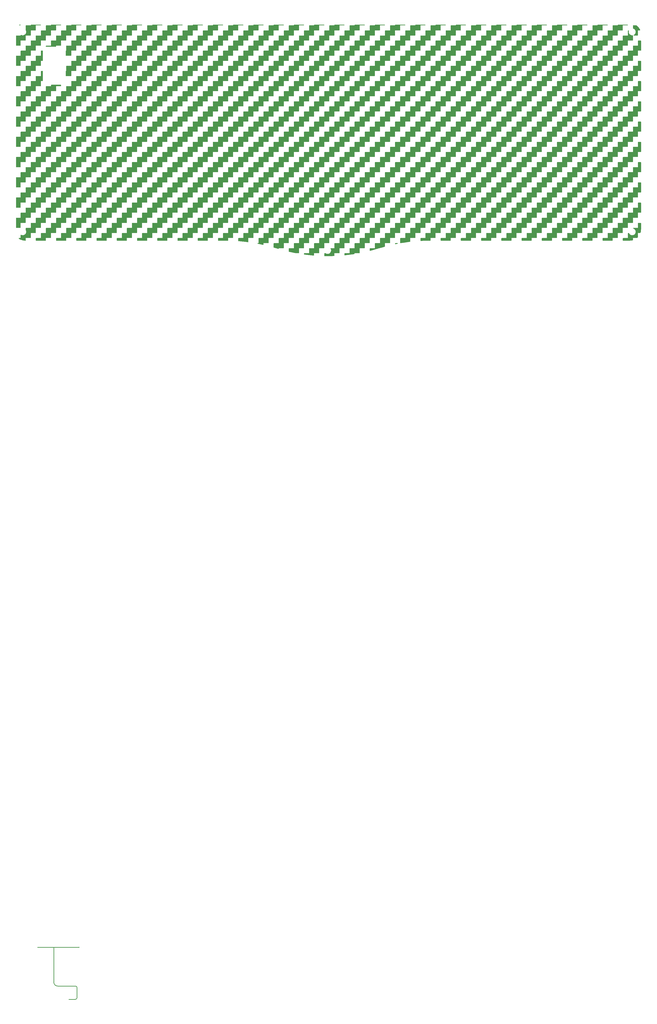
<source format=gbr>
G04 #@! TF.GenerationSoftware,KiCad,Pcbnew,8.0.2-1*
G04 #@! TF.CreationDate,2024-07-03T19:49:39+09:00*
G04 #@! TF.ProjectId,lagoon,6c61676f-6f6e-42e6-9b69-6361645f7063,rev?*
G04 #@! TF.SameCoordinates,Original*
G04 #@! TF.FileFunction,Copper,L2,Bot*
G04 #@! TF.FilePolarity,Positive*
%FSLAX46Y46*%
G04 Gerber Fmt 4.6, Leading zero omitted, Abs format (unit mm)*
G04 Created by KiCad (PCBNEW 8.0.2-1) date 2024-07-03 19:49:39*
%MOMM*%
%LPD*%
G01*
G04 APERTURE LIST*
G04 #@! TA.AperFunction,Conductor*
%ADD10C,0.250000*%
G04 #@! TD*
G04 APERTURE END LIST*
D10*
X37594623Y-393577024D02*
X30534519Y-393577024D01*
X34841180Y-398784880D02*
X37517839Y-398784880D01*
X28933664Y-391976169D02*
X28933664Y-378194639D01*
X28933664Y-378194639D02*
X38894739Y-378194639D01*
X38104091Y-398198628D02*
X38104091Y-394086492D01*
X22506446Y-378194639D02*
X28933664Y-378194639D01*
X30534519Y-393577024D02*
G75*
G02*
X28933676Y-391976169I-19J1600824D01*
G01*
X38104091Y-394086492D02*
G75*
G03*
X37594623Y-393577009I-509491J-8D01*
G01*
X38894739Y-378194639D02*
G75*
G02*
X38984961Y-378284880I-39J-90261D01*
G01*
X37517839Y-398784880D02*
G75*
G03*
X38104080Y-398198628I-39J586280D01*
G01*
G04 #@! TA.AperFunction,NonConductor*
G36*
X15785871Y-13826252D02*
G01*
X15832364Y-13879908D01*
X15843750Y-13932250D01*
X15843750Y-13980250D01*
X15823748Y-14048371D01*
X15770092Y-14094864D01*
X15717750Y-14106250D01*
X15351758Y-14106250D01*
X15283637Y-14086248D01*
X15237144Y-14032592D01*
X15227040Y-13962318D01*
X15256534Y-13897738D01*
X15283909Y-13874077D01*
X15359030Y-13826075D01*
X15426875Y-13806250D01*
X15717750Y-13806250D01*
X15785871Y-13826252D01*
G37*
G04 #@! TD.AperFunction*
G04 #@! TA.AperFunction,NonConductor*
G36*
X259333164Y-14126252D02*
G01*
X259341764Y-14132301D01*
X259449831Y-14215253D01*
X259458266Y-14222336D01*
X259739332Y-14480148D01*
X259747124Y-14487951D01*
X260004535Y-14769340D01*
X260011619Y-14777799D01*
X260243432Y-15080639D01*
X260249749Y-15089686D01*
X260454180Y-15411644D01*
X260459681Y-15421209D01*
X260635157Y-15759815D01*
X260639800Y-15769824D01*
X260706681Y-15932284D01*
X260714117Y-16002890D01*
X260682200Y-16066308D01*
X260621064Y-16102403D01*
X260590168Y-16106250D01*
X259843750Y-16106250D01*
X259843750Y-17980250D01*
X259823748Y-18048371D01*
X259770092Y-18094864D01*
X259717750Y-18106250D01*
X258232550Y-18106250D01*
X258164429Y-18086248D01*
X258117936Y-18032592D01*
X258107832Y-17962318D01*
X258137326Y-17897738D01*
X258175345Y-17867984D01*
X258262060Y-17823801D01*
X258434036Y-17698854D01*
X258584348Y-17548542D01*
X258709295Y-17376566D01*
X258805801Y-17187162D01*
X258871490Y-16984993D01*
X258904744Y-16775037D01*
X258904744Y-16562463D01*
X258871490Y-16352507D01*
X258805801Y-16150338D01*
X258709295Y-15960934D01*
X258584348Y-15788958D01*
X258584345Y-15788955D01*
X258584343Y-15788952D01*
X258434041Y-15638650D01*
X258434038Y-15638648D01*
X258434036Y-15638646D01*
X258262060Y-15513699D01*
X258072656Y-15417193D01*
X257963947Y-15381871D01*
X257930813Y-15371105D01*
X257872208Y-15331031D01*
X257844571Y-15265634D01*
X257843750Y-15251272D01*
X257843750Y-14232250D01*
X257863752Y-14164129D01*
X257917408Y-14117636D01*
X257969750Y-14106250D01*
X259265043Y-14106250D01*
X259333164Y-14126252D01*
G37*
G04 #@! TD.AperFunction*
G04 #@! TA.AperFunction,NonConductor*
G36*
X23785871Y-13826252D02*
G01*
X23832364Y-13879908D01*
X23843750Y-13932250D01*
X23843750Y-13980250D01*
X23823748Y-14048371D01*
X23770092Y-14094864D01*
X23717750Y-14106250D01*
X21843750Y-14106250D01*
X21843750Y-15980250D01*
X21823748Y-16048371D01*
X21770092Y-16094864D01*
X21717750Y-16106250D01*
X19843750Y-16106250D01*
X19843750Y-17980250D01*
X19823748Y-18048371D01*
X19770092Y-18094864D01*
X19717750Y-18106250D01*
X17843750Y-18106250D01*
X17843750Y-19980250D01*
X17823748Y-20048371D01*
X17770092Y-20094864D01*
X17717750Y-20106250D01*
X15843750Y-20106250D01*
X15843750Y-21980250D01*
X15823748Y-22048371D01*
X15770092Y-22094864D01*
X15717750Y-22106250D01*
X14119750Y-22106250D01*
X14051629Y-22086248D01*
X14005136Y-22032592D01*
X13993750Y-21980250D01*
X13993750Y-18232250D01*
X14013752Y-18164129D01*
X14067408Y-18117636D01*
X14119750Y-18106250D01*
X15843750Y-18106250D01*
X15843750Y-17969705D01*
X15863752Y-17901584D01*
X15917408Y-17855091D01*
X15987682Y-17844987D01*
X16026946Y-17857435D01*
X16150338Y-17920307D01*
X16352507Y-17985996D01*
X16562463Y-18019250D01*
X16562466Y-18019250D01*
X16775034Y-18019250D01*
X16775037Y-18019250D01*
X16984993Y-17985996D01*
X17187162Y-17920307D01*
X17376566Y-17823801D01*
X17548542Y-17698854D01*
X17698854Y-17548542D01*
X17823801Y-17376566D01*
X17920307Y-17187162D01*
X17985996Y-16984993D01*
X18019250Y-16775037D01*
X18019250Y-16562463D01*
X17985996Y-16352507D01*
X17920307Y-16150338D01*
X17895883Y-16102403D01*
X17857483Y-16027037D01*
X17843750Y-15969835D01*
X17843750Y-14232250D01*
X17863752Y-14164129D01*
X17917408Y-14117636D01*
X17969750Y-14106250D01*
X19843750Y-14106250D01*
X19843750Y-13932250D01*
X19863752Y-13864129D01*
X19917408Y-13817636D01*
X19969750Y-13806250D01*
X23717750Y-13806250D01*
X23785871Y-13826252D01*
G37*
G04 #@! TD.AperFunction*
G04 #@! TA.AperFunction,NonConductor*
G36*
X39785871Y-13826252D02*
G01*
X39832364Y-13879908D01*
X39843750Y-13932250D01*
X39843750Y-13980250D01*
X39823748Y-14048371D01*
X39770092Y-14094864D01*
X39717750Y-14106250D01*
X37843750Y-14106250D01*
X37843750Y-15980250D01*
X37823748Y-16048371D01*
X37770092Y-16094864D01*
X37717750Y-16106250D01*
X35843750Y-16106250D01*
X35843750Y-17980250D01*
X35823748Y-18048371D01*
X35770092Y-18094864D01*
X35717750Y-18106250D01*
X33843750Y-18106250D01*
X33843750Y-19980250D01*
X33823748Y-20048371D01*
X33770092Y-20094864D01*
X33717750Y-20106250D01*
X31843750Y-20106250D01*
X31843750Y-21980250D01*
X31823748Y-22048371D01*
X31770092Y-22094864D01*
X31717750Y-22106250D01*
X29843750Y-22106250D01*
X29843750Y-22439459D01*
X29823748Y-22507580D01*
X29770092Y-22554073D01*
X29717750Y-22565459D01*
X26218817Y-22565459D01*
X26218618Y-22565446D01*
X26210515Y-22565447D01*
X26207869Y-22565447D01*
X26196857Y-22565449D01*
X26196710Y-22565406D01*
X26144622Y-22565415D01*
X26037565Y-22565433D01*
X26037312Y-22565434D01*
X26037306Y-22565434D01*
X25987698Y-22572574D01*
X25917423Y-22562480D01*
X25863761Y-22515994D01*
X25843750Y-22447876D01*
X25843750Y-22232250D01*
X25863752Y-22164129D01*
X25917408Y-22117636D01*
X25969750Y-22106250D01*
X27843750Y-22106250D01*
X27843750Y-20232250D01*
X27863752Y-20164129D01*
X27917408Y-20117636D01*
X27969750Y-20106250D01*
X29843750Y-20106250D01*
X29843750Y-18232250D01*
X29863752Y-18164129D01*
X29917408Y-18117636D01*
X29969750Y-18106250D01*
X31843750Y-18106250D01*
X31843750Y-16232250D01*
X31863752Y-16164129D01*
X31917408Y-16117636D01*
X31969750Y-16106250D01*
X33843750Y-16106250D01*
X33843750Y-14232250D01*
X33863752Y-14164129D01*
X33917408Y-14117636D01*
X33969750Y-14106250D01*
X35843750Y-14106250D01*
X35843750Y-13932250D01*
X35863752Y-13864129D01*
X35917408Y-13817636D01*
X35969750Y-13806250D01*
X39717750Y-13806250D01*
X39785871Y-13826252D01*
G37*
G04 #@! TD.AperFunction*
G04 #@! TA.AperFunction,NonConductor*
G36*
X47785871Y-13826252D02*
G01*
X47832364Y-13879908D01*
X47843750Y-13932250D01*
X47843750Y-13980250D01*
X47823748Y-14048371D01*
X47770092Y-14094864D01*
X47717750Y-14106250D01*
X45843750Y-14106250D01*
X45843750Y-15980250D01*
X45823748Y-16048371D01*
X45770092Y-16094864D01*
X45717750Y-16106250D01*
X43843750Y-16106250D01*
X43843750Y-17980250D01*
X43823748Y-18048371D01*
X43770092Y-18094864D01*
X43717750Y-18106250D01*
X41843750Y-18106250D01*
X41843750Y-19980250D01*
X41823748Y-20048371D01*
X41770092Y-20094864D01*
X41717750Y-20106250D01*
X39843750Y-20106250D01*
X39843750Y-21980250D01*
X39823748Y-22048371D01*
X39770092Y-22094864D01*
X39717750Y-22106250D01*
X37843750Y-22106250D01*
X37843750Y-23980250D01*
X37823748Y-24048371D01*
X37770092Y-24094864D01*
X37717750Y-24106250D01*
X35843750Y-24106250D01*
X35843750Y-25980250D01*
X35823748Y-26048371D01*
X35770092Y-26094864D01*
X35717750Y-26106250D01*
X33829982Y-26106250D01*
X33797998Y-26123715D01*
X33727183Y-26118650D01*
X33670347Y-26076103D01*
X33645536Y-26009583D01*
X33645215Y-26000594D01*
X33645215Y-24232250D01*
X33665217Y-24164129D01*
X33718873Y-24117636D01*
X33771215Y-24106250D01*
X33843750Y-24106250D01*
X33843750Y-22232250D01*
X33863752Y-22164129D01*
X33917408Y-22117636D01*
X33969750Y-22106250D01*
X35843750Y-22106250D01*
X35843750Y-20232250D01*
X35863752Y-20164129D01*
X35917408Y-20117636D01*
X35969750Y-20106250D01*
X37843750Y-20106250D01*
X37843750Y-18232250D01*
X37863752Y-18164129D01*
X37917408Y-18117636D01*
X37969750Y-18106250D01*
X39843750Y-18106250D01*
X39843750Y-16232250D01*
X39863752Y-16164129D01*
X39917408Y-16117636D01*
X39969750Y-16106250D01*
X41843750Y-16106250D01*
X41843750Y-14232250D01*
X41863752Y-14164129D01*
X41917408Y-14117636D01*
X41969750Y-14106250D01*
X43843750Y-14106250D01*
X43843750Y-13932250D01*
X43863752Y-13864129D01*
X43917408Y-13817636D01*
X43969750Y-13806250D01*
X47717750Y-13806250D01*
X47785871Y-13826252D01*
G37*
G04 #@! TD.AperFunction*
G04 #@! TA.AperFunction,NonConductor*
G36*
X31785871Y-13826252D02*
G01*
X31832364Y-13879908D01*
X31843750Y-13932250D01*
X31843750Y-13980250D01*
X31823748Y-14048371D01*
X31770092Y-14094864D01*
X31717750Y-14106250D01*
X29843750Y-14106250D01*
X29843750Y-15980250D01*
X29823748Y-16048371D01*
X29770092Y-16094864D01*
X29717750Y-16106250D01*
X27843750Y-16106250D01*
X27843750Y-17980250D01*
X27823748Y-18048371D01*
X27770092Y-18094864D01*
X27717750Y-18106250D01*
X25843750Y-18106250D01*
X25843750Y-19980250D01*
X25823748Y-20048371D01*
X25770092Y-20094864D01*
X25717750Y-20106250D01*
X23843750Y-20106250D01*
X23843750Y-21980250D01*
X23823748Y-22048371D01*
X23770092Y-22094864D01*
X23717750Y-22106250D01*
X21843750Y-22106250D01*
X21843750Y-23980250D01*
X21823748Y-24048371D01*
X21770092Y-24094864D01*
X21717750Y-24106250D01*
X19843750Y-24106250D01*
X19843750Y-25980250D01*
X19823748Y-26048371D01*
X19770092Y-26094864D01*
X19717750Y-26106250D01*
X17843750Y-26106250D01*
X17843750Y-27980250D01*
X17823748Y-28048371D01*
X17770092Y-28094864D01*
X17717750Y-28106250D01*
X15843750Y-28106250D01*
X15843750Y-29980250D01*
X15823748Y-30048371D01*
X15770092Y-30094864D01*
X15717750Y-30106250D01*
X14119750Y-30106250D01*
X14051629Y-30086248D01*
X14005136Y-30032592D01*
X13993750Y-29980250D01*
X13993750Y-26232250D01*
X14013752Y-26164129D01*
X14067408Y-26117636D01*
X14119750Y-26106250D01*
X15843750Y-26106250D01*
X15843750Y-24232250D01*
X15863752Y-24164129D01*
X15917408Y-24117636D01*
X15969750Y-24106250D01*
X17843750Y-24106250D01*
X17843750Y-22232250D01*
X17863752Y-22164129D01*
X17917408Y-22117636D01*
X17969750Y-22106250D01*
X19843750Y-22106250D01*
X19843750Y-20232250D01*
X19863752Y-20164129D01*
X19917408Y-20117636D01*
X19969750Y-20106250D01*
X21843750Y-20106250D01*
X21843750Y-18232250D01*
X21863752Y-18164129D01*
X21917408Y-18117636D01*
X21969750Y-18106250D01*
X23843750Y-18106250D01*
X23843750Y-16232250D01*
X23863752Y-16164129D01*
X23917408Y-16117636D01*
X23969750Y-16106250D01*
X25843750Y-16106250D01*
X25843750Y-14232250D01*
X25863752Y-14164129D01*
X25917408Y-14117636D01*
X25969750Y-14106250D01*
X27843750Y-14106250D01*
X27843750Y-13932250D01*
X27863752Y-13864129D01*
X27917408Y-13817636D01*
X27969750Y-13806250D01*
X31717750Y-13806250D01*
X31785871Y-13826252D01*
G37*
G04 #@! TD.AperFunction*
G04 #@! TA.AperFunction,NonConductor*
G36*
X55785871Y-13826252D02*
G01*
X55832364Y-13879908D01*
X55843750Y-13932250D01*
X55843750Y-13980250D01*
X55823748Y-14048371D01*
X55770092Y-14094864D01*
X55717750Y-14106250D01*
X53843750Y-14106250D01*
X53843750Y-15980250D01*
X53823748Y-16048371D01*
X53770092Y-16094864D01*
X53717750Y-16106250D01*
X51843750Y-16106250D01*
X51843750Y-17980250D01*
X51823748Y-18048371D01*
X51770092Y-18094864D01*
X51717750Y-18106250D01*
X49843750Y-18106250D01*
X49843750Y-19980250D01*
X49823748Y-20048371D01*
X49770092Y-20094864D01*
X49717750Y-20106250D01*
X47843750Y-20106250D01*
X47843750Y-21980250D01*
X47823748Y-22048371D01*
X47770092Y-22094864D01*
X47717750Y-22106250D01*
X45843750Y-22106250D01*
X45843750Y-23980250D01*
X45823748Y-24048371D01*
X45770092Y-24094864D01*
X45717750Y-24106250D01*
X43843750Y-24106250D01*
X43843750Y-25980250D01*
X43823748Y-26048371D01*
X43770092Y-26094864D01*
X43717750Y-26106250D01*
X41843750Y-26106250D01*
X41843750Y-27980250D01*
X41823748Y-28048371D01*
X41770092Y-28094864D01*
X41717750Y-28106250D01*
X39843750Y-28106250D01*
X39843750Y-29980250D01*
X39823748Y-30048371D01*
X39770092Y-30094864D01*
X39717750Y-30106250D01*
X37843750Y-30106250D01*
X37843750Y-31980250D01*
X37823748Y-32048371D01*
X37770092Y-32094864D01*
X37717750Y-32106250D01*
X35843750Y-32106250D01*
X35843750Y-33980250D01*
X35823748Y-34048371D01*
X35770092Y-34094864D01*
X35717750Y-34106250D01*
X33829982Y-34106250D01*
X33797998Y-34123715D01*
X33727183Y-34118650D01*
X33670347Y-34076103D01*
X33645536Y-34009583D01*
X33645215Y-34000594D01*
X33645215Y-32232250D01*
X33665217Y-32164129D01*
X33718873Y-32117636D01*
X33771215Y-32106250D01*
X33843750Y-32106250D01*
X33843750Y-30232250D01*
X33863752Y-30164129D01*
X33917408Y-30117636D01*
X33969750Y-30106250D01*
X35843750Y-30106250D01*
X35843750Y-28232250D01*
X35863752Y-28164129D01*
X35917408Y-28117636D01*
X35969750Y-28106250D01*
X37843750Y-28106250D01*
X37843750Y-26232250D01*
X37863752Y-26164129D01*
X37917408Y-26117636D01*
X37969750Y-26106250D01*
X39843750Y-26106250D01*
X39843750Y-24232250D01*
X39863752Y-24164129D01*
X39917408Y-24117636D01*
X39969750Y-24106250D01*
X41843750Y-24106250D01*
X41843750Y-22232250D01*
X41863752Y-22164129D01*
X41917408Y-22117636D01*
X41969750Y-22106250D01*
X43843750Y-22106250D01*
X43843750Y-20232250D01*
X43863752Y-20164129D01*
X43917408Y-20117636D01*
X43969750Y-20106250D01*
X45843750Y-20106250D01*
X45843750Y-18232250D01*
X45863752Y-18164129D01*
X45917408Y-18117636D01*
X45969750Y-18106250D01*
X47843750Y-18106250D01*
X47843750Y-16232250D01*
X47863752Y-16164129D01*
X47917408Y-16117636D01*
X47969750Y-16106250D01*
X49843750Y-16106250D01*
X49843750Y-14232250D01*
X49863752Y-14164129D01*
X49917408Y-14117636D01*
X49969750Y-14106250D01*
X51843750Y-14106250D01*
X51843750Y-13932250D01*
X51863752Y-13864129D01*
X51917408Y-13817636D01*
X51969750Y-13806250D01*
X55717750Y-13806250D01*
X55785871Y-13826252D01*
G37*
G04 #@! TD.AperFunction*
G04 #@! TA.AperFunction,NonConductor*
G36*
X24586336Y-24126252D02*
G01*
X24632829Y-24179908D01*
X24644215Y-24232250D01*
X24644215Y-27980250D01*
X24624213Y-28048371D01*
X24570557Y-28094864D01*
X24518215Y-28106250D01*
X23843750Y-28106250D01*
X23843750Y-29980250D01*
X23823748Y-30048371D01*
X23770092Y-30094864D01*
X23717750Y-30106250D01*
X21843750Y-30106250D01*
X21843750Y-31980250D01*
X21823748Y-32048371D01*
X21770092Y-32094864D01*
X21717750Y-32106250D01*
X19843750Y-32106250D01*
X19843750Y-33980250D01*
X19823748Y-34048371D01*
X19770092Y-34094864D01*
X19717750Y-34106250D01*
X17843750Y-34106250D01*
X17843750Y-35980250D01*
X17823748Y-36048371D01*
X17770092Y-36094864D01*
X17717750Y-36106250D01*
X15843750Y-36106250D01*
X15843750Y-37980250D01*
X15823748Y-38048371D01*
X15770092Y-38094864D01*
X15717750Y-38106250D01*
X14119750Y-38106250D01*
X14051629Y-38086248D01*
X14005136Y-38032592D01*
X13993750Y-37980250D01*
X13993750Y-34232250D01*
X14013752Y-34164129D01*
X14067408Y-34117636D01*
X14119750Y-34106250D01*
X15843750Y-34106250D01*
X15843750Y-32232250D01*
X15863752Y-32164129D01*
X15917408Y-32117636D01*
X15969750Y-32106250D01*
X17843750Y-32106250D01*
X17843750Y-30232250D01*
X17863752Y-30164129D01*
X17917408Y-30117636D01*
X17969750Y-30106250D01*
X19843750Y-30106250D01*
X19843750Y-28232250D01*
X19863752Y-28164129D01*
X19917408Y-28117636D01*
X19969750Y-28106250D01*
X21843750Y-28106250D01*
X21843750Y-26232250D01*
X21863752Y-26164129D01*
X21917408Y-26117636D01*
X21969750Y-26106250D01*
X23843750Y-26106250D01*
X23843750Y-24232250D01*
X23863752Y-24164129D01*
X23917408Y-24117636D01*
X23969750Y-24106250D01*
X24518215Y-24106250D01*
X24586336Y-24126252D01*
G37*
G04 #@! TD.AperFunction*
G04 #@! TA.AperFunction,NonConductor*
G36*
X24586336Y-32126252D02*
G01*
X24632829Y-32179908D01*
X24644215Y-32232250D01*
X24644215Y-35980250D01*
X24624213Y-36048371D01*
X24570557Y-36094864D01*
X24518215Y-36106250D01*
X23843750Y-36106250D01*
X23843750Y-37980250D01*
X23823748Y-38048371D01*
X23770092Y-38094864D01*
X23717750Y-38106250D01*
X21843750Y-38106250D01*
X21843750Y-39980250D01*
X21823748Y-40048371D01*
X21770092Y-40094864D01*
X21717750Y-40106250D01*
X19843750Y-40106250D01*
X19843750Y-41980250D01*
X19823748Y-42048371D01*
X19770092Y-42094864D01*
X19717750Y-42106250D01*
X17843750Y-42106250D01*
X17843750Y-43980250D01*
X17823748Y-44048371D01*
X17770092Y-44094864D01*
X17717750Y-44106250D01*
X15843750Y-44106250D01*
X15843750Y-45980250D01*
X15823748Y-46048371D01*
X15770092Y-46094864D01*
X15717750Y-46106250D01*
X14119750Y-46106250D01*
X14051629Y-46086248D01*
X14005136Y-46032592D01*
X13993750Y-45980250D01*
X13993750Y-42232250D01*
X14013752Y-42164129D01*
X14067408Y-42117636D01*
X14119750Y-42106250D01*
X15843750Y-42106250D01*
X15843750Y-40232250D01*
X15863752Y-40164129D01*
X15917408Y-40117636D01*
X15969750Y-40106250D01*
X17843750Y-40106250D01*
X17843750Y-38232250D01*
X17863752Y-38164129D01*
X17917408Y-38117636D01*
X17969750Y-38106250D01*
X19843750Y-38106250D01*
X19843750Y-36232250D01*
X19863752Y-36164129D01*
X19917408Y-36117636D01*
X19969750Y-36106250D01*
X21843750Y-36106250D01*
X21843750Y-34232250D01*
X21863752Y-34164129D01*
X21917408Y-34117636D01*
X21969750Y-34106250D01*
X23843750Y-34106250D01*
X23843750Y-32232250D01*
X23863752Y-32164129D01*
X23917408Y-32117636D01*
X23969750Y-32106250D01*
X24518215Y-32106250D01*
X24586336Y-32126252D01*
G37*
G04 #@! TD.AperFunction*
G04 #@! TA.AperFunction,NonConductor*
G36*
X31785871Y-37586461D02*
G01*
X31832364Y-37640117D01*
X31843750Y-37692459D01*
X31843750Y-37980250D01*
X31823748Y-38048371D01*
X31770092Y-38094864D01*
X31717750Y-38106250D01*
X29843750Y-38106250D01*
X29843750Y-39980250D01*
X29823748Y-40048371D01*
X29770092Y-40094864D01*
X29717750Y-40106250D01*
X27843750Y-40106250D01*
X27843750Y-41980250D01*
X27823748Y-42048371D01*
X27770092Y-42094864D01*
X27717750Y-42106250D01*
X25843750Y-42106250D01*
X25843750Y-43980250D01*
X25823748Y-44048371D01*
X25770092Y-44094864D01*
X25717750Y-44106250D01*
X23843750Y-44106250D01*
X23843750Y-45980250D01*
X23823748Y-46048371D01*
X23770092Y-46094864D01*
X23717750Y-46106250D01*
X21843750Y-46106250D01*
X21843750Y-47980250D01*
X21823748Y-48048371D01*
X21770092Y-48094864D01*
X21717750Y-48106250D01*
X19843750Y-48106250D01*
X19843750Y-49980250D01*
X19823748Y-50048371D01*
X19770092Y-50094864D01*
X19717750Y-50106250D01*
X17843750Y-50106250D01*
X17843750Y-51980250D01*
X17823748Y-52048371D01*
X17770092Y-52094864D01*
X17717750Y-52106250D01*
X15843750Y-52106250D01*
X15843750Y-53980250D01*
X15823748Y-54048371D01*
X15770092Y-54094864D01*
X15717750Y-54106250D01*
X14119750Y-54106250D01*
X14051629Y-54086248D01*
X14005136Y-54032592D01*
X13993750Y-53980250D01*
X13993750Y-50232250D01*
X14013752Y-50164129D01*
X14067408Y-50117636D01*
X14119750Y-50106250D01*
X15843750Y-50106250D01*
X15843750Y-48232250D01*
X15863752Y-48164129D01*
X15917408Y-48117636D01*
X15969750Y-48106250D01*
X17843750Y-48106250D01*
X17843750Y-46232250D01*
X17863752Y-46164129D01*
X17917408Y-46117636D01*
X17969750Y-46106250D01*
X19843750Y-46106250D01*
X19843750Y-44232250D01*
X19863752Y-44164129D01*
X19917408Y-44117636D01*
X19969750Y-44106250D01*
X21843750Y-44106250D01*
X21843750Y-42232250D01*
X21863752Y-42164129D01*
X21917408Y-42117636D01*
X21969750Y-42106250D01*
X23843750Y-42106250D01*
X23843750Y-40232250D01*
X23863752Y-40164129D01*
X23917408Y-40117636D01*
X23969750Y-40106250D01*
X25843750Y-40106250D01*
X25843750Y-38232250D01*
X25863752Y-38164129D01*
X25917408Y-38117636D01*
X25969750Y-38106250D01*
X27843750Y-38106250D01*
X27843750Y-37692459D01*
X27863752Y-37624338D01*
X27917408Y-37577845D01*
X27969750Y-37566459D01*
X31717750Y-37566459D01*
X31785871Y-37586461D01*
G37*
G04 #@! TD.AperFunction*
G04 #@! TA.AperFunction,NonConductor*
G36*
X63785871Y-13826252D02*
G01*
X63832364Y-13879908D01*
X63843750Y-13932250D01*
X63843750Y-13980250D01*
X63823748Y-14048371D01*
X63770092Y-14094864D01*
X63717750Y-14106250D01*
X61843750Y-14106250D01*
X61843750Y-15980250D01*
X61823748Y-16048371D01*
X61770092Y-16094864D01*
X61717750Y-16106250D01*
X59843750Y-16106250D01*
X59843750Y-17980250D01*
X59823748Y-18048371D01*
X59770092Y-18094864D01*
X59717750Y-18106250D01*
X57843750Y-18106250D01*
X57843750Y-19980250D01*
X57823748Y-20048371D01*
X57770092Y-20094864D01*
X57717750Y-20106250D01*
X55843750Y-20106250D01*
X55843750Y-21980250D01*
X55823748Y-22048371D01*
X55770092Y-22094864D01*
X55717750Y-22106250D01*
X53843750Y-22106250D01*
X53843750Y-23980250D01*
X53823748Y-24048371D01*
X53770092Y-24094864D01*
X53717750Y-24106250D01*
X51843750Y-24106250D01*
X51843750Y-25980250D01*
X51823748Y-26048371D01*
X51770092Y-26094864D01*
X51717750Y-26106250D01*
X49843750Y-26106250D01*
X49843750Y-27980250D01*
X49823748Y-28048371D01*
X49770092Y-28094864D01*
X49717750Y-28106250D01*
X47843750Y-28106250D01*
X47843750Y-29980250D01*
X47823748Y-30048371D01*
X47770092Y-30094864D01*
X47717750Y-30106250D01*
X45843750Y-30106250D01*
X45843750Y-31980250D01*
X45823748Y-32048371D01*
X45770092Y-32094864D01*
X45717750Y-32106250D01*
X43843750Y-32106250D01*
X43843750Y-33980250D01*
X43823748Y-34048371D01*
X43770092Y-34094864D01*
X43717750Y-34106250D01*
X41843750Y-34106250D01*
X41843750Y-35980250D01*
X41823748Y-36048371D01*
X41770092Y-36094864D01*
X41717750Y-36106250D01*
X39843750Y-36106250D01*
X39843750Y-37980250D01*
X39823748Y-38048371D01*
X39770092Y-38094864D01*
X39717750Y-38106250D01*
X37843750Y-38106250D01*
X37843750Y-39980250D01*
X37823748Y-40048371D01*
X37770092Y-40094864D01*
X37717750Y-40106250D01*
X35843750Y-40106250D01*
X35843750Y-41980250D01*
X35823748Y-42048371D01*
X35770092Y-42094864D01*
X35717750Y-42106250D01*
X33843750Y-42106250D01*
X33843750Y-43980250D01*
X33823748Y-44048371D01*
X33770092Y-44094864D01*
X33717750Y-44106250D01*
X31843750Y-44106250D01*
X31843750Y-45980250D01*
X31823748Y-46048371D01*
X31770092Y-46094864D01*
X31717750Y-46106250D01*
X29843750Y-46106250D01*
X29843750Y-47980250D01*
X29823748Y-48048371D01*
X29770092Y-48094864D01*
X29717750Y-48106250D01*
X27843750Y-48106250D01*
X27843750Y-49980250D01*
X27823748Y-50048371D01*
X27770092Y-50094864D01*
X27717750Y-50106250D01*
X25843750Y-50106250D01*
X25843750Y-51980250D01*
X25823748Y-52048371D01*
X25770092Y-52094864D01*
X25717750Y-52106250D01*
X23843750Y-52106250D01*
X23843750Y-53980250D01*
X23823748Y-54048371D01*
X23770092Y-54094864D01*
X23717750Y-54106250D01*
X21843750Y-54106250D01*
X21843750Y-55980250D01*
X21823748Y-56048371D01*
X21770092Y-56094864D01*
X21717750Y-56106250D01*
X19843750Y-56106250D01*
X19843750Y-57980250D01*
X19823748Y-58048371D01*
X19770092Y-58094864D01*
X19717750Y-58106250D01*
X17843750Y-58106250D01*
X17843750Y-59980250D01*
X17823748Y-60048371D01*
X17770092Y-60094864D01*
X17717750Y-60106250D01*
X15843750Y-60106250D01*
X15843750Y-61980250D01*
X15823748Y-62048371D01*
X15770092Y-62094864D01*
X15717750Y-62106250D01*
X14119750Y-62106250D01*
X14051629Y-62086248D01*
X14005136Y-62032592D01*
X13993750Y-61980250D01*
X13993750Y-58232250D01*
X14013752Y-58164129D01*
X14067408Y-58117636D01*
X14119750Y-58106250D01*
X15843750Y-58106250D01*
X15843750Y-56232250D01*
X15863752Y-56164129D01*
X15917408Y-56117636D01*
X15969750Y-56106250D01*
X17843750Y-56106250D01*
X17843750Y-54232250D01*
X17863752Y-54164129D01*
X17917408Y-54117636D01*
X17969750Y-54106250D01*
X19843750Y-54106250D01*
X19843750Y-52232250D01*
X19863752Y-52164129D01*
X19917408Y-52117636D01*
X19969750Y-52106250D01*
X21843750Y-52106250D01*
X21843750Y-50232250D01*
X21863752Y-50164129D01*
X21917408Y-50117636D01*
X21969750Y-50106250D01*
X23843750Y-50106250D01*
X23843750Y-48232250D01*
X23863752Y-48164129D01*
X23917408Y-48117636D01*
X23969750Y-48106250D01*
X25843750Y-48106250D01*
X25843750Y-46232250D01*
X25863752Y-46164129D01*
X25917408Y-46117636D01*
X25969750Y-46106250D01*
X27843750Y-46106250D01*
X27843750Y-44232250D01*
X27863752Y-44164129D01*
X27917408Y-44117636D01*
X27969750Y-44106250D01*
X29843750Y-44106250D01*
X29843750Y-42232250D01*
X29863752Y-42164129D01*
X29917408Y-42117636D01*
X29969750Y-42106250D01*
X31843750Y-42106250D01*
X31843750Y-40232250D01*
X31863752Y-40164129D01*
X31917408Y-40117636D01*
X31969750Y-40106250D01*
X33843750Y-40106250D01*
X33843750Y-38232250D01*
X33863752Y-38164129D01*
X33917408Y-38117636D01*
X33969750Y-38106250D01*
X35843750Y-38106250D01*
X35843750Y-36232250D01*
X35863752Y-36164129D01*
X35917408Y-36117636D01*
X35969750Y-36106250D01*
X37843750Y-36106250D01*
X37843750Y-34232250D01*
X37863752Y-34164129D01*
X37917408Y-34117636D01*
X37969750Y-34106250D01*
X39843750Y-34106250D01*
X39843750Y-32232250D01*
X39863752Y-32164129D01*
X39917408Y-32117636D01*
X39969750Y-32106250D01*
X41843750Y-32106250D01*
X41843750Y-30232250D01*
X41863752Y-30164129D01*
X41917408Y-30117636D01*
X41969750Y-30106250D01*
X43843750Y-30106250D01*
X43843750Y-28232250D01*
X43863752Y-28164129D01*
X43917408Y-28117636D01*
X43969750Y-28106250D01*
X45843750Y-28106250D01*
X45843750Y-26232250D01*
X45863752Y-26164129D01*
X45917408Y-26117636D01*
X45969750Y-26106250D01*
X47843750Y-26106250D01*
X47843750Y-24232250D01*
X47863752Y-24164129D01*
X47917408Y-24117636D01*
X47969750Y-24106250D01*
X49843750Y-24106250D01*
X49843750Y-22232250D01*
X49863752Y-22164129D01*
X49917408Y-22117636D01*
X49969750Y-22106250D01*
X51843750Y-22106250D01*
X51843750Y-20232250D01*
X51863752Y-20164129D01*
X51917408Y-20117636D01*
X51969750Y-20106250D01*
X53843750Y-20106250D01*
X53843750Y-18232250D01*
X53863752Y-18164129D01*
X53917408Y-18117636D01*
X53969750Y-18106250D01*
X55843750Y-18106250D01*
X55843750Y-16232250D01*
X55863752Y-16164129D01*
X55917408Y-16117636D01*
X55969750Y-16106250D01*
X57843750Y-16106250D01*
X57843750Y-14232250D01*
X57863752Y-14164129D01*
X57917408Y-14117636D01*
X57969750Y-14106250D01*
X59843750Y-14106250D01*
X59843750Y-13932250D01*
X59863752Y-13864129D01*
X59917408Y-13817636D01*
X59969750Y-13806250D01*
X63717750Y-13806250D01*
X63785871Y-13826252D01*
G37*
G04 #@! TD.AperFunction*
G04 #@! TA.AperFunction,NonConductor*
G36*
X71785871Y-13826252D02*
G01*
X71832364Y-13879908D01*
X71843750Y-13932250D01*
X71843750Y-13980250D01*
X71823748Y-14048371D01*
X71770092Y-14094864D01*
X71717750Y-14106250D01*
X69843750Y-14106250D01*
X69843750Y-15980250D01*
X69823748Y-16048371D01*
X69770092Y-16094864D01*
X69717750Y-16106250D01*
X67843750Y-16106250D01*
X67843750Y-17980250D01*
X67823748Y-18048371D01*
X67770092Y-18094864D01*
X67717750Y-18106250D01*
X65843750Y-18106250D01*
X65843750Y-19980250D01*
X65823748Y-20048371D01*
X65770092Y-20094864D01*
X65717750Y-20106250D01*
X63843750Y-20106250D01*
X63843750Y-21980250D01*
X63823748Y-22048371D01*
X63770092Y-22094864D01*
X63717750Y-22106250D01*
X61843750Y-22106250D01*
X61843750Y-23980250D01*
X61823748Y-24048371D01*
X61770092Y-24094864D01*
X61717750Y-24106250D01*
X59843750Y-24106250D01*
X59843750Y-25980250D01*
X59823748Y-26048371D01*
X59770092Y-26094864D01*
X59717750Y-26106250D01*
X57843750Y-26106250D01*
X57843750Y-27980250D01*
X57823748Y-28048371D01*
X57770092Y-28094864D01*
X57717750Y-28106250D01*
X55843750Y-28106250D01*
X55843750Y-29980250D01*
X55823748Y-30048371D01*
X55770092Y-30094864D01*
X55717750Y-30106250D01*
X53843750Y-30106250D01*
X53843750Y-31980250D01*
X53823748Y-32048371D01*
X53770092Y-32094864D01*
X53717750Y-32106250D01*
X51843750Y-32106250D01*
X51843750Y-33980250D01*
X51823748Y-34048371D01*
X51770092Y-34094864D01*
X51717750Y-34106250D01*
X49843750Y-34106250D01*
X49843750Y-35980250D01*
X49823748Y-36048371D01*
X49770092Y-36094864D01*
X49717750Y-36106250D01*
X47843750Y-36106250D01*
X47843750Y-37980250D01*
X47823748Y-38048371D01*
X47770092Y-38094864D01*
X47717750Y-38106250D01*
X45843750Y-38106250D01*
X45843750Y-39980250D01*
X45823748Y-40048371D01*
X45770092Y-40094864D01*
X45717750Y-40106250D01*
X43843750Y-40106250D01*
X43843750Y-41980250D01*
X43823748Y-42048371D01*
X43770092Y-42094864D01*
X43717750Y-42106250D01*
X41843750Y-42106250D01*
X41843750Y-43980250D01*
X41823748Y-44048371D01*
X41770092Y-44094864D01*
X41717750Y-44106250D01*
X39843750Y-44106250D01*
X39843750Y-45980250D01*
X39823748Y-46048371D01*
X39770092Y-46094864D01*
X39717750Y-46106250D01*
X37843750Y-46106250D01*
X37843750Y-47980250D01*
X37823748Y-48048371D01*
X37770092Y-48094864D01*
X37717750Y-48106250D01*
X35843750Y-48106250D01*
X35843750Y-49980250D01*
X35823748Y-50048371D01*
X35770092Y-50094864D01*
X35717750Y-50106250D01*
X33843750Y-50106250D01*
X33843750Y-51980250D01*
X33823748Y-52048371D01*
X33770092Y-52094864D01*
X33717750Y-52106250D01*
X31843750Y-52106250D01*
X31843750Y-53980250D01*
X31823748Y-54048371D01*
X31770092Y-54094864D01*
X31717750Y-54106250D01*
X29843750Y-54106250D01*
X29843750Y-55980250D01*
X29823748Y-56048371D01*
X29770092Y-56094864D01*
X29717750Y-56106250D01*
X27843750Y-56106250D01*
X27843750Y-57980250D01*
X27823748Y-58048371D01*
X27770092Y-58094864D01*
X27717750Y-58106250D01*
X25843750Y-58106250D01*
X25843750Y-59980250D01*
X25823748Y-60048371D01*
X25770092Y-60094864D01*
X25717750Y-60106250D01*
X23843750Y-60106250D01*
X23843750Y-61980250D01*
X23823748Y-62048371D01*
X23770092Y-62094864D01*
X23717750Y-62106250D01*
X21843750Y-62106250D01*
X21843750Y-63980250D01*
X21823748Y-64048371D01*
X21770092Y-64094864D01*
X21717750Y-64106250D01*
X19843750Y-64106250D01*
X19843750Y-65980250D01*
X19823748Y-66048371D01*
X19770092Y-66094864D01*
X19717750Y-66106250D01*
X17843750Y-66106250D01*
X17843750Y-67980250D01*
X17823748Y-68048371D01*
X17770092Y-68094864D01*
X17717750Y-68106250D01*
X15843750Y-68106250D01*
X15843750Y-69980250D01*
X15823748Y-70048371D01*
X15770092Y-70094864D01*
X15717750Y-70106250D01*
X14119750Y-70106250D01*
X14051629Y-70086248D01*
X14005136Y-70032592D01*
X13993750Y-69980250D01*
X13993750Y-66232250D01*
X14013752Y-66164129D01*
X14067408Y-66117636D01*
X14119750Y-66106250D01*
X15843750Y-66106250D01*
X15843750Y-64232250D01*
X15863752Y-64164129D01*
X15917408Y-64117636D01*
X15969750Y-64106250D01*
X17843750Y-64106250D01*
X17843750Y-62232250D01*
X17863752Y-62164129D01*
X17917408Y-62117636D01*
X17969750Y-62106250D01*
X19843750Y-62106250D01*
X19843750Y-60232250D01*
X19863752Y-60164129D01*
X19917408Y-60117636D01*
X19969750Y-60106250D01*
X21843750Y-60106250D01*
X21843750Y-58232250D01*
X21863752Y-58164129D01*
X21917408Y-58117636D01*
X21969750Y-58106250D01*
X23843750Y-58106250D01*
X23843750Y-56232250D01*
X23863752Y-56164129D01*
X23917408Y-56117636D01*
X23969750Y-56106250D01*
X25843750Y-56106250D01*
X25843750Y-54232250D01*
X25863752Y-54164129D01*
X25917408Y-54117636D01*
X25969750Y-54106250D01*
X27843750Y-54106250D01*
X27843750Y-52232250D01*
X27863752Y-52164129D01*
X27917408Y-52117636D01*
X27969750Y-52106250D01*
X29843750Y-52106250D01*
X29843750Y-50232250D01*
X29863752Y-50164129D01*
X29917408Y-50117636D01*
X29969750Y-50106250D01*
X31843750Y-50106250D01*
X31843750Y-48232250D01*
X31863752Y-48164129D01*
X31917408Y-48117636D01*
X31969750Y-48106250D01*
X33843750Y-48106250D01*
X33843750Y-46232250D01*
X33863752Y-46164129D01*
X33917408Y-46117636D01*
X33969750Y-46106250D01*
X35843750Y-46106250D01*
X35843750Y-44232250D01*
X35863752Y-44164129D01*
X35917408Y-44117636D01*
X35969750Y-44106250D01*
X37843750Y-44106250D01*
X37843750Y-42232250D01*
X37863752Y-42164129D01*
X37917408Y-42117636D01*
X37969750Y-42106250D01*
X39843750Y-42106250D01*
X39843750Y-40232250D01*
X39863752Y-40164129D01*
X39917408Y-40117636D01*
X39969750Y-40106250D01*
X41843750Y-40106250D01*
X41843750Y-38232250D01*
X41863752Y-38164129D01*
X41917408Y-38117636D01*
X41969750Y-38106250D01*
X43843750Y-38106250D01*
X43843750Y-36232250D01*
X43863752Y-36164129D01*
X43917408Y-36117636D01*
X43969750Y-36106250D01*
X45843750Y-36106250D01*
X45843750Y-34232250D01*
X45863752Y-34164129D01*
X45917408Y-34117636D01*
X45969750Y-34106250D01*
X47843750Y-34106250D01*
X47843750Y-32232250D01*
X47863752Y-32164129D01*
X47917408Y-32117636D01*
X47969750Y-32106250D01*
X49843750Y-32106250D01*
X49843750Y-30232250D01*
X49863752Y-30164129D01*
X49917408Y-30117636D01*
X49969750Y-30106250D01*
X51843750Y-30106250D01*
X51843750Y-28232250D01*
X51863752Y-28164129D01*
X51917408Y-28117636D01*
X51969750Y-28106250D01*
X53843750Y-28106250D01*
X53843750Y-26232250D01*
X53863752Y-26164129D01*
X53917408Y-26117636D01*
X53969750Y-26106250D01*
X55843750Y-26106250D01*
X55843750Y-24232250D01*
X55863752Y-24164129D01*
X55917408Y-24117636D01*
X55969750Y-24106250D01*
X57843750Y-24106250D01*
X57843750Y-22232250D01*
X57863752Y-22164129D01*
X57917408Y-22117636D01*
X57969750Y-22106250D01*
X59843750Y-22106250D01*
X59843750Y-20232250D01*
X59863752Y-20164129D01*
X59917408Y-20117636D01*
X59969750Y-20106250D01*
X61843750Y-20106250D01*
X61843750Y-18232250D01*
X61863752Y-18164129D01*
X61917408Y-18117636D01*
X61969750Y-18106250D01*
X63843750Y-18106250D01*
X63843750Y-16232250D01*
X63863752Y-16164129D01*
X63917408Y-16117636D01*
X63969750Y-16106250D01*
X65843750Y-16106250D01*
X65843750Y-14232250D01*
X65863752Y-14164129D01*
X65917408Y-14117636D01*
X65969750Y-14106250D01*
X67843750Y-14106250D01*
X67843750Y-13932250D01*
X67863752Y-13864129D01*
X67917408Y-13817636D01*
X67969750Y-13806250D01*
X71717750Y-13806250D01*
X71785871Y-13826252D01*
G37*
G04 #@! TD.AperFunction*
G04 #@! TA.AperFunction,NonConductor*
G36*
X79785871Y-13826252D02*
G01*
X79832364Y-13879908D01*
X79843750Y-13932250D01*
X79843750Y-13980250D01*
X79823748Y-14048371D01*
X79770092Y-14094864D01*
X79717750Y-14106250D01*
X77843750Y-14106250D01*
X77843750Y-15980250D01*
X77823748Y-16048371D01*
X77770092Y-16094864D01*
X77717750Y-16106250D01*
X75843750Y-16106250D01*
X75843750Y-17980250D01*
X75823748Y-18048371D01*
X75770092Y-18094864D01*
X75717750Y-18106250D01*
X73843750Y-18106250D01*
X73843750Y-19980250D01*
X73823748Y-20048371D01*
X73770092Y-20094864D01*
X73717750Y-20106250D01*
X71843750Y-20106250D01*
X71843750Y-21980250D01*
X71823748Y-22048371D01*
X71770092Y-22094864D01*
X71717750Y-22106250D01*
X69843750Y-22106250D01*
X69843750Y-23980250D01*
X69823748Y-24048371D01*
X69770092Y-24094864D01*
X69717750Y-24106250D01*
X67843750Y-24106250D01*
X67843750Y-25980250D01*
X67823748Y-26048371D01*
X67770092Y-26094864D01*
X67717750Y-26106250D01*
X65843750Y-26106250D01*
X65843750Y-27980250D01*
X65823748Y-28048371D01*
X65770092Y-28094864D01*
X65717750Y-28106250D01*
X63843750Y-28106250D01*
X63843750Y-29980250D01*
X63823748Y-30048371D01*
X63770092Y-30094864D01*
X63717750Y-30106250D01*
X61843750Y-30106250D01*
X61843750Y-31980250D01*
X61823748Y-32048371D01*
X61770092Y-32094864D01*
X61717750Y-32106250D01*
X59843750Y-32106250D01*
X59843750Y-33980250D01*
X59823748Y-34048371D01*
X59770092Y-34094864D01*
X59717750Y-34106250D01*
X57843750Y-34106250D01*
X57843750Y-35980250D01*
X57823748Y-36048371D01*
X57770092Y-36094864D01*
X57717750Y-36106250D01*
X55843750Y-36106250D01*
X55843750Y-37980250D01*
X55823748Y-38048371D01*
X55770092Y-38094864D01*
X55717750Y-38106250D01*
X53843750Y-38106250D01*
X53843750Y-39980250D01*
X53823748Y-40048371D01*
X53770092Y-40094864D01*
X53717750Y-40106250D01*
X51843750Y-40106250D01*
X51843750Y-41980250D01*
X51823748Y-42048371D01*
X51770092Y-42094864D01*
X51717750Y-42106250D01*
X49843750Y-42106250D01*
X49843750Y-43980250D01*
X49823748Y-44048371D01*
X49770092Y-44094864D01*
X49717750Y-44106250D01*
X47843750Y-44106250D01*
X47843750Y-45980250D01*
X47823748Y-46048371D01*
X47770092Y-46094864D01*
X47717750Y-46106250D01*
X45843750Y-46106250D01*
X45843750Y-47980250D01*
X45823748Y-48048371D01*
X45770092Y-48094864D01*
X45717750Y-48106250D01*
X43843750Y-48106250D01*
X43843750Y-49980250D01*
X43823748Y-50048371D01*
X43770092Y-50094864D01*
X43717750Y-50106250D01*
X41843750Y-50106250D01*
X41843750Y-51980250D01*
X41823748Y-52048371D01*
X41770092Y-52094864D01*
X41717750Y-52106250D01*
X39843750Y-52106250D01*
X39843750Y-53980250D01*
X39823748Y-54048371D01*
X39770092Y-54094864D01*
X39717750Y-54106250D01*
X37843750Y-54106250D01*
X37843750Y-55980250D01*
X37823748Y-56048371D01*
X37770092Y-56094864D01*
X37717750Y-56106250D01*
X35843750Y-56106250D01*
X35843750Y-57980250D01*
X35823748Y-58048371D01*
X35770092Y-58094864D01*
X35717750Y-58106250D01*
X33843750Y-58106250D01*
X33843750Y-59980250D01*
X33823748Y-60048371D01*
X33770092Y-60094864D01*
X33717750Y-60106250D01*
X31843750Y-60106250D01*
X31843750Y-61980250D01*
X31823748Y-62048371D01*
X31770092Y-62094864D01*
X31717750Y-62106250D01*
X29843750Y-62106250D01*
X29843750Y-63980250D01*
X29823748Y-64048371D01*
X29770092Y-64094864D01*
X29717750Y-64106250D01*
X27843750Y-64106250D01*
X27843750Y-65980250D01*
X27823748Y-66048371D01*
X27770092Y-66094864D01*
X27717750Y-66106250D01*
X25843750Y-66106250D01*
X25843750Y-67980250D01*
X25823748Y-68048371D01*
X25770092Y-68094864D01*
X25717750Y-68106250D01*
X23843750Y-68106250D01*
X23843750Y-69980250D01*
X23823748Y-70048371D01*
X23770092Y-70094864D01*
X23717750Y-70106250D01*
X21843750Y-70106250D01*
X21843750Y-71980250D01*
X21823748Y-72048371D01*
X21770092Y-72094864D01*
X21717750Y-72106250D01*
X19843750Y-72106250D01*
X19843750Y-73980250D01*
X19823748Y-74048371D01*
X19770092Y-74094864D01*
X19717750Y-74106250D01*
X17843750Y-74106250D01*
X17843750Y-75980250D01*
X17823748Y-76048371D01*
X17770092Y-76094864D01*
X17717750Y-76106250D01*
X15843750Y-76106250D01*
X15843750Y-77980250D01*
X15823748Y-78048371D01*
X15770092Y-78094864D01*
X15717750Y-78106250D01*
X14119750Y-78106250D01*
X14051629Y-78086248D01*
X14005136Y-78032592D01*
X13993750Y-77980250D01*
X13993750Y-74232250D01*
X14013752Y-74164129D01*
X14067408Y-74117636D01*
X14119750Y-74106250D01*
X15843750Y-74106250D01*
X15843750Y-72232250D01*
X15863752Y-72164129D01*
X15917408Y-72117636D01*
X15969750Y-72106250D01*
X17843750Y-72106250D01*
X17843750Y-70232250D01*
X17863752Y-70164129D01*
X17917408Y-70117636D01*
X17969750Y-70106250D01*
X19843750Y-70106250D01*
X19843750Y-68232250D01*
X19863752Y-68164129D01*
X19917408Y-68117636D01*
X19969750Y-68106250D01*
X21843750Y-68106250D01*
X21843750Y-66232250D01*
X21863752Y-66164129D01*
X21917408Y-66117636D01*
X21969750Y-66106250D01*
X23843750Y-66106250D01*
X23843750Y-64232250D01*
X23863752Y-64164129D01*
X23917408Y-64117636D01*
X23969750Y-64106250D01*
X25843750Y-64106250D01*
X25843750Y-62232250D01*
X25863752Y-62164129D01*
X25917408Y-62117636D01*
X25969750Y-62106250D01*
X27843750Y-62106250D01*
X27843750Y-60232250D01*
X27863752Y-60164129D01*
X27917408Y-60117636D01*
X27969750Y-60106250D01*
X29843750Y-60106250D01*
X29843750Y-58232250D01*
X29863752Y-58164129D01*
X29917408Y-58117636D01*
X29969750Y-58106250D01*
X31843750Y-58106250D01*
X31843750Y-56232250D01*
X31863752Y-56164129D01*
X31917408Y-56117636D01*
X31969750Y-56106250D01*
X33843750Y-56106250D01*
X33843750Y-54232250D01*
X33863752Y-54164129D01*
X33917408Y-54117636D01*
X33969750Y-54106250D01*
X35843750Y-54106250D01*
X35843750Y-52232250D01*
X35863752Y-52164129D01*
X35917408Y-52117636D01*
X35969750Y-52106250D01*
X37843750Y-52106250D01*
X37843750Y-50232250D01*
X37863752Y-50164129D01*
X37917408Y-50117636D01*
X37969750Y-50106250D01*
X39843750Y-50106250D01*
X39843750Y-48232250D01*
X39863752Y-48164129D01*
X39917408Y-48117636D01*
X39969750Y-48106250D01*
X41843750Y-48106250D01*
X41843750Y-46232250D01*
X41863752Y-46164129D01*
X41917408Y-46117636D01*
X41969750Y-46106250D01*
X43843750Y-46106250D01*
X43843750Y-44232250D01*
X43863752Y-44164129D01*
X43917408Y-44117636D01*
X43969750Y-44106250D01*
X45843750Y-44106250D01*
X45843750Y-42232250D01*
X45863752Y-42164129D01*
X45917408Y-42117636D01*
X45969750Y-42106250D01*
X47843750Y-42106250D01*
X47843750Y-40232250D01*
X47863752Y-40164129D01*
X47917408Y-40117636D01*
X47969750Y-40106250D01*
X49843750Y-40106250D01*
X49843750Y-38232250D01*
X49863752Y-38164129D01*
X49917408Y-38117636D01*
X49969750Y-38106250D01*
X51843750Y-38106250D01*
X51843750Y-36232250D01*
X51863752Y-36164129D01*
X51917408Y-36117636D01*
X51969750Y-36106250D01*
X53843750Y-36106250D01*
X53843750Y-34232250D01*
X53863752Y-34164129D01*
X53917408Y-34117636D01*
X53969750Y-34106250D01*
X55843750Y-34106250D01*
X55843750Y-32232250D01*
X55863752Y-32164129D01*
X55917408Y-32117636D01*
X55969750Y-32106250D01*
X57843750Y-32106250D01*
X57843750Y-30232250D01*
X57863752Y-30164129D01*
X57917408Y-30117636D01*
X57969750Y-30106250D01*
X59843750Y-30106250D01*
X59843750Y-28232250D01*
X59863752Y-28164129D01*
X59917408Y-28117636D01*
X59969750Y-28106250D01*
X61843750Y-28106250D01*
X61843750Y-26232250D01*
X61863752Y-26164129D01*
X61917408Y-26117636D01*
X61969750Y-26106250D01*
X63843750Y-26106250D01*
X63843750Y-24232250D01*
X63863752Y-24164129D01*
X63917408Y-24117636D01*
X63969750Y-24106250D01*
X65843750Y-24106250D01*
X65843750Y-22232250D01*
X65863752Y-22164129D01*
X65917408Y-22117636D01*
X65969750Y-22106250D01*
X67843750Y-22106250D01*
X67843750Y-20232250D01*
X67863752Y-20164129D01*
X67917408Y-20117636D01*
X67969750Y-20106250D01*
X69843750Y-20106250D01*
X69843750Y-18232250D01*
X69863752Y-18164129D01*
X69917408Y-18117636D01*
X69969750Y-18106250D01*
X71843750Y-18106250D01*
X71843750Y-16232250D01*
X71863752Y-16164129D01*
X71917408Y-16117636D01*
X71969750Y-16106250D01*
X73843750Y-16106250D01*
X73843750Y-14232250D01*
X73863752Y-14164129D01*
X73917408Y-14117636D01*
X73969750Y-14106250D01*
X75843750Y-14106250D01*
X75843750Y-13932250D01*
X75863752Y-13864129D01*
X75917408Y-13817636D01*
X75969750Y-13806250D01*
X79717750Y-13806250D01*
X79785871Y-13826252D01*
G37*
G04 #@! TD.AperFunction*
G04 #@! TA.AperFunction,NonConductor*
G36*
X87785871Y-13826252D02*
G01*
X87832364Y-13879908D01*
X87843750Y-13932250D01*
X87843750Y-13980250D01*
X87823748Y-14048371D01*
X87770092Y-14094864D01*
X87717750Y-14106250D01*
X85843750Y-14106250D01*
X85843750Y-15980250D01*
X85823748Y-16048371D01*
X85770092Y-16094864D01*
X85717750Y-16106250D01*
X83843750Y-16106250D01*
X83843750Y-17980250D01*
X83823748Y-18048371D01*
X83770092Y-18094864D01*
X83717750Y-18106250D01*
X81843750Y-18106250D01*
X81843750Y-19980250D01*
X81823748Y-20048371D01*
X81770092Y-20094864D01*
X81717750Y-20106250D01*
X79843750Y-20106250D01*
X79843750Y-21980250D01*
X79823748Y-22048371D01*
X79770092Y-22094864D01*
X79717750Y-22106250D01*
X77843750Y-22106250D01*
X77843750Y-23980250D01*
X77823748Y-24048371D01*
X77770092Y-24094864D01*
X77717750Y-24106250D01*
X75843750Y-24106250D01*
X75843750Y-25980250D01*
X75823748Y-26048371D01*
X75770092Y-26094864D01*
X75717750Y-26106250D01*
X73843750Y-26106250D01*
X73843750Y-27980250D01*
X73823748Y-28048371D01*
X73770092Y-28094864D01*
X73717750Y-28106250D01*
X71843750Y-28106250D01*
X71843750Y-29980250D01*
X71823748Y-30048371D01*
X71770092Y-30094864D01*
X71717750Y-30106250D01*
X69843750Y-30106250D01*
X69843750Y-31980250D01*
X69823748Y-32048371D01*
X69770092Y-32094864D01*
X69717750Y-32106250D01*
X67843750Y-32106250D01*
X67843750Y-33980250D01*
X67823748Y-34048371D01*
X67770092Y-34094864D01*
X67717750Y-34106250D01*
X65843750Y-34106250D01*
X65843750Y-35980250D01*
X65823748Y-36048371D01*
X65770092Y-36094864D01*
X65717750Y-36106250D01*
X63843750Y-36106250D01*
X63843750Y-37980250D01*
X63823748Y-38048371D01*
X63770092Y-38094864D01*
X63717750Y-38106250D01*
X61843750Y-38106250D01*
X61843750Y-39980250D01*
X61823748Y-40048371D01*
X61770092Y-40094864D01*
X61717750Y-40106250D01*
X59843750Y-40106250D01*
X59843750Y-41980250D01*
X59823748Y-42048371D01*
X59770092Y-42094864D01*
X59717750Y-42106250D01*
X57843750Y-42106250D01*
X57843750Y-43980250D01*
X57823748Y-44048371D01*
X57770092Y-44094864D01*
X57717750Y-44106250D01*
X55843750Y-44106250D01*
X55843750Y-45980250D01*
X55823748Y-46048371D01*
X55770092Y-46094864D01*
X55717750Y-46106250D01*
X53843750Y-46106250D01*
X53843750Y-47980250D01*
X53823748Y-48048371D01*
X53770092Y-48094864D01*
X53717750Y-48106250D01*
X51843750Y-48106250D01*
X51843750Y-49980250D01*
X51823748Y-50048371D01*
X51770092Y-50094864D01*
X51717750Y-50106250D01*
X49843750Y-50106250D01*
X49843750Y-51980250D01*
X49823748Y-52048371D01*
X49770092Y-52094864D01*
X49717750Y-52106250D01*
X47843750Y-52106250D01*
X47843750Y-53980250D01*
X47823748Y-54048371D01*
X47770092Y-54094864D01*
X47717750Y-54106250D01*
X45843750Y-54106250D01*
X45843750Y-55980250D01*
X45823748Y-56048371D01*
X45770092Y-56094864D01*
X45717750Y-56106250D01*
X43843750Y-56106250D01*
X43843750Y-57980250D01*
X43823748Y-58048371D01*
X43770092Y-58094864D01*
X43717750Y-58106250D01*
X41843750Y-58106250D01*
X41843750Y-59980250D01*
X41823748Y-60048371D01*
X41770092Y-60094864D01*
X41717750Y-60106250D01*
X39843750Y-60106250D01*
X39843750Y-61980250D01*
X39823748Y-62048371D01*
X39770092Y-62094864D01*
X39717750Y-62106250D01*
X37843750Y-62106250D01*
X37843750Y-63980250D01*
X37823748Y-64048371D01*
X37770092Y-64094864D01*
X37717750Y-64106250D01*
X35843750Y-64106250D01*
X35843750Y-65980250D01*
X35823748Y-66048371D01*
X35770092Y-66094864D01*
X35717750Y-66106250D01*
X33843750Y-66106250D01*
X33843750Y-67980250D01*
X33823748Y-68048371D01*
X33770092Y-68094864D01*
X33717750Y-68106250D01*
X31843750Y-68106250D01*
X31843750Y-69980250D01*
X31823748Y-70048371D01*
X31770092Y-70094864D01*
X31717750Y-70106250D01*
X29843750Y-70106250D01*
X29843750Y-71980250D01*
X29823748Y-72048371D01*
X29770092Y-72094864D01*
X29717750Y-72106250D01*
X27843750Y-72106250D01*
X27843750Y-73980250D01*
X27823748Y-74048371D01*
X27770092Y-74094864D01*
X27717750Y-74106250D01*
X25843750Y-74106250D01*
X25843750Y-75980250D01*
X25823748Y-76048371D01*
X25770092Y-76094864D01*
X25717750Y-76106250D01*
X23843750Y-76106250D01*
X23843750Y-77980250D01*
X23823748Y-78048371D01*
X23770092Y-78094864D01*
X23717750Y-78106250D01*
X21843750Y-78106250D01*
X21843750Y-79980250D01*
X21823748Y-80048371D01*
X21770092Y-80094864D01*
X21717750Y-80106250D01*
X19843750Y-80106250D01*
X19843750Y-81980250D01*
X19823748Y-82048371D01*
X19770092Y-82094864D01*
X19717750Y-82106250D01*
X17843750Y-82106250D01*
X17843750Y-83980250D01*
X17823748Y-84048371D01*
X17770092Y-84094864D01*
X17717750Y-84106250D01*
X15843750Y-84106250D01*
X15843750Y-85980250D01*
X15823748Y-86048371D01*
X15770092Y-86094864D01*
X15717750Y-86106250D01*
X14119750Y-86106250D01*
X14051629Y-86086248D01*
X14005136Y-86032592D01*
X13993750Y-85980250D01*
X13993750Y-82232250D01*
X14013752Y-82164129D01*
X14067408Y-82117636D01*
X14119750Y-82106250D01*
X15843750Y-82106250D01*
X15843750Y-80232250D01*
X15863752Y-80164129D01*
X15917408Y-80117636D01*
X15969750Y-80106250D01*
X17843750Y-80106250D01*
X17843750Y-78232250D01*
X17863752Y-78164129D01*
X17917408Y-78117636D01*
X17969750Y-78106250D01*
X19843750Y-78106250D01*
X19843750Y-76232250D01*
X19863752Y-76164129D01*
X19917408Y-76117636D01*
X19969750Y-76106250D01*
X21843750Y-76106250D01*
X21843750Y-74232250D01*
X21863752Y-74164129D01*
X21917408Y-74117636D01*
X21969750Y-74106250D01*
X23843750Y-74106250D01*
X23843750Y-72232250D01*
X23863752Y-72164129D01*
X23917408Y-72117636D01*
X23969750Y-72106250D01*
X25843750Y-72106250D01*
X25843750Y-70232250D01*
X25863752Y-70164129D01*
X25917408Y-70117636D01*
X25969750Y-70106250D01*
X27843750Y-70106250D01*
X27843750Y-68232250D01*
X27863752Y-68164129D01*
X27917408Y-68117636D01*
X27969750Y-68106250D01*
X29843750Y-68106250D01*
X29843750Y-66232250D01*
X29863752Y-66164129D01*
X29917408Y-66117636D01*
X29969750Y-66106250D01*
X31843750Y-66106250D01*
X31843750Y-64232250D01*
X31863752Y-64164129D01*
X31917408Y-64117636D01*
X31969750Y-64106250D01*
X33843750Y-64106250D01*
X33843750Y-62232250D01*
X33863752Y-62164129D01*
X33917408Y-62117636D01*
X33969750Y-62106250D01*
X35843750Y-62106250D01*
X35843750Y-60232250D01*
X35863752Y-60164129D01*
X35917408Y-60117636D01*
X35969750Y-60106250D01*
X37843750Y-60106250D01*
X37843750Y-58232250D01*
X37863752Y-58164129D01*
X37917408Y-58117636D01*
X37969750Y-58106250D01*
X39843750Y-58106250D01*
X39843750Y-56232250D01*
X39863752Y-56164129D01*
X39917408Y-56117636D01*
X39969750Y-56106250D01*
X41843750Y-56106250D01*
X41843750Y-54232250D01*
X41863752Y-54164129D01*
X41917408Y-54117636D01*
X41969750Y-54106250D01*
X43843750Y-54106250D01*
X43843750Y-52232250D01*
X43863752Y-52164129D01*
X43917408Y-52117636D01*
X43969750Y-52106250D01*
X45843750Y-52106250D01*
X45843750Y-50232250D01*
X45863752Y-50164129D01*
X45917408Y-50117636D01*
X45969750Y-50106250D01*
X47843750Y-50106250D01*
X47843750Y-48232250D01*
X47863752Y-48164129D01*
X47917408Y-48117636D01*
X47969750Y-48106250D01*
X49843750Y-48106250D01*
X49843750Y-46232250D01*
X49863752Y-46164129D01*
X49917408Y-46117636D01*
X49969750Y-46106250D01*
X51843750Y-46106250D01*
X51843750Y-44232250D01*
X51863752Y-44164129D01*
X51917408Y-44117636D01*
X51969750Y-44106250D01*
X53843750Y-44106250D01*
X53843750Y-42232250D01*
X53863752Y-42164129D01*
X53917408Y-42117636D01*
X53969750Y-42106250D01*
X55843750Y-42106250D01*
X55843750Y-40232250D01*
X55863752Y-40164129D01*
X55917408Y-40117636D01*
X55969750Y-40106250D01*
X57843750Y-40106250D01*
X57843750Y-38232250D01*
X57863752Y-38164129D01*
X57917408Y-38117636D01*
X57969750Y-38106250D01*
X59843750Y-38106250D01*
X59843750Y-36232250D01*
X59863752Y-36164129D01*
X59917408Y-36117636D01*
X59969750Y-36106250D01*
X61843750Y-36106250D01*
X61843750Y-34232250D01*
X61863752Y-34164129D01*
X61917408Y-34117636D01*
X61969750Y-34106250D01*
X63843750Y-34106250D01*
X63843750Y-32232250D01*
X63863752Y-32164129D01*
X63917408Y-32117636D01*
X63969750Y-32106250D01*
X65843750Y-32106250D01*
X65843750Y-30232250D01*
X65863752Y-30164129D01*
X65917408Y-30117636D01*
X65969750Y-30106250D01*
X67843750Y-30106250D01*
X67843750Y-28232250D01*
X67863752Y-28164129D01*
X67917408Y-28117636D01*
X67969750Y-28106250D01*
X69843750Y-28106250D01*
X69843750Y-26232250D01*
X69863752Y-26164129D01*
X69917408Y-26117636D01*
X69969750Y-26106250D01*
X71843750Y-26106250D01*
X71843750Y-24232250D01*
X71863752Y-24164129D01*
X71917408Y-24117636D01*
X71969750Y-24106250D01*
X73843750Y-24106250D01*
X73843750Y-22232250D01*
X73863752Y-22164129D01*
X73917408Y-22117636D01*
X73969750Y-22106250D01*
X75843750Y-22106250D01*
X75843750Y-20232250D01*
X75863752Y-20164129D01*
X75917408Y-20117636D01*
X75969750Y-20106250D01*
X77843750Y-20106250D01*
X77843750Y-18232250D01*
X77863752Y-18164129D01*
X77917408Y-18117636D01*
X77969750Y-18106250D01*
X79843750Y-18106250D01*
X79843750Y-16232250D01*
X79863752Y-16164129D01*
X79917408Y-16117636D01*
X79969750Y-16106250D01*
X81843750Y-16106250D01*
X81843750Y-14232250D01*
X81863752Y-14164129D01*
X81917408Y-14117636D01*
X81969750Y-14106250D01*
X83843750Y-14106250D01*
X83843750Y-13932250D01*
X83863752Y-13864129D01*
X83917408Y-13817636D01*
X83969750Y-13806250D01*
X87717750Y-13806250D01*
X87785871Y-13826252D01*
G37*
G04 #@! TD.AperFunction*
G04 #@! TA.AperFunction,NonConductor*
G36*
X95785871Y-13826252D02*
G01*
X95832364Y-13879908D01*
X95843750Y-13932250D01*
X95843750Y-13980250D01*
X95823748Y-14048371D01*
X95770092Y-14094864D01*
X95717750Y-14106250D01*
X93843750Y-14106250D01*
X93843750Y-15980250D01*
X93823748Y-16048371D01*
X93770092Y-16094864D01*
X93717750Y-16106250D01*
X91843750Y-16106250D01*
X91843750Y-17980250D01*
X91823748Y-18048371D01*
X91770092Y-18094864D01*
X91717750Y-18106250D01*
X89843750Y-18106250D01*
X89843750Y-19980250D01*
X89823748Y-20048371D01*
X89770092Y-20094864D01*
X89717750Y-20106250D01*
X87843750Y-20106250D01*
X87843750Y-21980250D01*
X87823748Y-22048371D01*
X87770092Y-22094864D01*
X87717750Y-22106250D01*
X85843750Y-22106250D01*
X85843750Y-23980250D01*
X85823748Y-24048371D01*
X85770092Y-24094864D01*
X85717750Y-24106250D01*
X83843750Y-24106250D01*
X83843750Y-25980250D01*
X83823748Y-26048371D01*
X83770092Y-26094864D01*
X83717750Y-26106250D01*
X81843750Y-26106250D01*
X81843750Y-27980250D01*
X81823748Y-28048371D01*
X81770092Y-28094864D01*
X81717750Y-28106250D01*
X79843750Y-28106250D01*
X79843750Y-29980250D01*
X79823748Y-30048371D01*
X79770092Y-30094864D01*
X79717750Y-30106250D01*
X77843750Y-30106250D01*
X77843750Y-31980250D01*
X77823748Y-32048371D01*
X77770092Y-32094864D01*
X77717750Y-32106250D01*
X75843750Y-32106250D01*
X75843750Y-33980250D01*
X75823748Y-34048371D01*
X75770092Y-34094864D01*
X75717750Y-34106250D01*
X73843750Y-34106250D01*
X73843750Y-35980250D01*
X73823748Y-36048371D01*
X73770092Y-36094864D01*
X73717750Y-36106250D01*
X71843750Y-36106250D01*
X71843750Y-37980250D01*
X71823748Y-38048371D01*
X71770092Y-38094864D01*
X71717750Y-38106250D01*
X69843750Y-38106250D01*
X69843750Y-39980250D01*
X69823748Y-40048371D01*
X69770092Y-40094864D01*
X69717750Y-40106250D01*
X67843750Y-40106250D01*
X67843750Y-41980250D01*
X67823748Y-42048371D01*
X67770092Y-42094864D01*
X67717750Y-42106250D01*
X65843750Y-42106250D01*
X65843750Y-43980250D01*
X65823748Y-44048371D01*
X65770092Y-44094864D01*
X65717750Y-44106250D01*
X63843750Y-44106250D01*
X63843750Y-45980250D01*
X63823748Y-46048371D01*
X63770092Y-46094864D01*
X63717750Y-46106250D01*
X61843750Y-46106250D01*
X61843750Y-47980250D01*
X61823748Y-48048371D01*
X61770092Y-48094864D01*
X61717750Y-48106250D01*
X59843750Y-48106250D01*
X59843750Y-49980250D01*
X59823748Y-50048371D01*
X59770092Y-50094864D01*
X59717750Y-50106250D01*
X57843750Y-50106250D01*
X57843750Y-51980250D01*
X57823748Y-52048371D01*
X57770092Y-52094864D01*
X57717750Y-52106250D01*
X55843750Y-52106250D01*
X55843750Y-53980250D01*
X55823748Y-54048371D01*
X55770092Y-54094864D01*
X55717750Y-54106250D01*
X53843750Y-54106250D01*
X53843750Y-55980250D01*
X53823748Y-56048371D01*
X53770092Y-56094864D01*
X53717750Y-56106250D01*
X51843750Y-56106250D01*
X51843750Y-57980250D01*
X51823748Y-58048371D01*
X51770092Y-58094864D01*
X51717750Y-58106250D01*
X49843750Y-58106250D01*
X49843750Y-59980250D01*
X49823748Y-60048371D01*
X49770092Y-60094864D01*
X49717750Y-60106250D01*
X47843750Y-60106250D01*
X47843750Y-61980250D01*
X47823748Y-62048371D01*
X47770092Y-62094864D01*
X47717750Y-62106250D01*
X45843750Y-62106250D01*
X45843750Y-63980250D01*
X45823748Y-64048371D01*
X45770092Y-64094864D01*
X45717750Y-64106250D01*
X43843750Y-64106250D01*
X43843750Y-65980250D01*
X43823748Y-66048371D01*
X43770092Y-66094864D01*
X43717750Y-66106250D01*
X41843750Y-66106250D01*
X41843750Y-67980250D01*
X41823748Y-68048371D01*
X41770092Y-68094864D01*
X41717750Y-68106250D01*
X39843750Y-68106250D01*
X39843750Y-69980250D01*
X39823748Y-70048371D01*
X39770092Y-70094864D01*
X39717750Y-70106250D01*
X37843750Y-70106250D01*
X37843750Y-71980250D01*
X37823748Y-72048371D01*
X37770092Y-72094864D01*
X37717750Y-72106250D01*
X35843750Y-72106250D01*
X35843750Y-73980250D01*
X35823748Y-74048371D01*
X35770092Y-74094864D01*
X35717750Y-74106250D01*
X33843750Y-74106250D01*
X33843750Y-75980250D01*
X33823748Y-76048371D01*
X33770092Y-76094864D01*
X33717750Y-76106250D01*
X31843750Y-76106250D01*
X31843750Y-77980250D01*
X31823748Y-78048371D01*
X31770092Y-78094864D01*
X31717750Y-78106250D01*
X29843750Y-78106250D01*
X29843750Y-79980250D01*
X29823748Y-80048371D01*
X29770092Y-80094864D01*
X29717750Y-80106250D01*
X27843750Y-80106250D01*
X27843750Y-81980250D01*
X27823748Y-82048371D01*
X27770092Y-82094864D01*
X27717750Y-82106250D01*
X25843750Y-82106250D01*
X25843750Y-83980250D01*
X25823748Y-84048371D01*
X25770092Y-84094864D01*
X25717750Y-84106250D01*
X23843750Y-84106250D01*
X23843750Y-85980250D01*
X23823748Y-86048371D01*
X23770092Y-86094864D01*
X23717750Y-86106250D01*
X21843750Y-86106250D01*
X21843750Y-87980250D01*
X21823748Y-88048371D01*
X21770092Y-88094864D01*
X21717750Y-88106250D01*
X19843750Y-88106250D01*
X19843750Y-89980250D01*
X19823748Y-90048371D01*
X19770092Y-90094864D01*
X19717750Y-90106250D01*
X17843750Y-90106250D01*
X17843750Y-91980250D01*
X17823748Y-92048371D01*
X17770092Y-92094864D01*
X17717750Y-92106250D01*
X15843750Y-92106250D01*
X15843750Y-93980250D01*
X15823748Y-94048371D01*
X15770092Y-94094864D01*
X15717750Y-94106250D01*
X14119750Y-94106250D01*
X14051629Y-94086248D01*
X14005136Y-94032592D01*
X13993750Y-93980250D01*
X13993750Y-90232250D01*
X14013752Y-90164129D01*
X14067408Y-90117636D01*
X14119750Y-90106250D01*
X15843750Y-90106250D01*
X15843750Y-88232250D01*
X15863752Y-88164129D01*
X15917408Y-88117636D01*
X15969750Y-88106250D01*
X17843750Y-88106250D01*
X17843750Y-86232250D01*
X17863752Y-86164129D01*
X17917408Y-86117636D01*
X17969750Y-86106250D01*
X19843750Y-86106250D01*
X19843750Y-84232250D01*
X19863752Y-84164129D01*
X19917408Y-84117636D01*
X19969750Y-84106250D01*
X21843750Y-84106250D01*
X21843750Y-82232250D01*
X21863752Y-82164129D01*
X21917408Y-82117636D01*
X21969750Y-82106250D01*
X23843750Y-82106250D01*
X23843750Y-80232250D01*
X23863752Y-80164129D01*
X23917408Y-80117636D01*
X23969750Y-80106250D01*
X25843750Y-80106250D01*
X25843750Y-78232250D01*
X25863752Y-78164129D01*
X25917408Y-78117636D01*
X25969750Y-78106250D01*
X27843750Y-78106250D01*
X27843750Y-76232250D01*
X27863752Y-76164129D01*
X27917408Y-76117636D01*
X27969750Y-76106250D01*
X29843750Y-76106250D01*
X29843750Y-74232250D01*
X29863752Y-74164129D01*
X29917408Y-74117636D01*
X29969750Y-74106250D01*
X31843750Y-74106250D01*
X31843750Y-72232250D01*
X31863752Y-72164129D01*
X31917408Y-72117636D01*
X31969750Y-72106250D01*
X33843750Y-72106250D01*
X33843750Y-70232250D01*
X33863752Y-70164129D01*
X33917408Y-70117636D01*
X33969750Y-70106250D01*
X35843750Y-70106250D01*
X35843750Y-68232250D01*
X35863752Y-68164129D01*
X35917408Y-68117636D01*
X35969750Y-68106250D01*
X37843750Y-68106250D01*
X37843750Y-66232250D01*
X37863752Y-66164129D01*
X37917408Y-66117636D01*
X37969750Y-66106250D01*
X39843750Y-66106250D01*
X39843750Y-64232250D01*
X39863752Y-64164129D01*
X39917408Y-64117636D01*
X39969750Y-64106250D01*
X41843750Y-64106250D01*
X41843750Y-62232250D01*
X41863752Y-62164129D01*
X41917408Y-62117636D01*
X41969750Y-62106250D01*
X43843750Y-62106250D01*
X43843750Y-60232250D01*
X43863752Y-60164129D01*
X43917408Y-60117636D01*
X43969750Y-60106250D01*
X45843750Y-60106250D01*
X45843750Y-58232250D01*
X45863752Y-58164129D01*
X45917408Y-58117636D01*
X45969750Y-58106250D01*
X47843750Y-58106250D01*
X47843750Y-56232250D01*
X47863752Y-56164129D01*
X47917408Y-56117636D01*
X47969750Y-56106250D01*
X49843750Y-56106250D01*
X49843750Y-54232250D01*
X49863752Y-54164129D01*
X49917408Y-54117636D01*
X49969750Y-54106250D01*
X51843750Y-54106250D01*
X51843750Y-52232250D01*
X51863752Y-52164129D01*
X51917408Y-52117636D01*
X51969750Y-52106250D01*
X53843750Y-52106250D01*
X53843750Y-50232250D01*
X53863752Y-50164129D01*
X53917408Y-50117636D01*
X53969750Y-50106250D01*
X55843750Y-50106250D01*
X55843750Y-48232250D01*
X55863752Y-48164129D01*
X55917408Y-48117636D01*
X55969750Y-48106250D01*
X57843750Y-48106250D01*
X57843750Y-46232250D01*
X57863752Y-46164129D01*
X57917408Y-46117636D01*
X57969750Y-46106250D01*
X59843750Y-46106250D01*
X59843750Y-44232250D01*
X59863752Y-44164129D01*
X59917408Y-44117636D01*
X59969750Y-44106250D01*
X61843750Y-44106250D01*
X61843750Y-42232250D01*
X61863752Y-42164129D01*
X61917408Y-42117636D01*
X61969750Y-42106250D01*
X63843750Y-42106250D01*
X63843750Y-40232250D01*
X63863752Y-40164129D01*
X63917408Y-40117636D01*
X63969750Y-40106250D01*
X65843750Y-40106250D01*
X65843750Y-38232250D01*
X65863752Y-38164129D01*
X65917408Y-38117636D01*
X65969750Y-38106250D01*
X67843750Y-38106250D01*
X67843750Y-36232250D01*
X67863752Y-36164129D01*
X67917408Y-36117636D01*
X67969750Y-36106250D01*
X69843750Y-36106250D01*
X69843750Y-34232250D01*
X69863752Y-34164129D01*
X69917408Y-34117636D01*
X69969750Y-34106250D01*
X71843750Y-34106250D01*
X71843750Y-32232250D01*
X71863752Y-32164129D01*
X71917408Y-32117636D01*
X71969750Y-32106250D01*
X73843750Y-32106250D01*
X73843750Y-30232250D01*
X73863752Y-30164129D01*
X73917408Y-30117636D01*
X73969750Y-30106250D01*
X75843750Y-30106250D01*
X75843750Y-28232250D01*
X75863752Y-28164129D01*
X75917408Y-28117636D01*
X75969750Y-28106250D01*
X77843750Y-28106250D01*
X77843750Y-26232250D01*
X77863752Y-26164129D01*
X77917408Y-26117636D01*
X77969750Y-26106250D01*
X79843750Y-26106250D01*
X79843750Y-24232250D01*
X79863752Y-24164129D01*
X79917408Y-24117636D01*
X79969750Y-24106250D01*
X81843750Y-24106250D01*
X81843750Y-22232250D01*
X81863752Y-22164129D01*
X81917408Y-22117636D01*
X81969750Y-22106250D01*
X83843750Y-22106250D01*
X83843750Y-20232250D01*
X83863752Y-20164129D01*
X83917408Y-20117636D01*
X83969750Y-20106250D01*
X85843750Y-20106250D01*
X85843750Y-18232250D01*
X85863752Y-18164129D01*
X85917408Y-18117636D01*
X85969750Y-18106250D01*
X87843750Y-18106250D01*
X87843750Y-16232250D01*
X87863752Y-16164129D01*
X87917408Y-16117636D01*
X87969750Y-16106250D01*
X89843750Y-16106250D01*
X89843750Y-14232250D01*
X89863752Y-14164129D01*
X89917408Y-14117636D01*
X89969750Y-14106250D01*
X91843750Y-14106250D01*
X91843750Y-13932250D01*
X91863752Y-13864129D01*
X91917408Y-13817636D01*
X91969750Y-13806250D01*
X95717750Y-13806250D01*
X95785871Y-13826252D01*
G37*
G04 #@! TD.AperFunction*
G04 #@! TA.AperFunction,NonConductor*
G36*
X260995865Y-92126252D02*
G01*
X261042358Y-92179908D01*
X261053744Y-92232250D01*
X261053744Y-94557245D01*
X261053555Y-94560181D01*
X261053737Y-94629823D01*
X261053630Y-94635332D01*
X261037840Y-95019016D01*
X261036906Y-95029998D01*
X260987997Y-95408122D01*
X260986107Y-95418980D01*
X260904338Y-95791399D01*
X260901506Y-95802049D01*
X260833868Y-96017924D01*
X260794417Y-96076946D01*
X260729315Y-96105270D01*
X260713634Y-96106250D01*
X259843750Y-96106250D01*
X259843750Y-97653636D01*
X259823748Y-97721757D01*
X259810700Y-97738702D01*
X259745521Y-97809922D01*
X259737734Y-97817718D01*
X259628011Y-97918342D01*
X259459246Y-98073113D01*
X259395525Y-98104413D01*
X259374087Y-98106250D01*
X257843750Y-98106250D01*
X257843750Y-98847901D01*
X257823748Y-98916022D01*
X257770092Y-98962515D01*
X257755545Y-98968099D01*
X257731054Y-98975800D01*
X257720409Y-98978642D01*
X257410242Y-99047082D01*
X257348095Y-99060795D01*
X257337241Y-99062697D01*
X256959168Y-99112000D01*
X256948187Y-99112946D01*
X256565250Y-99129105D01*
X256559741Y-99129217D01*
X256488726Y-99129105D01*
X256486931Y-99129221D01*
X253969752Y-99129269D01*
X253901631Y-99109268D01*
X253855137Y-99055613D01*
X253843750Y-99003269D01*
X253843750Y-98232250D01*
X253863752Y-98164129D01*
X253917408Y-98117636D01*
X253969750Y-98106250D01*
X255843750Y-98106250D01*
X255843750Y-96232250D01*
X255863752Y-96164129D01*
X255917408Y-96117636D01*
X255969750Y-96106250D01*
X256210056Y-96106250D01*
X256278177Y-96126252D01*
X256322322Y-96175046D01*
X256405894Y-96339065D01*
X256530841Y-96511041D01*
X256530843Y-96511043D01*
X256530845Y-96511046D01*
X256681147Y-96661348D01*
X256681150Y-96661350D01*
X256681153Y-96661353D01*
X256853129Y-96786300D01*
X257042533Y-96882806D01*
X257244702Y-96948495D01*
X257454658Y-96981749D01*
X257454661Y-96981749D01*
X257667229Y-96981749D01*
X257667232Y-96981749D01*
X257877188Y-96948495D01*
X258079357Y-96882806D01*
X258268761Y-96786300D01*
X258440737Y-96661353D01*
X258591049Y-96511041D01*
X258715996Y-96339065D01*
X258812502Y-96149661D01*
X258878191Y-95947492D01*
X258911445Y-95737536D01*
X258911445Y-95524962D01*
X258878191Y-95315006D01*
X258812502Y-95112837D01*
X258715996Y-94923433D01*
X258591049Y-94751457D01*
X258591046Y-94751454D01*
X258591044Y-94751451D01*
X258440742Y-94601149D01*
X258440739Y-94601147D01*
X258440737Y-94601145D01*
X258268761Y-94476198D01*
X258079357Y-94379692D01*
X257994384Y-94352082D01*
X257935780Y-94312009D01*
X257908143Y-94246612D01*
X257920250Y-94176656D01*
X257968256Y-94124350D01*
X258033322Y-94106250D01*
X259843750Y-94106250D01*
X259843750Y-92232250D01*
X259863752Y-92164129D01*
X259917408Y-92117636D01*
X259969750Y-92106250D01*
X260927744Y-92106250D01*
X260995865Y-92126252D01*
G37*
G04 #@! TD.AperFunction*
G04 #@! TA.AperFunction,NonConductor*
G36*
X260995865Y-84126252D02*
G01*
X261042358Y-84179908D01*
X261053744Y-84232250D01*
X261053744Y-87980250D01*
X261033742Y-88048371D01*
X260980086Y-88094864D01*
X260927744Y-88106250D01*
X259843750Y-88106250D01*
X259843750Y-89980250D01*
X259823748Y-90048371D01*
X259770092Y-90094864D01*
X259717750Y-90106250D01*
X257843750Y-90106250D01*
X257843750Y-91980250D01*
X257823748Y-92048371D01*
X257770092Y-92094864D01*
X257717750Y-92106250D01*
X255843750Y-92106250D01*
X255843750Y-93980250D01*
X255823748Y-94048371D01*
X255770092Y-94094864D01*
X255717750Y-94106250D01*
X253843750Y-94106250D01*
X253843750Y-95980250D01*
X253823748Y-96048371D01*
X253770092Y-96094864D01*
X253717750Y-96106250D01*
X251843750Y-96106250D01*
X251843750Y-97980250D01*
X251823748Y-98048371D01*
X251770092Y-98094864D01*
X251717750Y-98106250D01*
X249843750Y-98106250D01*
X249843750Y-99003352D01*
X249823748Y-99071473D01*
X249770092Y-99117966D01*
X249717752Y-99129352D01*
X245969752Y-99129425D01*
X245901631Y-99109424D01*
X245855137Y-99055770D01*
X245843750Y-99003425D01*
X245843750Y-98232250D01*
X245863752Y-98164129D01*
X245917408Y-98117636D01*
X245969750Y-98106250D01*
X247843750Y-98106250D01*
X247843750Y-96232250D01*
X247863752Y-96164129D01*
X247917408Y-96117636D01*
X247969750Y-96106250D01*
X249843750Y-96106250D01*
X249843750Y-94232250D01*
X249863752Y-94164129D01*
X249917408Y-94117636D01*
X249969750Y-94106250D01*
X251843750Y-94106250D01*
X251843750Y-92232250D01*
X251863752Y-92164129D01*
X251917408Y-92117636D01*
X251969750Y-92106250D01*
X253843750Y-92106250D01*
X253843750Y-90232250D01*
X253863752Y-90164129D01*
X253917408Y-90117636D01*
X253969750Y-90106250D01*
X255843750Y-90106250D01*
X255843750Y-88232250D01*
X255863752Y-88164129D01*
X255917408Y-88117636D01*
X255969750Y-88106250D01*
X257843750Y-88106250D01*
X257843750Y-86232250D01*
X257863752Y-86164129D01*
X257917408Y-86117636D01*
X257969750Y-86106250D01*
X259843750Y-86106250D01*
X259843750Y-84232250D01*
X259863752Y-84164129D01*
X259917408Y-84117636D01*
X259969750Y-84106250D01*
X260927744Y-84106250D01*
X260995865Y-84126252D01*
G37*
G04 #@! TD.AperFunction*
G04 #@! TA.AperFunction,NonConductor*
G36*
X260995865Y-76126252D02*
G01*
X261042358Y-76179908D01*
X261053744Y-76232250D01*
X261053744Y-79980250D01*
X261033742Y-80048371D01*
X260980086Y-80094864D01*
X260927744Y-80106250D01*
X259843750Y-80106250D01*
X259843750Y-81980250D01*
X259823748Y-82048371D01*
X259770092Y-82094864D01*
X259717750Y-82106250D01*
X257843750Y-82106250D01*
X257843750Y-83980250D01*
X257823748Y-84048371D01*
X257770092Y-84094864D01*
X257717750Y-84106250D01*
X255843750Y-84106250D01*
X255843750Y-85980250D01*
X255823748Y-86048371D01*
X255770092Y-86094864D01*
X255717750Y-86106250D01*
X253843750Y-86106250D01*
X253843750Y-87980250D01*
X253823748Y-88048371D01*
X253770092Y-88094864D01*
X253717750Y-88106250D01*
X251843750Y-88106250D01*
X251843750Y-89980250D01*
X251823748Y-90048371D01*
X251770092Y-90094864D01*
X251717750Y-90106250D01*
X249843750Y-90106250D01*
X249843750Y-91980250D01*
X249823748Y-92048371D01*
X249770092Y-92094864D01*
X249717750Y-92106250D01*
X247843750Y-92106250D01*
X247843750Y-93980250D01*
X247823748Y-94048371D01*
X247770092Y-94094864D01*
X247717750Y-94106250D01*
X245843750Y-94106250D01*
X245843750Y-95980250D01*
X245823748Y-96048371D01*
X245770092Y-96094864D01*
X245717750Y-96106250D01*
X243843750Y-96106250D01*
X243843750Y-97980250D01*
X243823748Y-98048371D01*
X243770092Y-98094864D01*
X243717750Y-98106250D01*
X241843750Y-98106250D01*
X241843750Y-99003507D01*
X241823748Y-99071628D01*
X241770092Y-99118121D01*
X241717752Y-99129507D01*
X237969752Y-99129580D01*
X237901631Y-99109579D01*
X237855137Y-99055925D01*
X237843750Y-99003580D01*
X237843750Y-98232250D01*
X237863752Y-98164129D01*
X237917408Y-98117636D01*
X237969750Y-98106250D01*
X239843750Y-98106250D01*
X239843750Y-96232250D01*
X239863752Y-96164129D01*
X239917408Y-96117636D01*
X239969750Y-96106250D01*
X241843750Y-96106250D01*
X241843750Y-94232250D01*
X241863752Y-94164129D01*
X241917408Y-94117636D01*
X241969750Y-94106250D01*
X243843750Y-94106250D01*
X243843750Y-92232250D01*
X243863752Y-92164129D01*
X243917408Y-92117636D01*
X243969750Y-92106250D01*
X245843750Y-92106250D01*
X245843750Y-90232250D01*
X245863752Y-90164129D01*
X245917408Y-90117636D01*
X245969750Y-90106250D01*
X247843750Y-90106250D01*
X247843750Y-88232250D01*
X247863752Y-88164129D01*
X247917408Y-88117636D01*
X247969750Y-88106250D01*
X249843750Y-88106250D01*
X249843750Y-86232250D01*
X249863752Y-86164129D01*
X249917408Y-86117636D01*
X249969750Y-86106250D01*
X251843750Y-86106250D01*
X251843750Y-84232250D01*
X251863752Y-84164129D01*
X251917408Y-84117636D01*
X251969750Y-84106250D01*
X253843750Y-84106250D01*
X253843750Y-82232250D01*
X253863752Y-82164129D01*
X253917408Y-82117636D01*
X253969750Y-82106250D01*
X255843750Y-82106250D01*
X255843750Y-80232250D01*
X255863752Y-80164129D01*
X255917408Y-80117636D01*
X255969750Y-80106250D01*
X257843750Y-80106250D01*
X257843750Y-78232250D01*
X257863752Y-78164129D01*
X257917408Y-78117636D01*
X257969750Y-78106250D01*
X259843750Y-78106250D01*
X259843750Y-76232250D01*
X259863752Y-76164129D01*
X259917408Y-76117636D01*
X259969750Y-76106250D01*
X260927744Y-76106250D01*
X260995865Y-76126252D01*
G37*
G04 #@! TD.AperFunction*
G04 #@! TA.AperFunction,NonConductor*
G36*
X260995865Y-68126252D02*
G01*
X261042358Y-68179908D01*
X261053744Y-68232250D01*
X261053744Y-71980250D01*
X261033742Y-72048371D01*
X260980086Y-72094864D01*
X260927744Y-72106250D01*
X259843750Y-72106250D01*
X259843750Y-73980250D01*
X259823748Y-74048371D01*
X259770092Y-74094864D01*
X259717750Y-74106250D01*
X257843750Y-74106250D01*
X257843750Y-75980250D01*
X257823748Y-76048371D01*
X257770092Y-76094864D01*
X257717750Y-76106250D01*
X255843750Y-76106250D01*
X255843750Y-77980250D01*
X255823748Y-78048371D01*
X255770092Y-78094864D01*
X255717750Y-78106250D01*
X253843750Y-78106250D01*
X253843750Y-79980250D01*
X253823748Y-80048371D01*
X253770092Y-80094864D01*
X253717750Y-80106250D01*
X251843750Y-80106250D01*
X251843750Y-81980250D01*
X251823748Y-82048371D01*
X251770092Y-82094864D01*
X251717750Y-82106250D01*
X249843750Y-82106250D01*
X249843750Y-83980250D01*
X249823748Y-84048371D01*
X249770092Y-84094864D01*
X249717750Y-84106250D01*
X247843750Y-84106250D01*
X247843750Y-85980250D01*
X247823748Y-86048371D01*
X247770092Y-86094864D01*
X247717750Y-86106250D01*
X245843750Y-86106250D01*
X245843750Y-87980250D01*
X245823748Y-88048371D01*
X245770092Y-88094864D01*
X245717750Y-88106250D01*
X243843750Y-88106250D01*
X243843750Y-89980250D01*
X243823748Y-90048371D01*
X243770092Y-90094864D01*
X243717750Y-90106250D01*
X241843750Y-90106250D01*
X241843750Y-91980250D01*
X241823748Y-92048371D01*
X241770092Y-92094864D01*
X241717750Y-92106250D01*
X239843750Y-92106250D01*
X239843750Y-93980250D01*
X239823748Y-94048371D01*
X239770092Y-94094864D01*
X239717750Y-94106250D01*
X237843750Y-94106250D01*
X237843750Y-95980250D01*
X237823748Y-96048371D01*
X237770092Y-96094864D01*
X237717750Y-96106250D01*
X235843750Y-96106250D01*
X235843750Y-97980250D01*
X235823748Y-98048371D01*
X235770092Y-98094864D01*
X235717750Y-98106250D01*
X233843750Y-98106250D01*
X233843750Y-99003662D01*
X233823748Y-99071783D01*
X233770092Y-99118276D01*
X233717752Y-99129662D01*
X229969752Y-99129735D01*
X229901631Y-99109734D01*
X229855137Y-99056080D01*
X229843750Y-99003735D01*
X229843750Y-98232250D01*
X229863752Y-98164129D01*
X229917408Y-98117636D01*
X229969750Y-98106250D01*
X231843750Y-98106250D01*
X231843750Y-96232250D01*
X231863752Y-96164129D01*
X231917408Y-96117636D01*
X231969750Y-96106250D01*
X233843750Y-96106250D01*
X233843750Y-94232250D01*
X233863752Y-94164129D01*
X233917408Y-94117636D01*
X233969750Y-94106250D01*
X235843750Y-94106250D01*
X235843750Y-92232250D01*
X235863752Y-92164129D01*
X235917408Y-92117636D01*
X235969750Y-92106250D01*
X237843750Y-92106250D01*
X237843750Y-90232250D01*
X237863752Y-90164129D01*
X237917408Y-90117636D01*
X237969750Y-90106250D01*
X239843750Y-90106250D01*
X239843750Y-88232250D01*
X239863752Y-88164129D01*
X239917408Y-88117636D01*
X239969750Y-88106250D01*
X241843750Y-88106250D01*
X241843750Y-86232250D01*
X241863752Y-86164129D01*
X241917408Y-86117636D01*
X241969750Y-86106250D01*
X243843750Y-86106250D01*
X243843750Y-84232250D01*
X243863752Y-84164129D01*
X243917408Y-84117636D01*
X243969750Y-84106250D01*
X245843750Y-84106250D01*
X245843750Y-82232250D01*
X245863752Y-82164129D01*
X245917408Y-82117636D01*
X245969750Y-82106250D01*
X247843750Y-82106250D01*
X247843750Y-80232250D01*
X247863752Y-80164129D01*
X247917408Y-80117636D01*
X247969750Y-80106250D01*
X249843750Y-80106250D01*
X249843750Y-78232250D01*
X249863752Y-78164129D01*
X249917408Y-78117636D01*
X249969750Y-78106250D01*
X251843750Y-78106250D01*
X251843750Y-76232250D01*
X251863752Y-76164129D01*
X251917408Y-76117636D01*
X251969750Y-76106250D01*
X253843750Y-76106250D01*
X253843750Y-74232250D01*
X253863752Y-74164129D01*
X253917408Y-74117636D01*
X253969750Y-74106250D01*
X255843750Y-74106250D01*
X255843750Y-72232250D01*
X255863752Y-72164129D01*
X255917408Y-72117636D01*
X255969750Y-72106250D01*
X257843750Y-72106250D01*
X257843750Y-70232250D01*
X257863752Y-70164129D01*
X257917408Y-70117636D01*
X257969750Y-70106250D01*
X259843750Y-70106250D01*
X259843750Y-68232250D01*
X259863752Y-68164129D01*
X259917408Y-68117636D01*
X259969750Y-68106250D01*
X260927744Y-68106250D01*
X260995865Y-68126252D01*
G37*
G04 #@! TD.AperFunction*
G04 #@! TA.AperFunction,NonConductor*
G36*
X260995865Y-60126252D02*
G01*
X261042358Y-60179908D01*
X261053744Y-60232250D01*
X261053744Y-63980250D01*
X261033742Y-64048371D01*
X260980086Y-64094864D01*
X260927744Y-64106250D01*
X259843750Y-64106250D01*
X259843750Y-65980250D01*
X259823748Y-66048371D01*
X259770092Y-66094864D01*
X259717750Y-66106250D01*
X257843750Y-66106250D01*
X257843750Y-67980250D01*
X257823748Y-68048371D01*
X257770092Y-68094864D01*
X257717750Y-68106250D01*
X255843750Y-68106250D01*
X255843750Y-69980250D01*
X255823748Y-70048371D01*
X255770092Y-70094864D01*
X255717750Y-70106250D01*
X253843750Y-70106250D01*
X253843750Y-71980250D01*
X253823748Y-72048371D01*
X253770092Y-72094864D01*
X253717750Y-72106250D01*
X251843750Y-72106250D01*
X251843750Y-73980250D01*
X251823748Y-74048371D01*
X251770092Y-74094864D01*
X251717750Y-74106250D01*
X249843750Y-74106250D01*
X249843750Y-75980250D01*
X249823748Y-76048371D01*
X249770092Y-76094864D01*
X249717750Y-76106250D01*
X247843750Y-76106250D01*
X247843750Y-77980250D01*
X247823748Y-78048371D01*
X247770092Y-78094864D01*
X247717750Y-78106250D01*
X245843750Y-78106250D01*
X245843750Y-79980250D01*
X245823748Y-80048371D01*
X245770092Y-80094864D01*
X245717750Y-80106250D01*
X243843750Y-80106250D01*
X243843750Y-81980250D01*
X243823748Y-82048371D01*
X243770092Y-82094864D01*
X243717750Y-82106250D01*
X241843750Y-82106250D01*
X241843750Y-83980250D01*
X241823748Y-84048371D01*
X241770092Y-84094864D01*
X241717750Y-84106250D01*
X239843750Y-84106250D01*
X239843750Y-85980250D01*
X239823748Y-86048371D01*
X239770092Y-86094864D01*
X239717750Y-86106250D01*
X237843750Y-86106250D01*
X237843750Y-87980250D01*
X237823748Y-88048371D01*
X237770092Y-88094864D01*
X237717750Y-88106250D01*
X235843750Y-88106250D01*
X235843750Y-89980250D01*
X235823748Y-90048371D01*
X235770092Y-90094864D01*
X235717750Y-90106250D01*
X233843750Y-90106250D01*
X233843750Y-91980250D01*
X233823748Y-92048371D01*
X233770092Y-92094864D01*
X233717750Y-92106250D01*
X231843750Y-92106250D01*
X231843750Y-93980250D01*
X231823748Y-94048371D01*
X231770092Y-94094864D01*
X231717750Y-94106250D01*
X229843750Y-94106250D01*
X229843750Y-95980250D01*
X229823748Y-96048371D01*
X229770092Y-96094864D01*
X229717750Y-96106250D01*
X227843750Y-96106250D01*
X227843750Y-97980250D01*
X227823748Y-98048371D01*
X227770092Y-98094864D01*
X227717750Y-98106250D01*
X225843750Y-98106250D01*
X225843750Y-99003817D01*
X225823748Y-99071938D01*
X225770092Y-99118431D01*
X225717752Y-99129817D01*
X221969752Y-99129890D01*
X221901631Y-99109889D01*
X221855137Y-99056235D01*
X221843750Y-99003890D01*
X221843750Y-98232250D01*
X221863752Y-98164129D01*
X221917408Y-98117636D01*
X221969750Y-98106250D01*
X223843750Y-98106250D01*
X223843750Y-96232250D01*
X223863752Y-96164129D01*
X223917408Y-96117636D01*
X223969750Y-96106250D01*
X225843750Y-96106250D01*
X225843750Y-94232250D01*
X225863752Y-94164129D01*
X225917408Y-94117636D01*
X225969750Y-94106250D01*
X227843750Y-94106250D01*
X227843750Y-92232250D01*
X227863752Y-92164129D01*
X227917408Y-92117636D01*
X227969750Y-92106250D01*
X229843750Y-92106250D01*
X229843750Y-90232250D01*
X229863752Y-90164129D01*
X229917408Y-90117636D01*
X229969750Y-90106250D01*
X231843750Y-90106250D01*
X231843750Y-88232250D01*
X231863752Y-88164129D01*
X231917408Y-88117636D01*
X231969750Y-88106250D01*
X233843750Y-88106250D01*
X233843750Y-86232250D01*
X233863752Y-86164129D01*
X233917408Y-86117636D01*
X233969750Y-86106250D01*
X235843750Y-86106250D01*
X235843750Y-84232250D01*
X235863752Y-84164129D01*
X235917408Y-84117636D01*
X235969750Y-84106250D01*
X237843750Y-84106250D01*
X237843750Y-82232250D01*
X237863752Y-82164129D01*
X237917408Y-82117636D01*
X237969750Y-82106250D01*
X239843750Y-82106250D01*
X239843750Y-80232250D01*
X239863752Y-80164129D01*
X239917408Y-80117636D01*
X239969750Y-80106250D01*
X241843750Y-80106250D01*
X241843750Y-78232250D01*
X241863752Y-78164129D01*
X241917408Y-78117636D01*
X241969750Y-78106250D01*
X243843750Y-78106250D01*
X243843750Y-76232250D01*
X243863752Y-76164129D01*
X243917408Y-76117636D01*
X243969750Y-76106250D01*
X245843750Y-76106250D01*
X245843750Y-74232250D01*
X245863752Y-74164129D01*
X245917408Y-74117636D01*
X245969750Y-74106250D01*
X247843750Y-74106250D01*
X247843750Y-72232250D01*
X247863752Y-72164129D01*
X247917408Y-72117636D01*
X247969750Y-72106250D01*
X249843750Y-72106250D01*
X249843750Y-70232250D01*
X249863752Y-70164129D01*
X249917408Y-70117636D01*
X249969750Y-70106250D01*
X251843750Y-70106250D01*
X251843750Y-68232250D01*
X251863752Y-68164129D01*
X251917408Y-68117636D01*
X251969750Y-68106250D01*
X253843750Y-68106250D01*
X253843750Y-66232250D01*
X253863752Y-66164129D01*
X253917408Y-66117636D01*
X253969750Y-66106250D01*
X255843750Y-66106250D01*
X255843750Y-64232250D01*
X255863752Y-64164129D01*
X255917408Y-64117636D01*
X255969750Y-64106250D01*
X257843750Y-64106250D01*
X257843750Y-62232250D01*
X257863752Y-62164129D01*
X257917408Y-62117636D01*
X257969750Y-62106250D01*
X259843750Y-62106250D01*
X259843750Y-60232250D01*
X259863752Y-60164129D01*
X259917408Y-60117636D01*
X259969750Y-60106250D01*
X260927744Y-60106250D01*
X260995865Y-60126252D01*
G37*
G04 #@! TD.AperFunction*
G04 #@! TA.AperFunction,NonConductor*
G36*
X260995865Y-52126252D02*
G01*
X261042358Y-52179908D01*
X261053744Y-52232250D01*
X261053744Y-55980250D01*
X261033742Y-56048371D01*
X260980086Y-56094864D01*
X260927744Y-56106250D01*
X259843750Y-56106250D01*
X259843750Y-57980250D01*
X259823748Y-58048371D01*
X259770092Y-58094864D01*
X259717750Y-58106250D01*
X257843750Y-58106250D01*
X257843750Y-59980250D01*
X257823748Y-60048371D01*
X257770092Y-60094864D01*
X257717750Y-60106250D01*
X255843750Y-60106250D01*
X255843750Y-61980250D01*
X255823748Y-62048371D01*
X255770092Y-62094864D01*
X255717750Y-62106250D01*
X253843750Y-62106250D01*
X253843750Y-63980250D01*
X253823748Y-64048371D01*
X253770092Y-64094864D01*
X253717750Y-64106250D01*
X251843750Y-64106250D01*
X251843750Y-65980250D01*
X251823748Y-66048371D01*
X251770092Y-66094864D01*
X251717750Y-66106250D01*
X249843750Y-66106250D01*
X249843750Y-67980250D01*
X249823748Y-68048371D01*
X249770092Y-68094864D01*
X249717750Y-68106250D01*
X247843750Y-68106250D01*
X247843750Y-69980250D01*
X247823748Y-70048371D01*
X247770092Y-70094864D01*
X247717750Y-70106250D01*
X245843750Y-70106250D01*
X245843750Y-71980250D01*
X245823748Y-72048371D01*
X245770092Y-72094864D01*
X245717750Y-72106250D01*
X243843750Y-72106250D01*
X243843750Y-73980250D01*
X243823748Y-74048371D01*
X243770092Y-74094864D01*
X243717750Y-74106250D01*
X241843750Y-74106250D01*
X241843750Y-75980250D01*
X241823748Y-76048371D01*
X241770092Y-76094864D01*
X241717750Y-76106250D01*
X239843750Y-76106250D01*
X239843750Y-77980250D01*
X239823748Y-78048371D01*
X239770092Y-78094864D01*
X239717750Y-78106250D01*
X237843750Y-78106250D01*
X237843750Y-79980250D01*
X237823748Y-80048371D01*
X237770092Y-80094864D01*
X237717750Y-80106250D01*
X235843750Y-80106250D01*
X235843750Y-81980250D01*
X235823748Y-82048371D01*
X235770092Y-82094864D01*
X235717750Y-82106250D01*
X233843750Y-82106250D01*
X233843750Y-83980250D01*
X233823748Y-84048371D01*
X233770092Y-84094864D01*
X233717750Y-84106250D01*
X231843750Y-84106250D01*
X231843750Y-85980250D01*
X231823748Y-86048371D01*
X231770092Y-86094864D01*
X231717750Y-86106250D01*
X229843750Y-86106250D01*
X229843750Y-87980250D01*
X229823748Y-88048371D01*
X229770092Y-88094864D01*
X229717750Y-88106250D01*
X227843750Y-88106250D01*
X227843750Y-89980250D01*
X227823748Y-90048371D01*
X227770092Y-90094864D01*
X227717750Y-90106250D01*
X225843750Y-90106250D01*
X225843750Y-91980250D01*
X225823748Y-92048371D01*
X225770092Y-92094864D01*
X225717750Y-92106250D01*
X223843750Y-92106250D01*
X223843750Y-93980250D01*
X223823748Y-94048371D01*
X223770092Y-94094864D01*
X223717750Y-94106250D01*
X221843750Y-94106250D01*
X221843750Y-95980250D01*
X221823748Y-96048371D01*
X221770092Y-96094864D01*
X221717750Y-96106250D01*
X219843750Y-96106250D01*
X219843750Y-97980250D01*
X219823748Y-98048371D01*
X219770092Y-98094864D01*
X219717750Y-98106250D01*
X217843750Y-98106250D01*
X217843750Y-99003973D01*
X217823748Y-99072094D01*
X217770092Y-99118587D01*
X217717752Y-99129973D01*
X213969752Y-99130045D01*
X213901631Y-99110044D01*
X213855137Y-99056389D01*
X213843750Y-99004045D01*
X213843750Y-98232250D01*
X213863752Y-98164129D01*
X213917408Y-98117636D01*
X213969750Y-98106250D01*
X215843750Y-98106250D01*
X215843750Y-96232250D01*
X215863752Y-96164129D01*
X215917408Y-96117636D01*
X215969750Y-96106250D01*
X217843750Y-96106250D01*
X217843750Y-94232250D01*
X217863752Y-94164129D01*
X217917408Y-94117636D01*
X217969750Y-94106250D01*
X219843750Y-94106250D01*
X219843750Y-92232250D01*
X219863752Y-92164129D01*
X219917408Y-92117636D01*
X219969750Y-92106250D01*
X221843750Y-92106250D01*
X221843750Y-90232250D01*
X221863752Y-90164129D01*
X221917408Y-90117636D01*
X221969750Y-90106250D01*
X223843750Y-90106250D01*
X223843750Y-88232250D01*
X223863752Y-88164129D01*
X223917408Y-88117636D01*
X223969750Y-88106250D01*
X225843750Y-88106250D01*
X225843750Y-86232250D01*
X225863752Y-86164129D01*
X225917408Y-86117636D01*
X225969750Y-86106250D01*
X227843750Y-86106250D01*
X227843750Y-84232250D01*
X227863752Y-84164129D01*
X227917408Y-84117636D01*
X227969750Y-84106250D01*
X229843750Y-84106250D01*
X229843750Y-82232250D01*
X229863752Y-82164129D01*
X229917408Y-82117636D01*
X229969750Y-82106250D01*
X231843750Y-82106250D01*
X231843750Y-80232250D01*
X231863752Y-80164129D01*
X231917408Y-80117636D01*
X231969750Y-80106250D01*
X233843750Y-80106250D01*
X233843750Y-78232250D01*
X233863752Y-78164129D01*
X233917408Y-78117636D01*
X233969750Y-78106250D01*
X235843750Y-78106250D01*
X235843750Y-76232250D01*
X235863752Y-76164129D01*
X235917408Y-76117636D01*
X235969750Y-76106250D01*
X237843750Y-76106250D01*
X237843750Y-74232250D01*
X237863752Y-74164129D01*
X237917408Y-74117636D01*
X237969750Y-74106250D01*
X239843750Y-74106250D01*
X239843750Y-72232250D01*
X239863752Y-72164129D01*
X239917408Y-72117636D01*
X239969750Y-72106250D01*
X241843750Y-72106250D01*
X241843750Y-70232250D01*
X241863752Y-70164129D01*
X241917408Y-70117636D01*
X241969750Y-70106250D01*
X243843750Y-70106250D01*
X243843750Y-68232250D01*
X243863752Y-68164129D01*
X243917408Y-68117636D01*
X243969750Y-68106250D01*
X245843750Y-68106250D01*
X245843750Y-66232250D01*
X245863752Y-66164129D01*
X245917408Y-66117636D01*
X245969750Y-66106250D01*
X247843750Y-66106250D01*
X247843750Y-64232250D01*
X247863752Y-64164129D01*
X247917408Y-64117636D01*
X247969750Y-64106250D01*
X249843750Y-64106250D01*
X249843750Y-62232250D01*
X249863752Y-62164129D01*
X249917408Y-62117636D01*
X249969750Y-62106250D01*
X251843750Y-62106250D01*
X251843750Y-60232250D01*
X251863752Y-60164129D01*
X251917408Y-60117636D01*
X251969750Y-60106250D01*
X253843750Y-60106250D01*
X253843750Y-58232250D01*
X253863752Y-58164129D01*
X253917408Y-58117636D01*
X253969750Y-58106250D01*
X255843750Y-58106250D01*
X255843750Y-56232250D01*
X255863752Y-56164129D01*
X255917408Y-56117636D01*
X255969750Y-56106250D01*
X257843750Y-56106250D01*
X257843750Y-54232250D01*
X257863752Y-54164129D01*
X257917408Y-54117636D01*
X257969750Y-54106250D01*
X259843750Y-54106250D01*
X259843750Y-52232250D01*
X259863752Y-52164129D01*
X259917408Y-52117636D01*
X259969750Y-52106250D01*
X260927744Y-52106250D01*
X260995865Y-52126252D01*
G37*
G04 #@! TD.AperFunction*
G04 #@! TA.AperFunction,NonConductor*
G36*
X260995865Y-44126252D02*
G01*
X261042358Y-44179908D01*
X261053744Y-44232250D01*
X261053744Y-47980250D01*
X261033742Y-48048371D01*
X260980086Y-48094864D01*
X260927744Y-48106250D01*
X259843750Y-48106250D01*
X259843750Y-49980250D01*
X259823748Y-50048371D01*
X259770092Y-50094864D01*
X259717750Y-50106250D01*
X257843750Y-50106250D01*
X257843750Y-51980250D01*
X257823748Y-52048371D01*
X257770092Y-52094864D01*
X257717750Y-52106250D01*
X255843750Y-52106250D01*
X255843750Y-53980250D01*
X255823748Y-54048371D01*
X255770092Y-54094864D01*
X255717750Y-54106250D01*
X253843750Y-54106250D01*
X253843750Y-55980250D01*
X253823748Y-56048371D01*
X253770092Y-56094864D01*
X253717750Y-56106250D01*
X251843750Y-56106250D01*
X251843750Y-57980250D01*
X251823748Y-58048371D01*
X251770092Y-58094864D01*
X251717750Y-58106250D01*
X249843750Y-58106250D01*
X249843750Y-59980250D01*
X249823748Y-60048371D01*
X249770092Y-60094864D01*
X249717750Y-60106250D01*
X247843750Y-60106250D01*
X247843750Y-61980250D01*
X247823748Y-62048371D01*
X247770092Y-62094864D01*
X247717750Y-62106250D01*
X245843750Y-62106250D01*
X245843750Y-63980250D01*
X245823748Y-64048371D01*
X245770092Y-64094864D01*
X245717750Y-64106250D01*
X243843750Y-64106250D01*
X243843750Y-65980250D01*
X243823748Y-66048371D01*
X243770092Y-66094864D01*
X243717750Y-66106250D01*
X241843750Y-66106250D01*
X241843750Y-67980250D01*
X241823748Y-68048371D01*
X241770092Y-68094864D01*
X241717750Y-68106250D01*
X239843750Y-68106250D01*
X239843750Y-69980250D01*
X239823748Y-70048371D01*
X239770092Y-70094864D01*
X239717750Y-70106250D01*
X237843750Y-70106250D01*
X237843750Y-71980250D01*
X237823748Y-72048371D01*
X237770092Y-72094864D01*
X237717750Y-72106250D01*
X235843750Y-72106250D01*
X235843750Y-73980250D01*
X235823748Y-74048371D01*
X235770092Y-74094864D01*
X235717750Y-74106250D01*
X233843750Y-74106250D01*
X233843750Y-75980250D01*
X233823748Y-76048371D01*
X233770092Y-76094864D01*
X233717750Y-76106250D01*
X231843750Y-76106250D01*
X231843750Y-77980250D01*
X231823748Y-78048371D01*
X231770092Y-78094864D01*
X231717750Y-78106250D01*
X229843750Y-78106250D01*
X229843750Y-79980250D01*
X229823748Y-80048371D01*
X229770092Y-80094864D01*
X229717750Y-80106250D01*
X227843750Y-80106250D01*
X227843750Y-81980250D01*
X227823748Y-82048371D01*
X227770092Y-82094864D01*
X227717750Y-82106250D01*
X225843750Y-82106250D01*
X225843750Y-83980250D01*
X225823748Y-84048371D01*
X225770092Y-84094864D01*
X225717750Y-84106250D01*
X223843750Y-84106250D01*
X223843750Y-85980250D01*
X223823748Y-86048371D01*
X223770092Y-86094864D01*
X223717750Y-86106250D01*
X221843750Y-86106250D01*
X221843750Y-87980250D01*
X221823748Y-88048371D01*
X221770092Y-88094864D01*
X221717750Y-88106250D01*
X219843750Y-88106250D01*
X219843750Y-89980250D01*
X219823748Y-90048371D01*
X219770092Y-90094864D01*
X219717750Y-90106250D01*
X217843750Y-90106250D01*
X217843750Y-91980250D01*
X217823748Y-92048371D01*
X217770092Y-92094864D01*
X217717750Y-92106250D01*
X215843750Y-92106250D01*
X215843750Y-93980250D01*
X215823748Y-94048371D01*
X215770092Y-94094864D01*
X215717750Y-94106250D01*
X213843750Y-94106250D01*
X213843750Y-95980250D01*
X213823748Y-96048371D01*
X213770092Y-96094864D01*
X213717750Y-96106250D01*
X211843750Y-96106250D01*
X211843750Y-97980250D01*
X211823748Y-98048371D01*
X211770092Y-98094864D01*
X211717750Y-98106250D01*
X209843750Y-98106250D01*
X209843750Y-99004128D01*
X209823748Y-99072249D01*
X209770092Y-99118742D01*
X209717752Y-99130128D01*
X205969752Y-99130200D01*
X205901631Y-99110199D01*
X205855137Y-99056544D01*
X205843750Y-99004200D01*
X205843750Y-98232250D01*
X205863752Y-98164129D01*
X205917408Y-98117636D01*
X205969750Y-98106250D01*
X207843750Y-98106250D01*
X207843750Y-96232250D01*
X207863752Y-96164129D01*
X207917408Y-96117636D01*
X207969750Y-96106250D01*
X209843750Y-96106250D01*
X209843750Y-94232250D01*
X209863752Y-94164129D01*
X209917408Y-94117636D01*
X209969750Y-94106250D01*
X211843750Y-94106250D01*
X211843750Y-92232250D01*
X211863752Y-92164129D01*
X211917408Y-92117636D01*
X211969750Y-92106250D01*
X213843750Y-92106250D01*
X213843750Y-90232250D01*
X213863752Y-90164129D01*
X213917408Y-90117636D01*
X213969750Y-90106250D01*
X215843750Y-90106250D01*
X215843750Y-88232250D01*
X215863752Y-88164129D01*
X215917408Y-88117636D01*
X215969750Y-88106250D01*
X217843750Y-88106250D01*
X217843750Y-86232250D01*
X217863752Y-86164129D01*
X217917408Y-86117636D01*
X217969750Y-86106250D01*
X219843750Y-86106250D01*
X219843750Y-84232250D01*
X219863752Y-84164129D01*
X219917408Y-84117636D01*
X219969750Y-84106250D01*
X221843750Y-84106250D01*
X221843750Y-82232250D01*
X221863752Y-82164129D01*
X221917408Y-82117636D01*
X221969750Y-82106250D01*
X223843750Y-82106250D01*
X223843750Y-80232250D01*
X223863752Y-80164129D01*
X223917408Y-80117636D01*
X223969750Y-80106250D01*
X225843750Y-80106250D01*
X225843750Y-78232250D01*
X225863752Y-78164129D01*
X225917408Y-78117636D01*
X225969750Y-78106250D01*
X227843750Y-78106250D01*
X227843750Y-76232250D01*
X227863752Y-76164129D01*
X227917408Y-76117636D01*
X227969750Y-76106250D01*
X229843750Y-76106250D01*
X229843750Y-74232250D01*
X229863752Y-74164129D01*
X229917408Y-74117636D01*
X229969750Y-74106250D01*
X231843750Y-74106250D01*
X231843750Y-72232250D01*
X231863752Y-72164129D01*
X231917408Y-72117636D01*
X231969750Y-72106250D01*
X233843750Y-72106250D01*
X233843750Y-70232250D01*
X233863752Y-70164129D01*
X233917408Y-70117636D01*
X233969750Y-70106250D01*
X235843750Y-70106250D01*
X235843750Y-68232250D01*
X235863752Y-68164129D01*
X235917408Y-68117636D01*
X235969750Y-68106250D01*
X237843750Y-68106250D01*
X237843750Y-66232250D01*
X237863752Y-66164129D01*
X237917408Y-66117636D01*
X237969750Y-66106250D01*
X239843750Y-66106250D01*
X239843750Y-64232250D01*
X239863752Y-64164129D01*
X239917408Y-64117636D01*
X239969750Y-64106250D01*
X241843750Y-64106250D01*
X241843750Y-62232250D01*
X241863752Y-62164129D01*
X241917408Y-62117636D01*
X241969750Y-62106250D01*
X243843750Y-62106250D01*
X243843750Y-60232250D01*
X243863752Y-60164129D01*
X243917408Y-60117636D01*
X243969750Y-60106250D01*
X245843750Y-60106250D01*
X245843750Y-58232250D01*
X245863752Y-58164129D01*
X245917408Y-58117636D01*
X245969750Y-58106250D01*
X247843750Y-58106250D01*
X247843750Y-56232250D01*
X247863752Y-56164129D01*
X247917408Y-56117636D01*
X247969750Y-56106250D01*
X249843750Y-56106250D01*
X249843750Y-54232250D01*
X249863752Y-54164129D01*
X249917408Y-54117636D01*
X249969750Y-54106250D01*
X251843750Y-54106250D01*
X251843750Y-52232250D01*
X251863752Y-52164129D01*
X251917408Y-52117636D01*
X251969750Y-52106250D01*
X253843750Y-52106250D01*
X253843750Y-50232250D01*
X253863752Y-50164129D01*
X253917408Y-50117636D01*
X253969750Y-50106250D01*
X255843750Y-50106250D01*
X255843750Y-48232250D01*
X255863752Y-48164129D01*
X255917408Y-48117636D01*
X255969750Y-48106250D01*
X257843750Y-48106250D01*
X257843750Y-46232250D01*
X257863752Y-46164129D01*
X257917408Y-46117636D01*
X257969750Y-46106250D01*
X259843750Y-46106250D01*
X259843750Y-44232250D01*
X259863752Y-44164129D01*
X259917408Y-44117636D01*
X259969750Y-44106250D01*
X260927744Y-44106250D01*
X260995865Y-44126252D01*
G37*
G04 #@! TD.AperFunction*
G04 #@! TA.AperFunction,NonConductor*
G36*
X260995865Y-36126252D02*
G01*
X261042358Y-36179908D01*
X261053744Y-36232250D01*
X261053744Y-39980250D01*
X261033742Y-40048371D01*
X260980086Y-40094864D01*
X260927744Y-40106250D01*
X259843750Y-40106250D01*
X259843750Y-41980250D01*
X259823748Y-42048371D01*
X259770092Y-42094864D01*
X259717750Y-42106250D01*
X257843750Y-42106250D01*
X257843750Y-43980250D01*
X257823748Y-44048371D01*
X257770092Y-44094864D01*
X257717750Y-44106250D01*
X255843750Y-44106250D01*
X255843750Y-45980250D01*
X255823748Y-46048371D01*
X255770092Y-46094864D01*
X255717750Y-46106250D01*
X253843750Y-46106250D01*
X253843750Y-47980250D01*
X253823748Y-48048371D01*
X253770092Y-48094864D01*
X253717750Y-48106250D01*
X251843750Y-48106250D01*
X251843750Y-49980250D01*
X251823748Y-50048371D01*
X251770092Y-50094864D01*
X251717750Y-50106250D01*
X249843750Y-50106250D01*
X249843750Y-51980250D01*
X249823748Y-52048371D01*
X249770092Y-52094864D01*
X249717750Y-52106250D01*
X247843750Y-52106250D01*
X247843750Y-53980250D01*
X247823748Y-54048371D01*
X247770092Y-54094864D01*
X247717750Y-54106250D01*
X245843750Y-54106250D01*
X245843750Y-55980250D01*
X245823748Y-56048371D01*
X245770092Y-56094864D01*
X245717750Y-56106250D01*
X243843750Y-56106250D01*
X243843750Y-57980250D01*
X243823748Y-58048371D01*
X243770092Y-58094864D01*
X243717750Y-58106250D01*
X241843750Y-58106250D01*
X241843750Y-59980250D01*
X241823748Y-60048371D01*
X241770092Y-60094864D01*
X241717750Y-60106250D01*
X239843750Y-60106250D01*
X239843750Y-61980250D01*
X239823748Y-62048371D01*
X239770092Y-62094864D01*
X239717750Y-62106250D01*
X237843750Y-62106250D01*
X237843750Y-63980250D01*
X237823748Y-64048371D01*
X237770092Y-64094864D01*
X237717750Y-64106250D01*
X235843750Y-64106250D01*
X235843750Y-65980250D01*
X235823748Y-66048371D01*
X235770092Y-66094864D01*
X235717750Y-66106250D01*
X233843750Y-66106250D01*
X233843750Y-67980250D01*
X233823748Y-68048371D01*
X233770092Y-68094864D01*
X233717750Y-68106250D01*
X231843750Y-68106250D01*
X231843750Y-69980250D01*
X231823748Y-70048371D01*
X231770092Y-70094864D01*
X231717750Y-70106250D01*
X229843750Y-70106250D01*
X229843750Y-71980250D01*
X229823748Y-72048371D01*
X229770092Y-72094864D01*
X229717750Y-72106250D01*
X227843750Y-72106250D01*
X227843750Y-73980250D01*
X227823748Y-74048371D01*
X227770092Y-74094864D01*
X227717750Y-74106250D01*
X225843750Y-74106250D01*
X225843750Y-75980250D01*
X225823748Y-76048371D01*
X225770092Y-76094864D01*
X225717750Y-76106250D01*
X223843750Y-76106250D01*
X223843750Y-77980250D01*
X223823748Y-78048371D01*
X223770092Y-78094864D01*
X223717750Y-78106250D01*
X221843750Y-78106250D01*
X221843750Y-79980250D01*
X221823748Y-80048371D01*
X221770092Y-80094864D01*
X221717750Y-80106250D01*
X219843750Y-80106250D01*
X219843750Y-81980250D01*
X219823748Y-82048371D01*
X219770092Y-82094864D01*
X219717750Y-82106250D01*
X217843750Y-82106250D01*
X217843750Y-83980250D01*
X217823748Y-84048371D01*
X217770092Y-84094864D01*
X217717750Y-84106250D01*
X215843750Y-84106250D01*
X215843750Y-85980250D01*
X215823748Y-86048371D01*
X215770092Y-86094864D01*
X215717750Y-86106250D01*
X213843750Y-86106250D01*
X213843750Y-87980250D01*
X213823748Y-88048371D01*
X213770092Y-88094864D01*
X213717750Y-88106250D01*
X211843750Y-88106250D01*
X211843750Y-89980250D01*
X211823748Y-90048371D01*
X211770092Y-90094864D01*
X211717750Y-90106250D01*
X209843750Y-90106250D01*
X209843750Y-91980250D01*
X209823748Y-92048371D01*
X209770092Y-92094864D01*
X209717750Y-92106250D01*
X207843750Y-92106250D01*
X207843750Y-93980250D01*
X207823748Y-94048371D01*
X207770092Y-94094864D01*
X207717750Y-94106250D01*
X205843750Y-94106250D01*
X205843750Y-95980250D01*
X205823748Y-96048371D01*
X205770092Y-96094864D01*
X205717750Y-96106250D01*
X203843750Y-96106250D01*
X203843750Y-97980250D01*
X203823748Y-98048371D01*
X203770092Y-98094864D01*
X203717750Y-98106250D01*
X201843750Y-98106250D01*
X201843750Y-99004283D01*
X201823748Y-99072404D01*
X201770092Y-99118897D01*
X201717752Y-99130283D01*
X197969752Y-99130356D01*
X197901631Y-99110355D01*
X197855137Y-99056701D01*
X197843750Y-99004356D01*
X197843750Y-98232250D01*
X197863752Y-98164129D01*
X197917408Y-98117636D01*
X197969750Y-98106250D01*
X199843750Y-98106250D01*
X199843750Y-96232250D01*
X199863752Y-96164129D01*
X199917408Y-96117636D01*
X199969750Y-96106250D01*
X201843750Y-96106250D01*
X201843750Y-94232250D01*
X201863752Y-94164129D01*
X201917408Y-94117636D01*
X201969750Y-94106250D01*
X203843750Y-94106250D01*
X203843750Y-92232250D01*
X203863752Y-92164129D01*
X203917408Y-92117636D01*
X203969750Y-92106250D01*
X205843750Y-92106250D01*
X205843750Y-90232250D01*
X205863752Y-90164129D01*
X205917408Y-90117636D01*
X205969750Y-90106250D01*
X207843750Y-90106250D01*
X207843750Y-88232250D01*
X207863752Y-88164129D01*
X207917408Y-88117636D01*
X207969750Y-88106250D01*
X209843750Y-88106250D01*
X209843750Y-86232250D01*
X209863752Y-86164129D01*
X209917408Y-86117636D01*
X209969750Y-86106250D01*
X211843750Y-86106250D01*
X211843750Y-84232250D01*
X211863752Y-84164129D01*
X211917408Y-84117636D01*
X211969750Y-84106250D01*
X213843750Y-84106250D01*
X213843750Y-82232250D01*
X213863752Y-82164129D01*
X213917408Y-82117636D01*
X213969750Y-82106250D01*
X215843750Y-82106250D01*
X215843750Y-80232250D01*
X215863752Y-80164129D01*
X215917408Y-80117636D01*
X215969750Y-80106250D01*
X217843750Y-80106250D01*
X217843750Y-78232250D01*
X217863752Y-78164129D01*
X217917408Y-78117636D01*
X217969750Y-78106250D01*
X219843750Y-78106250D01*
X219843750Y-76232250D01*
X219863752Y-76164129D01*
X219917408Y-76117636D01*
X219969750Y-76106250D01*
X221843750Y-76106250D01*
X221843750Y-74232250D01*
X221863752Y-74164129D01*
X221917408Y-74117636D01*
X221969750Y-74106250D01*
X223843750Y-74106250D01*
X223843750Y-72232250D01*
X223863752Y-72164129D01*
X223917408Y-72117636D01*
X223969750Y-72106250D01*
X225843750Y-72106250D01*
X225843750Y-70232250D01*
X225863752Y-70164129D01*
X225917408Y-70117636D01*
X225969750Y-70106250D01*
X227843750Y-70106250D01*
X227843750Y-68232250D01*
X227863752Y-68164129D01*
X227917408Y-68117636D01*
X227969750Y-68106250D01*
X229843750Y-68106250D01*
X229843750Y-66232250D01*
X229863752Y-66164129D01*
X229917408Y-66117636D01*
X229969750Y-66106250D01*
X231843750Y-66106250D01*
X231843750Y-64232250D01*
X231863752Y-64164129D01*
X231917408Y-64117636D01*
X231969750Y-64106250D01*
X233843750Y-64106250D01*
X233843750Y-62232250D01*
X233863752Y-62164129D01*
X233917408Y-62117636D01*
X233969750Y-62106250D01*
X235843750Y-62106250D01*
X235843750Y-60232250D01*
X235863752Y-60164129D01*
X235917408Y-60117636D01*
X235969750Y-60106250D01*
X237843750Y-60106250D01*
X237843750Y-58232250D01*
X237863752Y-58164129D01*
X237917408Y-58117636D01*
X237969750Y-58106250D01*
X239843750Y-58106250D01*
X239843750Y-56232250D01*
X239863752Y-56164129D01*
X239917408Y-56117636D01*
X239969750Y-56106250D01*
X241843750Y-56106250D01*
X241843750Y-54232250D01*
X241863752Y-54164129D01*
X241917408Y-54117636D01*
X241969750Y-54106250D01*
X243843750Y-54106250D01*
X243843750Y-52232250D01*
X243863752Y-52164129D01*
X243917408Y-52117636D01*
X243969750Y-52106250D01*
X245843750Y-52106250D01*
X245843750Y-50232250D01*
X245863752Y-50164129D01*
X245917408Y-50117636D01*
X245969750Y-50106250D01*
X247843750Y-50106250D01*
X247843750Y-48232250D01*
X247863752Y-48164129D01*
X247917408Y-48117636D01*
X247969750Y-48106250D01*
X249843750Y-48106250D01*
X249843750Y-46232250D01*
X249863752Y-46164129D01*
X249917408Y-46117636D01*
X249969750Y-46106250D01*
X251843750Y-46106250D01*
X251843750Y-44232250D01*
X251863752Y-44164129D01*
X251917408Y-44117636D01*
X251969750Y-44106250D01*
X253843750Y-44106250D01*
X253843750Y-42232250D01*
X253863752Y-42164129D01*
X253917408Y-42117636D01*
X253969750Y-42106250D01*
X255843750Y-42106250D01*
X255843750Y-40232250D01*
X255863752Y-40164129D01*
X255917408Y-40117636D01*
X255969750Y-40106250D01*
X257843750Y-40106250D01*
X257843750Y-38232250D01*
X257863752Y-38164129D01*
X257917408Y-38117636D01*
X257969750Y-38106250D01*
X259843750Y-38106250D01*
X259843750Y-36232250D01*
X259863752Y-36164129D01*
X259917408Y-36117636D01*
X259969750Y-36106250D01*
X260927744Y-36106250D01*
X260995865Y-36126252D01*
G37*
G04 #@! TD.AperFunction*
G04 #@! TA.AperFunction,NonConductor*
G36*
X260995865Y-28126252D02*
G01*
X261042358Y-28179908D01*
X261053744Y-28232250D01*
X261053744Y-31980250D01*
X261033742Y-32048371D01*
X260980086Y-32094864D01*
X260927744Y-32106250D01*
X259843750Y-32106250D01*
X259843750Y-33980250D01*
X259823748Y-34048371D01*
X259770092Y-34094864D01*
X259717750Y-34106250D01*
X257843750Y-34106250D01*
X257843750Y-35980250D01*
X257823748Y-36048371D01*
X257770092Y-36094864D01*
X257717750Y-36106250D01*
X255843750Y-36106250D01*
X255843750Y-37980250D01*
X255823748Y-38048371D01*
X255770092Y-38094864D01*
X255717750Y-38106250D01*
X253843750Y-38106250D01*
X253843750Y-39980250D01*
X253823748Y-40048371D01*
X253770092Y-40094864D01*
X253717750Y-40106250D01*
X251843750Y-40106250D01*
X251843750Y-41980250D01*
X251823748Y-42048371D01*
X251770092Y-42094864D01*
X251717750Y-42106250D01*
X249843750Y-42106250D01*
X249843750Y-43980250D01*
X249823748Y-44048371D01*
X249770092Y-44094864D01*
X249717750Y-44106250D01*
X247843750Y-44106250D01*
X247843750Y-45980250D01*
X247823748Y-46048371D01*
X247770092Y-46094864D01*
X247717750Y-46106250D01*
X245843750Y-46106250D01*
X245843750Y-47980250D01*
X245823748Y-48048371D01*
X245770092Y-48094864D01*
X245717750Y-48106250D01*
X243843750Y-48106250D01*
X243843750Y-49980250D01*
X243823748Y-50048371D01*
X243770092Y-50094864D01*
X243717750Y-50106250D01*
X241843750Y-50106250D01*
X241843750Y-51980250D01*
X241823748Y-52048371D01*
X241770092Y-52094864D01*
X241717750Y-52106250D01*
X239843750Y-52106250D01*
X239843750Y-53980250D01*
X239823748Y-54048371D01*
X239770092Y-54094864D01*
X239717750Y-54106250D01*
X237843750Y-54106250D01*
X237843750Y-55980250D01*
X237823748Y-56048371D01*
X237770092Y-56094864D01*
X237717750Y-56106250D01*
X235843750Y-56106250D01*
X235843750Y-57980250D01*
X235823748Y-58048371D01*
X235770092Y-58094864D01*
X235717750Y-58106250D01*
X233843750Y-58106250D01*
X233843750Y-59980250D01*
X233823748Y-60048371D01*
X233770092Y-60094864D01*
X233717750Y-60106250D01*
X231843750Y-60106250D01*
X231843750Y-61980250D01*
X231823748Y-62048371D01*
X231770092Y-62094864D01*
X231717750Y-62106250D01*
X229843750Y-62106250D01*
X229843750Y-63980250D01*
X229823748Y-64048371D01*
X229770092Y-64094864D01*
X229717750Y-64106250D01*
X227843750Y-64106250D01*
X227843750Y-65980250D01*
X227823748Y-66048371D01*
X227770092Y-66094864D01*
X227717750Y-66106250D01*
X225843750Y-66106250D01*
X225843750Y-67980250D01*
X225823748Y-68048371D01*
X225770092Y-68094864D01*
X225717750Y-68106250D01*
X223843750Y-68106250D01*
X223843750Y-69980250D01*
X223823748Y-70048371D01*
X223770092Y-70094864D01*
X223717750Y-70106250D01*
X221843750Y-70106250D01*
X221843750Y-71980250D01*
X221823748Y-72048371D01*
X221770092Y-72094864D01*
X221717750Y-72106250D01*
X219843750Y-72106250D01*
X219843750Y-73980250D01*
X219823748Y-74048371D01*
X219770092Y-74094864D01*
X219717750Y-74106250D01*
X217843750Y-74106250D01*
X217843750Y-75980250D01*
X217823748Y-76048371D01*
X217770092Y-76094864D01*
X217717750Y-76106250D01*
X215843750Y-76106250D01*
X215843750Y-77980250D01*
X215823748Y-78048371D01*
X215770092Y-78094864D01*
X215717750Y-78106250D01*
X213843750Y-78106250D01*
X213843750Y-79980250D01*
X213823748Y-80048371D01*
X213770092Y-80094864D01*
X213717750Y-80106250D01*
X211843750Y-80106250D01*
X211843750Y-81980250D01*
X211823748Y-82048371D01*
X211770092Y-82094864D01*
X211717750Y-82106250D01*
X209843750Y-82106250D01*
X209843750Y-83980250D01*
X209823748Y-84048371D01*
X209770092Y-84094864D01*
X209717750Y-84106250D01*
X207843750Y-84106250D01*
X207843750Y-85980250D01*
X207823748Y-86048371D01*
X207770092Y-86094864D01*
X207717750Y-86106250D01*
X205843750Y-86106250D01*
X205843750Y-87980250D01*
X205823748Y-88048371D01*
X205770092Y-88094864D01*
X205717750Y-88106250D01*
X203843750Y-88106250D01*
X203843750Y-89980250D01*
X203823748Y-90048371D01*
X203770092Y-90094864D01*
X203717750Y-90106250D01*
X201843750Y-90106250D01*
X201843750Y-91980250D01*
X201823748Y-92048371D01*
X201770092Y-92094864D01*
X201717750Y-92106250D01*
X199843750Y-92106250D01*
X199843750Y-93980250D01*
X199823748Y-94048371D01*
X199770092Y-94094864D01*
X199717750Y-94106250D01*
X197843750Y-94106250D01*
X197843750Y-95980250D01*
X197823748Y-96048371D01*
X197770092Y-96094864D01*
X197717750Y-96106250D01*
X195843750Y-96106250D01*
X195843750Y-97980250D01*
X195823748Y-98048371D01*
X195770092Y-98094864D01*
X195717750Y-98106250D01*
X193843750Y-98106250D01*
X193843750Y-99004438D01*
X193823748Y-99072559D01*
X193770092Y-99119052D01*
X193717752Y-99130438D01*
X189969752Y-99130511D01*
X189901631Y-99110510D01*
X189855137Y-99056856D01*
X189843750Y-99004511D01*
X189843750Y-98232250D01*
X189863752Y-98164129D01*
X189917408Y-98117636D01*
X189969750Y-98106250D01*
X191843750Y-98106250D01*
X191843750Y-96232250D01*
X191863752Y-96164129D01*
X191917408Y-96117636D01*
X191969750Y-96106250D01*
X193843750Y-96106250D01*
X193843750Y-94232250D01*
X193863752Y-94164129D01*
X193917408Y-94117636D01*
X193969750Y-94106250D01*
X195843750Y-94106250D01*
X195843750Y-92232250D01*
X195863752Y-92164129D01*
X195917408Y-92117636D01*
X195969750Y-92106250D01*
X197843750Y-92106250D01*
X197843750Y-90232250D01*
X197863752Y-90164129D01*
X197917408Y-90117636D01*
X197969750Y-90106250D01*
X199843750Y-90106250D01*
X199843750Y-88232250D01*
X199863752Y-88164129D01*
X199917408Y-88117636D01*
X199969750Y-88106250D01*
X201843750Y-88106250D01*
X201843750Y-86232250D01*
X201863752Y-86164129D01*
X201917408Y-86117636D01*
X201969750Y-86106250D01*
X203843750Y-86106250D01*
X203843750Y-84232250D01*
X203863752Y-84164129D01*
X203917408Y-84117636D01*
X203969750Y-84106250D01*
X205843750Y-84106250D01*
X205843750Y-82232250D01*
X205863752Y-82164129D01*
X205917408Y-82117636D01*
X205969750Y-82106250D01*
X207843750Y-82106250D01*
X207843750Y-80232250D01*
X207863752Y-80164129D01*
X207917408Y-80117636D01*
X207969750Y-80106250D01*
X209843750Y-80106250D01*
X209843750Y-78232250D01*
X209863752Y-78164129D01*
X209917408Y-78117636D01*
X209969750Y-78106250D01*
X211843750Y-78106250D01*
X211843750Y-76232250D01*
X211863752Y-76164129D01*
X211917408Y-76117636D01*
X211969750Y-76106250D01*
X213843750Y-76106250D01*
X213843750Y-74232250D01*
X213863752Y-74164129D01*
X213917408Y-74117636D01*
X213969750Y-74106250D01*
X215843750Y-74106250D01*
X215843750Y-72232250D01*
X215863752Y-72164129D01*
X215917408Y-72117636D01*
X215969750Y-72106250D01*
X217843750Y-72106250D01*
X217843750Y-70232250D01*
X217863752Y-70164129D01*
X217917408Y-70117636D01*
X217969750Y-70106250D01*
X219843750Y-70106250D01*
X219843750Y-68232250D01*
X219863752Y-68164129D01*
X219917408Y-68117636D01*
X219969750Y-68106250D01*
X221843750Y-68106250D01*
X221843750Y-66232250D01*
X221863752Y-66164129D01*
X221917408Y-66117636D01*
X221969750Y-66106250D01*
X223843750Y-66106250D01*
X223843750Y-64232250D01*
X223863752Y-64164129D01*
X223917408Y-64117636D01*
X223969750Y-64106250D01*
X225843750Y-64106250D01*
X225843750Y-62232250D01*
X225863752Y-62164129D01*
X225917408Y-62117636D01*
X225969750Y-62106250D01*
X227843750Y-62106250D01*
X227843750Y-60232250D01*
X227863752Y-60164129D01*
X227917408Y-60117636D01*
X227969750Y-60106250D01*
X229843750Y-60106250D01*
X229843750Y-58232250D01*
X229863752Y-58164129D01*
X229917408Y-58117636D01*
X229969750Y-58106250D01*
X231843750Y-58106250D01*
X231843750Y-56232250D01*
X231863752Y-56164129D01*
X231917408Y-56117636D01*
X231969750Y-56106250D01*
X233843750Y-56106250D01*
X233843750Y-54232250D01*
X233863752Y-54164129D01*
X233917408Y-54117636D01*
X233969750Y-54106250D01*
X235843750Y-54106250D01*
X235843750Y-52232250D01*
X235863752Y-52164129D01*
X235917408Y-52117636D01*
X235969750Y-52106250D01*
X237843750Y-52106250D01*
X237843750Y-50232250D01*
X237863752Y-50164129D01*
X237917408Y-50117636D01*
X237969750Y-50106250D01*
X239843750Y-50106250D01*
X239843750Y-48232250D01*
X239863752Y-48164129D01*
X239917408Y-48117636D01*
X239969750Y-48106250D01*
X241843750Y-48106250D01*
X241843750Y-46232250D01*
X241863752Y-46164129D01*
X241917408Y-46117636D01*
X241969750Y-46106250D01*
X243843750Y-46106250D01*
X243843750Y-44232250D01*
X243863752Y-44164129D01*
X243917408Y-44117636D01*
X243969750Y-44106250D01*
X245843750Y-44106250D01*
X245843750Y-42232250D01*
X245863752Y-42164129D01*
X245917408Y-42117636D01*
X245969750Y-42106250D01*
X247843750Y-42106250D01*
X247843750Y-40232250D01*
X247863752Y-40164129D01*
X247917408Y-40117636D01*
X247969750Y-40106250D01*
X249843750Y-40106250D01*
X249843750Y-38232250D01*
X249863752Y-38164129D01*
X249917408Y-38117636D01*
X249969750Y-38106250D01*
X251843750Y-38106250D01*
X251843750Y-36232250D01*
X251863752Y-36164129D01*
X251917408Y-36117636D01*
X251969750Y-36106250D01*
X253843750Y-36106250D01*
X253843750Y-34232250D01*
X253863752Y-34164129D01*
X253917408Y-34117636D01*
X253969750Y-34106250D01*
X255843750Y-34106250D01*
X255843750Y-32232250D01*
X255863752Y-32164129D01*
X255917408Y-32117636D01*
X255969750Y-32106250D01*
X257843750Y-32106250D01*
X257843750Y-30232250D01*
X257863752Y-30164129D01*
X257917408Y-30117636D01*
X257969750Y-30106250D01*
X259843750Y-30106250D01*
X259843750Y-28232250D01*
X259863752Y-28164129D01*
X259917408Y-28117636D01*
X259969750Y-28106250D01*
X260927744Y-28106250D01*
X260995865Y-28126252D01*
G37*
G04 #@! TD.AperFunction*
G04 #@! TA.AperFunction,NonConductor*
G36*
X260995865Y-20126252D02*
G01*
X261042358Y-20179908D01*
X261053744Y-20232250D01*
X261053744Y-23980250D01*
X261033742Y-24048371D01*
X260980086Y-24094864D01*
X260927744Y-24106250D01*
X259843750Y-24106250D01*
X259843750Y-25980250D01*
X259823748Y-26048371D01*
X259770092Y-26094864D01*
X259717750Y-26106250D01*
X257843750Y-26106250D01*
X257843750Y-27980250D01*
X257823748Y-28048371D01*
X257770092Y-28094864D01*
X257717750Y-28106250D01*
X255843750Y-28106250D01*
X255843750Y-29980250D01*
X255823748Y-30048371D01*
X255770092Y-30094864D01*
X255717750Y-30106250D01*
X253843750Y-30106250D01*
X253843750Y-31980250D01*
X253823748Y-32048371D01*
X253770092Y-32094864D01*
X253717750Y-32106250D01*
X251843750Y-32106250D01*
X251843750Y-33980250D01*
X251823748Y-34048371D01*
X251770092Y-34094864D01*
X251717750Y-34106250D01*
X249843750Y-34106250D01*
X249843750Y-35980250D01*
X249823748Y-36048371D01*
X249770092Y-36094864D01*
X249717750Y-36106250D01*
X247843750Y-36106250D01*
X247843750Y-37980250D01*
X247823748Y-38048371D01*
X247770092Y-38094864D01*
X247717750Y-38106250D01*
X245843750Y-38106250D01*
X245843750Y-39980250D01*
X245823748Y-40048371D01*
X245770092Y-40094864D01*
X245717750Y-40106250D01*
X243843750Y-40106250D01*
X243843750Y-41980250D01*
X243823748Y-42048371D01*
X243770092Y-42094864D01*
X243717750Y-42106250D01*
X241843750Y-42106250D01*
X241843750Y-43980250D01*
X241823748Y-44048371D01*
X241770092Y-44094864D01*
X241717750Y-44106250D01*
X239843750Y-44106250D01*
X239843750Y-45980250D01*
X239823748Y-46048371D01*
X239770092Y-46094864D01*
X239717750Y-46106250D01*
X237843750Y-46106250D01*
X237843750Y-47980250D01*
X237823748Y-48048371D01*
X237770092Y-48094864D01*
X237717750Y-48106250D01*
X235843750Y-48106250D01*
X235843750Y-49980250D01*
X235823748Y-50048371D01*
X235770092Y-50094864D01*
X235717750Y-50106250D01*
X233843750Y-50106250D01*
X233843750Y-51980250D01*
X233823748Y-52048371D01*
X233770092Y-52094864D01*
X233717750Y-52106250D01*
X231843750Y-52106250D01*
X231843750Y-53980250D01*
X231823748Y-54048371D01*
X231770092Y-54094864D01*
X231717750Y-54106250D01*
X229843750Y-54106250D01*
X229843750Y-55980250D01*
X229823748Y-56048371D01*
X229770092Y-56094864D01*
X229717750Y-56106250D01*
X227843750Y-56106250D01*
X227843750Y-57980250D01*
X227823748Y-58048371D01*
X227770092Y-58094864D01*
X227717750Y-58106250D01*
X225843750Y-58106250D01*
X225843750Y-59980250D01*
X225823748Y-60048371D01*
X225770092Y-60094864D01*
X225717750Y-60106250D01*
X223843750Y-60106250D01*
X223843750Y-61980250D01*
X223823748Y-62048371D01*
X223770092Y-62094864D01*
X223717750Y-62106250D01*
X221843750Y-62106250D01*
X221843750Y-63980250D01*
X221823748Y-64048371D01*
X221770092Y-64094864D01*
X221717750Y-64106250D01*
X219843750Y-64106250D01*
X219843750Y-65980250D01*
X219823748Y-66048371D01*
X219770092Y-66094864D01*
X219717750Y-66106250D01*
X217843750Y-66106250D01*
X217843750Y-67980250D01*
X217823748Y-68048371D01*
X217770092Y-68094864D01*
X217717750Y-68106250D01*
X215843750Y-68106250D01*
X215843750Y-69980250D01*
X215823748Y-70048371D01*
X215770092Y-70094864D01*
X215717750Y-70106250D01*
X213843750Y-70106250D01*
X213843750Y-71980250D01*
X213823748Y-72048371D01*
X213770092Y-72094864D01*
X213717750Y-72106250D01*
X211843750Y-72106250D01*
X211843750Y-73980250D01*
X211823748Y-74048371D01*
X211770092Y-74094864D01*
X211717750Y-74106250D01*
X209843750Y-74106250D01*
X209843750Y-75980250D01*
X209823748Y-76048371D01*
X209770092Y-76094864D01*
X209717750Y-76106250D01*
X207843750Y-76106250D01*
X207843750Y-77980250D01*
X207823748Y-78048371D01*
X207770092Y-78094864D01*
X207717750Y-78106250D01*
X205843750Y-78106250D01*
X205843750Y-79980250D01*
X205823748Y-80048371D01*
X205770092Y-80094864D01*
X205717750Y-80106250D01*
X203843750Y-80106250D01*
X203843750Y-81980250D01*
X203823748Y-82048371D01*
X203770092Y-82094864D01*
X203717750Y-82106250D01*
X201843750Y-82106250D01*
X201843750Y-83980250D01*
X201823748Y-84048371D01*
X201770092Y-84094864D01*
X201717750Y-84106250D01*
X199843750Y-84106250D01*
X199843750Y-85980250D01*
X199823748Y-86048371D01*
X199770092Y-86094864D01*
X199717750Y-86106250D01*
X197843750Y-86106250D01*
X197843750Y-87980250D01*
X197823748Y-88048371D01*
X197770092Y-88094864D01*
X197717750Y-88106250D01*
X195843750Y-88106250D01*
X195843750Y-89980250D01*
X195823748Y-90048371D01*
X195770092Y-90094864D01*
X195717750Y-90106250D01*
X193843750Y-90106250D01*
X193843750Y-91980250D01*
X193823748Y-92048371D01*
X193770092Y-92094864D01*
X193717750Y-92106250D01*
X191843750Y-92106250D01*
X191843750Y-93980250D01*
X191823748Y-94048371D01*
X191770092Y-94094864D01*
X191717750Y-94106250D01*
X189843750Y-94106250D01*
X189843750Y-95980250D01*
X189823748Y-96048371D01*
X189770092Y-96094864D01*
X189717750Y-96106250D01*
X187843750Y-96106250D01*
X187843750Y-97980250D01*
X187823748Y-98048371D01*
X187770092Y-98094864D01*
X187717750Y-98106250D01*
X185843750Y-98106250D01*
X185843750Y-99004593D01*
X185823748Y-99072714D01*
X185770092Y-99119207D01*
X185717752Y-99130593D01*
X181969752Y-99130666D01*
X181901631Y-99110665D01*
X181855137Y-99057011D01*
X181843750Y-99004666D01*
X181843750Y-98232250D01*
X181863752Y-98164129D01*
X181917408Y-98117636D01*
X181969750Y-98106250D01*
X183843750Y-98106250D01*
X183843750Y-96232250D01*
X183863752Y-96164129D01*
X183917408Y-96117636D01*
X183969750Y-96106250D01*
X185843750Y-96106250D01*
X185843750Y-94232250D01*
X185863752Y-94164129D01*
X185917408Y-94117636D01*
X185969750Y-94106250D01*
X187843750Y-94106250D01*
X187843750Y-92232250D01*
X187863752Y-92164129D01*
X187917408Y-92117636D01*
X187969750Y-92106250D01*
X189843750Y-92106250D01*
X189843750Y-90232250D01*
X189863752Y-90164129D01*
X189917408Y-90117636D01*
X189969750Y-90106250D01*
X191843750Y-90106250D01*
X191843750Y-88232250D01*
X191863752Y-88164129D01*
X191917408Y-88117636D01*
X191969750Y-88106250D01*
X193843750Y-88106250D01*
X193843750Y-86232250D01*
X193863752Y-86164129D01*
X193917408Y-86117636D01*
X193969750Y-86106250D01*
X195843750Y-86106250D01*
X195843750Y-84232250D01*
X195863752Y-84164129D01*
X195917408Y-84117636D01*
X195969750Y-84106250D01*
X197843750Y-84106250D01*
X197843750Y-82232250D01*
X197863752Y-82164129D01*
X197917408Y-82117636D01*
X197969750Y-82106250D01*
X199843750Y-82106250D01*
X199843750Y-80232250D01*
X199863752Y-80164129D01*
X199917408Y-80117636D01*
X199969750Y-80106250D01*
X201843750Y-80106250D01*
X201843750Y-78232250D01*
X201863752Y-78164129D01*
X201917408Y-78117636D01*
X201969750Y-78106250D01*
X203843750Y-78106250D01*
X203843750Y-76232250D01*
X203863752Y-76164129D01*
X203917408Y-76117636D01*
X203969750Y-76106250D01*
X205843750Y-76106250D01*
X205843750Y-74232250D01*
X205863752Y-74164129D01*
X205917408Y-74117636D01*
X205969750Y-74106250D01*
X207843750Y-74106250D01*
X207843750Y-72232250D01*
X207863752Y-72164129D01*
X207917408Y-72117636D01*
X207969750Y-72106250D01*
X209843750Y-72106250D01*
X209843750Y-70232250D01*
X209863752Y-70164129D01*
X209917408Y-70117636D01*
X209969750Y-70106250D01*
X211843750Y-70106250D01*
X211843750Y-68232250D01*
X211863752Y-68164129D01*
X211917408Y-68117636D01*
X211969750Y-68106250D01*
X213843750Y-68106250D01*
X213843750Y-66232250D01*
X213863752Y-66164129D01*
X213917408Y-66117636D01*
X213969750Y-66106250D01*
X215843750Y-66106250D01*
X215843750Y-64232250D01*
X215863752Y-64164129D01*
X215917408Y-64117636D01*
X215969750Y-64106250D01*
X217843750Y-64106250D01*
X217843750Y-62232250D01*
X217863752Y-62164129D01*
X217917408Y-62117636D01*
X217969750Y-62106250D01*
X219843750Y-62106250D01*
X219843750Y-60232250D01*
X219863752Y-60164129D01*
X219917408Y-60117636D01*
X219969750Y-60106250D01*
X221843750Y-60106250D01*
X221843750Y-58232250D01*
X221863752Y-58164129D01*
X221917408Y-58117636D01*
X221969750Y-58106250D01*
X223843750Y-58106250D01*
X223843750Y-56232250D01*
X223863752Y-56164129D01*
X223917408Y-56117636D01*
X223969750Y-56106250D01*
X225843750Y-56106250D01*
X225843750Y-54232250D01*
X225863752Y-54164129D01*
X225917408Y-54117636D01*
X225969750Y-54106250D01*
X227843750Y-54106250D01*
X227843750Y-52232250D01*
X227863752Y-52164129D01*
X227917408Y-52117636D01*
X227969750Y-52106250D01*
X229843750Y-52106250D01*
X229843750Y-50232250D01*
X229863752Y-50164129D01*
X229917408Y-50117636D01*
X229969750Y-50106250D01*
X231843750Y-50106250D01*
X231843750Y-48232250D01*
X231863752Y-48164129D01*
X231917408Y-48117636D01*
X231969750Y-48106250D01*
X233843750Y-48106250D01*
X233843750Y-46232250D01*
X233863752Y-46164129D01*
X233917408Y-46117636D01*
X233969750Y-46106250D01*
X235843750Y-46106250D01*
X235843750Y-44232250D01*
X235863752Y-44164129D01*
X235917408Y-44117636D01*
X235969750Y-44106250D01*
X237843750Y-44106250D01*
X237843750Y-42232250D01*
X237863752Y-42164129D01*
X237917408Y-42117636D01*
X237969750Y-42106250D01*
X239843750Y-42106250D01*
X239843750Y-40232250D01*
X239863752Y-40164129D01*
X239917408Y-40117636D01*
X239969750Y-40106250D01*
X241843750Y-40106250D01*
X241843750Y-38232250D01*
X241863752Y-38164129D01*
X241917408Y-38117636D01*
X241969750Y-38106250D01*
X243843750Y-38106250D01*
X243843750Y-36232250D01*
X243863752Y-36164129D01*
X243917408Y-36117636D01*
X243969750Y-36106250D01*
X245843750Y-36106250D01*
X245843750Y-34232250D01*
X245863752Y-34164129D01*
X245917408Y-34117636D01*
X245969750Y-34106250D01*
X247843750Y-34106250D01*
X247843750Y-32232250D01*
X247863752Y-32164129D01*
X247917408Y-32117636D01*
X247969750Y-32106250D01*
X249843750Y-32106250D01*
X249843750Y-30232250D01*
X249863752Y-30164129D01*
X249917408Y-30117636D01*
X249969750Y-30106250D01*
X251843750Y-30106250D01*
X251843750Y-28232250D01*
X251863752Y-28164129D01*
X251917408Y-28117636D01*
X251969750Y-28106250D01*
X253843750Y-28106250D01*
X253843750Y-26232250D01*
X253863752Y-26164129D01*
X253917408Y-26117636D01*
X253969750Y-26106250D01*
X255843750Y-26106250D01*
X255843750Y-24232250D01*
X255863752Y-24164129D01*
X255917408Y-24117636D01*
X255969750Y-24106250D01*
X257843750Y-24106250D01*
X257843750Y-22232250D01*
X257863752Y-22164129D01*
X257917408Y-22117636D01*
X257969750Y-22106250D01*
X259843750Y-22106250D01*
X259843750Y-20232250D01*
X259863752Y-20164129D01*
X259917408Y-20117636D01*
X259969750Y-20106250D01*
X260927744Y-20106250D01*
X260995865Y-20126252D01*
G37*
G04 #@! TD.AperFunction*
G04 #@! TA.AperFunction,NonConductor*
G36*
X183785871Y-13826252D02*
G01*
X183832364Y-13879908D01*
X183843750Y-13932250D01*
X183843750Y-13980250D01*
X183823748Y-14048371D01*
X183770092Y-14094864D01*
X183717750Y-14106250D01*
X181843750Y-14106250D01*
X181843750Y-15980250D01*
X181823748Y-16048371D01*
X181770092Y-16094864D01*
X181717750Y-16106250D01*
X179843750Y-16106250D01*
X179843750Y-17980250D01*
X179823748Y-18048371D01*
X179770092Y-18094864D01*
X179717750Y-18106250D01*
X177843750Y-18106250D01*
X177843750Y-19980250D01*
X177823748Y-20048371D01*
X177770092Y-20094864D01*
X177717750Y-20106250D01*
X175843750Y-20106250D01*
X175843750Y-21980250D01*
X175823748Y-22048371D01*
X175770092Y-22094864D01*
X175717750Y-22106250D01*
X173843750Y-22106250D01*
X173843750Y-23980250D01*
X173823748Y-24048371D01*
X173770092Y-24094864D01*
X173717750Y-24106250D01*
X171843750Y-24106250D01*
X171843750Y-25980250D01*
X171823748Y-26048371D01*
X171770092Y-26094864D01*
X171717750Y-26106250D01*
X169843750Y-26106250D01*
X169843750Y-27980250D01*
X169823748Y-28048371D01*
X169770092Y-28094864D01*
X169717750Y-28106250D01*
X167843750Y-28106250D01*
X167843750Y-29980250D01*
X167823748Y-30048371D01*
X167770092Y-30094864D01*
X167717750Y-30106250D01*
X165843750Y-30106250D01*
X165843750Y-31980250D01*
X165823748Y-32048371D01*
X165770092Y-32094864D01*
X165717750Y-32106250D01*
X163843750Y-32106250D01*
X163843750Y-33980250D01*
X163823748Y-34048371D01*
X163770092Y-34094864D01*
X163717750Y-34106250D01*
X161843750Y-34106250D01*
X161843750Y-35980250D01*
X161823748Y-36048371D01*
X161770092Y-36094864D01*
X161717750Y-36106250D01*
X159843750Y-36106250D01*
X159843750Y-37980250D01*
X159823748Y-38048371D01*
X159770092Y-38094864D01*
X159717750Y-38106250D01*
X157843750Y-38106250D01*
X157843750Y-39980250D01*
X157823748Y-40048371D01*
X157770092Y-40094864D01*
X157717750Y-40106250D01*
X155843750Y-40106250D01*
X155843750Y-41980250D01*
X155823748Y-42048371D01*
X155770092Y-42094864D01*
X155717750Y-42106250D01*
X153843750Y-42106250D01*
X153843750Y-43980250D01*
X153823748Y-44048371D01*
X153770092Y-44094864D01*
X153717750Y-44106250D01*
X151843750Y-44106250D01*
X151843750Y-45980250D01*
X151823748Y-46048371D01*
X151770092Y-46094864D01*
X151717750Y-46106250D01*
X149843750Y-46106250D01*
X149843750Y-47980250D01*
X149823748Y-48048371D01*
X149770092Y-48094864D01*
X149717750Y-48106250D01*
X147843750Y-48106250D01*
X147843750Y-49980250D01*
X147823748Y-50048371D01*
X147770092Y-50094864D01*
X147717750Y-50106250D01*
X145843750Y-50106250D01*
X145843750Y-51980250D01*
X145823748Y-52048371D01*
X145770092Y-52094864D01*
X145717750Y-52106250D01*
X143843750Y-52106250D01*
X143843750Y-53980250D01*
X143823748Y-54048371D01*
X143770092Y-54094864D01*
X143717750Y-54106250D01*
X141843750Y-54106250D01*
X141843750Y-55980250D01*
X141823748Y-56048371D01*
X141770092Y-56094864D01*
X141717750Y-56106250D01*
X139843750Y-56106250D01*
X139843750Y-57980250D01*
X139823748Y-58048371D01*
X139770092Y-58094864D01*
X139717750Y-58106250D01*
X137843750Y-58106250D01*
X137843750Y-59980250D01*
X137823748Y-60048371D01*
X137770092Y-60094864D01*
X137717750Y-60106250D01*
X135843750Y-60106250D01*
X135843750Y-61980250D01*
X135823748Y-62048371D01*
X135770092Y-62094864D01*
X135717750Y-62106250D01*
X133843750Y-62106250D01*
X133843750Y-63980250D01*
X133823748Y-64048371D01*
X133770092Y-64094864D01*
X133717750Y-64106250D01*
X131843750Y-64106250D01*
X131843750Y-65980250D01*
X131823748Y-66048371D01*
X131770092Y-66094864D01*
X131717750Y-66106250D01*
X129843750Y-66106250D01*
X129843750Y-67980250D01*
X129823748Y-68048371D01*
X129770092Y-68094864D01*
X129717750Y-68106250D01*
X127843750Y-68106250D01*
X127843750Y-69980250D01*
X127823748Y-70048371D01*
X127770092Y-70094864D01*
X127717750Y-70106250D01*
X125843750Y-70106250D01*
X125843750Y-71980250D01*
X125823748Y-72048371D01*
X125770092Y-72094864D01*
X125717750Y-72106250D01*
X123843750Y-72106250D01*
X123843750Y-73980250D01*
X123823748Y-74048371D01*
X123770092Y-74094864D01*
X123717750Y-74106250D01*
X121843750Y-74106250D01*
X121843750Y-75980250D01*
X121823748Y-76048371D01*
X121770092Y-76094864D01*
X121717750Y-76106250D01*
X119843750Y-76106250D01*
X119843750Y-77980250D01*
X119823748Y-78048371D01*
X119770092Y-78094864D01*
X119717750Y-78106250D01*
X117843750Y-78106250D01*
X117843750Y-79980250D01*
X117823748Y-80048371D01*
X117770092Y-80094864D01*
X117717750Y-80106250D01*
X115843750Y-80106250D01*
X115843750Y-81980250D01*
X115823748Y-82048371D01*
X115770092Y-82094864D01*
X115717750Y-82106250D01*
X113843750Y-82106250D01*
X113843750Y-83980250D01*
X113823748Y-84048371D01*
X113770092Y-84094864D01*
X113717750Y-84106250D01*
X111843750Y-84106250D01*
X111843750Y-85980250D01*
X111823748Y-86048371D01*
X111770092Y-86094864D01*
X111717750Y-86106250D01*
X109843750Y-86106250D01*
X109843750Y-87980250D01*
X109823748Y-88048371D01*
X109770092Y-88094864D01*
X109717750Y-88106250D01*
X107843750Y-88106250D01*
X107843750Y-89980250D01*
X107823748Y-90048371D01*
X107770092Y-90094864D01*
X107717750Y-90106250D01*
X105843750Y-90106250D01*
X105843750Y-91980250D01*
X105823748Y-92048371D01*
X105770092Y-92094864D01*
X105717750Y-92106250D01*
X103843750Y-92106250D01*
X103843750Y-93980250D01*
X103823748Y-94048371D01*
X103770092Y-94094864D01*
X103717750Y-94106250D01*
X101843750Y-94106250D01*
X101843750Y-95980250D01*
X101823748Y-96048371D01*
X101770092Y-96094864D01*
X101717750Y-96106250D01*
X99843750Y-96106250D01*
X99843750Y-97980250D01*
X99823748Y-98048371D01*
X99770092Y-98094864D01*
X99717750Y-98106250D01*
X97843750Y-98106250D01*
X97843750Y-99014481D01*
X97823748Y-99082602D01*
X97770092Y-99129095D01*
X97714865Y-99140448D01*
X97446597Y-99134303D01*
X97425457Y-99133819D01*
X97425455Y-99133819D01*
X96635945Y-99133828D01*
X96570052Y-99133828D01*
X96555994Y-99137595D01*
X96523384Y-99141888D01*
X93969750Y-99141888D01*
X93901629Y-99121886D01*
X93855136Y-99068230D01*
X93843750Y-99015888D01*
X93843750Y-98232250D01*
X93863752Y-98164129D01*
X93917408Y-98117636D01*
X93969750Y-98106250D01*
X95843750Y-98106250D01*
X95843750Y-96232250D01*
X95863752Y-96164129D01*
X95917408Y-96117636D01*
X95969750Y-96106250D01*
X97843750Y-96106250D01*
X97843750Y-94232250D01*
X97863752Y-94164129D01*
X97917408Y-94117636D01*
X97969750Y-94106250D01*
X99843750Y-94106250D01*
X99843750Y-92232250D01*
X99863752Y-92164129D01*
X99917408Y-92117636D01*
X99969750Y-92106250D01*
X101843750Y-92106250D01*
X101843750Y-90232250D01*
X101863752Y-90164129D01*
X101917408Y-90117636D01*
X101969750Y-90106250D01*
X103843750Y-90106250D01*
X103843750Y-88232250D01*
X103863752Y-88164129D01*
X103917408Y-88117636D01*
X103969750Y-88106250D01*
X105843750Y-88106250D01*
X105843750Y-86232250D01*
X105863752Y-86164129D01*
X105917408Y-86117636D01*
X105969750Y-86106250D01*
X107843750Y-86106250D01*
X107843750Y-84232250D01*
X107863752Y-84164129D01*
X107917408Y-84117636D01*
X107969750Y-84106250D01*
X109843750Y-84106250D01*
X109843750Y-82232250D01*
X109863752Y-82164129D01*
X109917408Y-82117636D01*
X109969750Y-82106250D01*
X111843750Y-82106250D01*
X111843750Y-80232250D01*
X111863752Y-80164129D01*
X111917408Y-80117636D01*
X111969750Y-80106250D01*
X113843750Y-80106250D01*
X113843750Y-78232250D01*
X113863752Y-78164129D01*
X113917408Y-78117636D01*
X113969750Y-78106250D01*
X115843750Y-78106250D01*
X115843750Y-76232250D01*
X115863752Y-76164129D01*
X115917408Y-76117636D01*
X115969750Y-76106250D01*
X117843750Y-76106250D01*
X117843750Y-74232250D01*
X117863752Y-74164129D01*
X117917408Y-74117636D01*
X117969750Y-74106250D01*
X119843750Y-74106250D01*
X119843750Y-72232250D01*
X119863752Y-72164129D01*
X119917408Y-72117636D01*
X119969750Y-72106250D01*
X121843750Y-72106250D01*
X121843750Y-70232250D01*
X121863752Y-70164129D01*
X121917408Y-70117636D01*
X121969750Y-70106250D01*
X123843750Y-70106250D01*
X123843750Y-68232250D01*
X123863752Y-68164129D01*
X123917408Y-68117636D01*
X123969750Y-68106250D01*
X125843750Y-68106250D01*
X125843750Y-66232250D01*
X125863752Y-66164129D01*
X125917408Y-66117636D01*
X125969750Y-66106250D01*
X127843750Y-66106250D01*
X127843750Y-64232250D01*
X127863752Y-64164129D01*
X127917408Y-64117636D01*
X127969750Y-64106250D01*
X129843750Y-64106250D01*
X129843750Y-62232250D01*
X129863752Y-62164129D01*
X129917408Y-62117636D01*
X129969750Y-62106250D01*
X131843750Y-62106250D01*
X131843750Y-60232250D01*
X131863752Y-60164129D01*
X131917408Y-60117636D01*
X131969750Y-60106250D01*
X133843750Y-60106250D01*
X133843750Y-58232250D01*
X133863752Y-58164129D01*
X133917408Y-58117636D01*
X133969750Y-58106250D01*
X135843750Y-58106250D01*
X135843750Y-56232250D01*
X135863752Y-56164129D01*
X135917408Y-56117636D01*
X135969750Y-56106250D01*
X137843750Y-56106250D01*
X137843750Y-54232250D01*
X137863752Y-54164129D01*
X137917408Y-54117636D01*
X137969750Y-54106250D01*
X139843750Y-54106250D01*
X139843750Y-52232250D01*
X139863752Y-52164129D01*
X139917408Y-52117636D01*
X139969750Y-52106250D01*
X141843750Y-52106250D01*
X141843750Y-50232250D01*
X141863752Y-50164129D01*
X141917408Y-50117636D01*
X141969750Y-50106250D01*
X143843750Y-50106250D01*
X143843750Y-48232250D01*
X143863752Y-48164129D01*
X143917408Y-48117636D01*
X143969750Y-48106250D01*
X145843750Y-48106250D01*
X145843750Y-46232250D01*
X145863752Y-46164129D01*
X145917408Y-46117636D01*
X145969750Y-46106250D01*
X147843750Y-46106250D01*
X147843750Y-44232250D01*
X147863752Y-44164129D01*
X147917408Y-44117636D01*
X147969750Y-44106250D01*
X149843750Y-44106250D01*
X149843750Y-42232250D01*
X149863752Y-42164129D01*
X149917408Y-42117636D01*
X149969750Y-42106250D01*
X151843750Y-42106250D01*
X151843750Y-40232250D01*
X151863752Y-40164129D01*
X151917408Y-40117636D01*
X151969750Y-40106250D01*
X153843750Y-40106250D01*
X153843750Y-38232250D01*
X153863752Y-38164129D01*
X153917408Y-38117636D01*
X153969750Y-38106250D01*
X155843750Y-38106250D01*
X155843750Y-36232250D01*
X155863752Y-36164129D01*
X155917408Y-36117636D01*
X155969750Y-36106250D01*
X157843750Y-36106250D01*
X157843750Y-34232250D01*
X157863752Y-34164129D01*
X157917408Y-34117636D01*
X157969750Y-34106250D01*
X159843750Y-34106250D01*
X159843750Y-32232250D01*
X159863752Y-32164129D01*
X159917408Y-32117636D01*
X159969750Y-32106250D01*
X161843750Y-32106250D01*
X161843750Y-30232250D01*
X161863752Y-30164129D01*
X161917408Y-30117636D01*
X161969750Y-30106250D01*
X163843750Y-30106250D01*
X163843750Y-28232250D01*
X163863752Y-28164129D01*
X163917408Y-28117636D01*
X163969750Y-28106250D01*
X165843750Y-28106250D01*
X165843750Y-26232250D01*
X165863752Y-26164129D01*
X165917408Y-26117636D01*
X165969750Y-26106250D01*
X167843750Y-26106250D01*
X167843750Y-24232250D01*
X167863752Y-24164129D01*
X167917408Y-24117636D01*
X167969750Y-24106250D01*
X169843750Y-24106250D01*
X169843750Y-22232250D01*
X169863752Y-22164129D01*
X169917408Y-22117636D01*
X169969750Y-22106250D01*
X171843750Y-22106250D01*
X171843750Y-20232250D01*
X171863752Y-20164129D01*
X171917408Y-20117636D01*
X171969750Y-20106250D01*
X173843750Y-20106250D01*
X173843750Y-18232250D01*
X173863752Y-18164129D01*
X173917408Y-18117636D01*
X173969750Y-18106250D01*
X175843750Y-18106250D01*
X175843750Y-16232250D01*
X175863752Y-16164129D01*
X175917408Y-16117636D01*
X175969750Y-16106250D01*
X177843750Y-16106250D01*
X177843750Y-14232250D01*
X177863752Y-14164129D01*
X177917408Y-14117636D01*
X177969750Y-14106250D01*
X179843750Y-14106250D01*
X179843750Y-13932250D01*
X179863752Y-13864129D01*
X179917408Y-13817636D01*
X179969750Y-13806250D01*
X183717750Y-13806250D01*
X183785871Y-13826252D01*
G37*
G04 #@! TD.AperFunction*
G04 #@! TA.AperFunction,NonConductor*
G36*
X175785871Y-13826252D02*
G01*
X175832364Y-13879908D01*
X175843750Y-13932250D01*
X175843750Y-13980250D01*
X175823748Y-14048371D01*
X175770092Y-14094864D01*
X175717750Y-14106250D01*
X173843750Y-14106250D01*
X173843750Y-15980250D01*
X173823748Y-16048371D01*
X173770092Y-16094864D01*
X173717750Y-16106250D01*
X171843750Y-16106250D01*
X171843750Y-17980250D01*
X171823748Y-18048371D01*
X171770092Y-18094864D01*
X171717750Y-18106250D01*
X169843750Y-18106250D01*
X169843750Y-19980250D01*
X169823748Y-20048371D01*
X169770092Y-20094864D01*
X169717750Y-20106250D01*
X167843750Y-20106250D01*
X167843750Y-21980250D01*
X167823748Y-22048371D01*
X167770092Y-22094864D01*
X167717750Y-22106250D01*
X165843750Y-22106250D01*
X165843750Y-23980250D01*
X165823748Y-24048371D01*
X165770092Y-24094864D01*
X165717750Y-24106250D01*
X163843750Y-24106250D01*
X163843750Y-25980250D01*
X163823748Y-26048371D01*
X163770092Y-26094864D01*
X163717750Y-26106250D01*
X161843750Y-26106250D01*
X161843750Y-27980250D01*
X161823748Y-28048371D01*
X161770092Y-28094864D01*
X161717750Y-28106250D01*
X159843750Y-28106250D01*
X159843750Y-29980250D01*
X159823748Y-30048371D01*
X159770092Y-30094864D01*
X159717750Y-30106250D01*
X157843750Y-30106250D01*
X157843750Y-31980250D01*
X157823748Y-32048371D01*
X157770092Y-32094864D01*
X157717750Y-32106250D01*
X155843750Y-32106250D01*
X155843750Y-33980250D01*
X155823748Y-34048371D01*
X155770092Y-34094864D01*
X155717750Y-34106250D01*
X153843750Y-34106250D01*
X153843750Y-35980250D01*
X153823748Y-36048371D01*
X153770092Y-36094864D01*
X153717750Y-36106250D01*
X151843750Y-36106250D01*
X151843750Y-37980250D01*
X151823748Y-38048371D01*
X151770092Y-38094864D01*
X151717750Y-38106250D01*
X149843750Y-38106250D01*
X149843750Y-39980250D01*
X149823748Y-40048371D01*
X149770092Y-40094864D01*
X149717750Y-40106250D01*
X147843750Y-40106250D01*
X147843750Y-41980250D01*
X147823748Y-42048371D01*
X147770092Y-42094864D01*
X147717750Y-42106250D01*
X145843750Y-42106250D01*
X145843750Y-43980250D01*
X145823748Y-44048371D01*
X145770092Y-44094864D01*
X145717750Y-44106250D01*
X143843750Y-44106250D01*
X143843750Y-45980250D01*
X143823748Y-46048371D01*
X143770092Y-46094864D01*
X143717750Y-46106250D01*
X141843750Y-46106250D01*
X141843750Y-47980250D01*
X141823748Y-48048371D01*
X141770092Y-48094864D01*
X141717750Y-48106250D01*
X139843750Y-48106250D01*
X139843750Y-49980250D01*
X139823748Y-50048371D01*
X139770092Y-50094864D01*
X139717750Y-50106250D01*
X137843750Y-50106250D01*
X137843750Y-51980250D01*
X137823748Y-52048371D01*
X137770092Y-52094864D01*
X137717750Y-52106250D01*
X135843750Y-52106250D01*
X135843750Y-53980250D01*
X135823748Y-54048371D01*
X135770092Y-54094864D01*
X135717750Y-54106250D01*
X133843750Y-54106250D01*
X133843750Y-55980250D01*
X133823748Y-56048371D01*
X133770092Y-56094864D01*
X133717750Y-56106250D01*
X131843750Y-56106250D01*
X131843750Y-57980250D01*
X131823748Y-58048371D01*
X131770092Y-58094864D01*
X131717750Y-58106250D01*
X129843750Y-58106250D01*
X129843750Y-59980250D01*
X129823748Y-60048371D01*
X129770092Y-60094864D01*
X129717750Y-60106250D01*
X127843750Y-60106250D01*
X127843750Y-61980250D01*
X127823748Y-62048371D01*
X127770092Y-62094864D01*
X127717750Y-62106250D01*
X125843750Y-62106250D01*
X125843750Y-63980250D01*
X125823748Y-64048371D01*
X125770092Y-64094864D01*
X125717750Y-64106250D01*
X123843750Y-64106250D01*
X123843750Y-65980250D01*
X123823748Y-66048371D01*
X123770092Y-66094864D01*
X123717750Y-66106250D01*
X121843750Y-66106250D01*
X121843750Y-67980250D01*
X121823748Y-68048371D01*
X121770092Y-68094864D01*
X121717750Y-68106250D01*
X119843750Y-68106250D01*
X119843750Y-69980250D01*
X119823748Y-70048371D01*
X119770092Y-70094864D01*
X119717750Y-70106250D01*
X117843750Y-70106250D01*
X117843750Y-71980250D01*
X117823748Y-72048371D01*
X117770092Y-72094864D01*
X117717750Y-72106250D01*
X115843750Y-72106250D01*
X115843750Y-73980250D01*
X115823748Y-74048371D01*
X115770092Y-74094864D01*
X115717750Y-74106250D01*
X113843750Y-74106250D01*
X113843750Y-75980250D01*
X113823748Y-76048371D01*
X113770092Y-76094864D01*
X113717750Y-76106250D01*
X111843750Y-76106250D01*
X111843750Y-77980250D01*
X111823748Y-78048371D01*
X111770092Y-78094864D01*
X111717750Y-78106250D01*
X109843750Y-78106250D01*
X109843750Y-79980250D01*
X109823748Y-80048371D01*
X109770092Y-80094864D01*
X109717750Y-80106250D01*
X107843750Y-80106250D01*
X107843750Y-81980250D01*
X107823748Y-82048371D01*
X107770092Y-82094864D01*
X107717750Y-82106250D01*
X105843750Y-82106250D01*
X105843750Y-83980250D01*
X105823748Y-84048371D01*
X105770092Y-84094864D01*
X105717750Y-84106250D01*
X103843750Y-84106250D01*
X103843750Y-85980250D01*
X103823748Y-86048371D01*
X103770092Y-86094864D01*
X103717750Y-86106250D01*
X101843750Y-86106250D01*
X101843750Y-87980250D01*
X101823748Y-88048371D01*
X101770092Y-88094864D01*
X101717750Y-88106250D01*
X99843750Y-88106250D01*
X99843750Y-89980250D01*
X99823748Y-90048371D01*
X99770092Y-90094864D01*
X99717750Y-90106250D01*
X97843750Y-90106250D01*
X97843750Y-91980250D01*
X97823748Y-92048371D01*
X97770092Y-92094864D01*
X97717750Y-92106250D01*
X95843750Y-92106250D01*
X95843750Y-93980250D01*
X95823748Y-94048371D01*
X95770092Y-94094864D01*
X95717750Y-94106250D01*
X93843750Y-94106250D01*
X93843750Y-95980250D01*
X93823748Y-96048371D01*
X93770092Y-96094864D01*
X93717750Y-96106250D01*
X91843750Y-96106250D01*
X91843750Y-97980250D01*
X91823748Y-98048371D01*
X91770092Y-98094864D01*
X91717750Y-98106250D01*
X89843750Y-98106250D01*
X89843750Y-99015888D01*
X89823748Y-99084009D01*
X89770092Y-99130502D01*
X89717750Y-99141888D01*
X85969750Y-99141888D01*
X85901629Y-99121886D01*
X85855136Y-99068230D01*
X85843750Y-99015888D01*
X85843750Y-98232250D01*
X85863752Y-98164129D01*
X85917408Y-98117636D01*
X85969750Y-98106250D01*
X87843750Y-98106250D01*
X87843750Y-96232250D01*
X87863752Y-96164129D01*
X87917408Y-96117636D01*
X87969750Y-96106250D01*
X89843750Y-96106250D01*
X89843750Y-94232250D01*
X89863752Y-94164129D01*
X89917408Y-94117636D01*
X89969750Y-94106250D01*
X91843750Y-94106250D01*
X91843750Y-92232250D01*
X91863752Y-92164129D01*
X91917408Y-92117636D01*
X91969750Y-92106250D01*
X93843750Y-92106250D01*
X93843750Y-90232250D01*
X93863752Y-90164129D01*
X93917408Y-90117636D01*
X93969750Y-90106250D01*
X95843750Y-90106250D01*
X95843750Y-88232250D01*
X95863752Y-88164129D01*
X95917408Y-88117636D01*
X95969750Y-88106250D01*
X97843750Y-88106250D01*
X97843750Y-86232250D01*
X97863752Y-86164129D01*
X97917408Y-86117636D01*
X97969750Y-86106250D01*
X99843750Y-86106250D01*
X99843750Y-84232250D01*
X99863752Y-84164129D01*
X99917408Y-84117636D01*
X99969750Y-84106250D01*
X101843750Y-84106250D01*
X101843750Y-82232250D01*
X101863752Y-82164129D01*
X101917408Y-82117636D01*
X101969750Y-82106250D01*
X103843750Y-82106250D01*
X103843750Y-80232250D01*
X103863752Y-80164129D01*
X103917408Y-80117636D01*
X103969750Y-80106250D01*
X105843750Y-80106250D01*
X105843750Y-78232250D01*
X105863752Y-78164129D01*
X105917408Y-78117636D01*
X105969750Y-78106250D01*
X107843750Y-78106250D01*
X107843750Y-76232250D01*
X107863752Y-76164129D01*
X107917408Y-76117636D01*
X107969750Y-76106250D01*
X109843750Y-76106250D01*
X109843750Y-74232250D01*
X109863752Y-74164129D01*
X109917408Y-74117636D01*
X109969750Y-74106250D01*
X111843750Y-74106250D01*
X111843750Y-72232250D01*
X111863752Y-72164129D01*
X111917408Y-72117636D01*
X111969750Y-72106250D01*
X113843750Y-72106250D01*
X113843750Y-70232250D01*
X113863752Y-70164129D01*
X113917408Y-70117636D01*
X113969750Y-70106250D01*
X115843750Y-70106250D01*
X115843750Y-68232250D01*
X115863752Y-68164129D01*
X115917408Y-68117636D01*
X115969750Y-68106250D01*
X117843750Y-68106250D01*
X117843750Y-66232250D01*
X117863752Y-66164129D01*
X117917408Y-66117636D01*
X117969750Y-66106250D01*
X119843750Y-66106250D01*
X119843750Y-64232250D01*
X119863752Y-64164129D01*
X119917408Y-64117636D01*
X119969750Y-64106250D01*
X121843750Y-64106250D01*
X121843750Y-62232250D01*
X121863752Y-62164129D01*
X121917408Y-62117636D01*
X121969750Y-62106250D01*
X123843750Y-62106250D01*
X123843750Y-60232250D01*
X123863752Y-60164129D01*
X123917408Y-60117636D01*
X123969750Y-60106250D01*
X125843750Y-60106250D01*
X125843750Y-58232250D01*
X125863752Y-58164129D01*
X125917408Y-58117636D01*
X125969750Y-58106250D01*
X127843750Y-58106250D01*
X127843750Y-56232250D01*
X127863752Y-56164129D01*
X127917408Y-56117636D01*
X127969750Y-56106250D01*
X129843750Y-56106250D01*
X129843750Y-54232250D01*
X129863752Y-54164129D01*
X129917408Y-54117636D01*
X129969750Y-54106250D01*
X131843750Y-54106250D01*
X131843750Y-52232250D01*
X131863752Y-52164129D01*
X131917408Y-52117636D01*
X131969750Y-52106250D01*
X133843750Y-52106250D01*
X133843750Y-50232250D01*
X133863752Y-50164129D01*
X133917408Y-50117636D01*
X133969750Y-50106250D01*
X135843750Y-50106250D01*
X135843750Y-48232250D01*
X135863752Y-48164129D01*
X135917408Y-48117636D01*
X135969750Y-48106250D01*
X137843750Y-48106250D01*
X137843750Y-46232250D01*
X137863752Y-46164129D01*
X137917408Y-46117636D01*
X137969750Y-46106250D01*
X139843750Y-46106250D01*
X139843750Y-44232250D01*
X139863752Y-44164129D01*
X139917408Y-44117636D01*
X139969750Y-44106250D01*
X141843750Y-44106250D01*
X141843750Y-42232250D01*
X141863752Y-42164129D01*
X141917408Y-42117636D01*
X141969750Y-42106250D01*
X143843750Y-42106250D01*
X143843750Y-40232250D01*
X143863752Y-40164129D01*
X143917408Y-40117636D01*
X143969750Y-40106250D01*
X145843750Y-40106250D01*
X145843750Y-38232250D01*
X145863752Y-38164129D01*
X145917408Y-38117636D01*
X145969750Y-38106250D01*
X147843750Y-38106250D01*
X147843750Y-36232250D01*
X147863752Y-36164129D01*
X147917408Y-36117636D01*
X147969750Y-36106250D01*
X149843750Y-36106250D01*
X149843750Y-34232250D01*
X149863752Y-34164129D01*
X149917408Y-34117636D01*
X149969750Y-34106250D01*
X151843750Y-34106250D01*
X151843750Y-32232250D01*
X151863752Y-32164129D01*
X151917408Y-32117636D01*
X151969750Y-32106250D01*
X153843750Y-32106250D01*
X153843750Y-30232250D01*
X153863752Y-30164129D01*
X153917408Y-30117636D01*
X153969750Y-30106250D01*
X155843750Y-30106250D01*
X155843750Y-28232250D01*
X155863752Y-28164129D01*
X155917408Y-28117636D01*
X155969750Y-28106250D01*
X157843750Y-28106250D01*
X157843750Y-26232250D01*
X157863752Y-26164129D01*
X157917408Y-26117636D01*
X157969750Y-26106250D01*
X159843750Y-26106250D01*
X159843750Y-24232250D01*
X159863752Y-24164129D01*
X159917408Y-24117636D01*
X159969750Y-24106250D01*
X161843750Y-24106250D01*
X161843750Y-22232250D01*
X161863752Y-22164129D01*
X161917408Y-22117636D01*
X161969750Y-22106250D01*
X163843750Y-22106250D01*
X163843750Y-20232250D01*
X163863752Y-20164129D01*
X163917408Y-20117636D01*
X163969750Y-20106250D01*
X165843750Y-20106250D01*
X165843750Y-18232250D01*
X165863752Y-18164129D01*
X165917408Y-18117636D01*
X165969750Y-18106250D01*
X167843750Y-18106250D01*
X167843750Y-16232250D01*
X167863752Y-16164129D01*
X167917408Y-16117636D01*
X167969750Y-16106250D01*
X169843750Y-16106250D01*
X169843750Y-14232250D01*
X169863752Y-14164129D01*
X169917408Y-14117636D01*
X169969750Y-14106250D01*
X171843750Y-14106250D01*
X171843750Y-13932250D01*
X171863752Y-13864129D01*
X171917408Y-13817636D01*
X171969750Y-13806250D01*
X175717750Y-13806250D01*
X175785871Y-13826252D01*
G37*
G04 #@! TD.AperFunction*
G04 #@! TA.AperFunction,NonConductor*
G36*
X167785871Y-13826252D02*
G01*
X167832364Y-13879908D01*
X167843750Y-13932250D01*
X167843750Y-13980250D01*
X167823748Y-14048371D01*
X167770092Y-14094864D01*
X167717750Y-14106250D01*
X165843750Y-14106250D01*
X165843750Y-15980250D01*
X165823748Y-16048371D01*
X165770092Y-16094864D01*
X165717750Y-16106250D01*
X163843750Y-16106250D01*
X163843750Y-17980250D01*
X163823748Y-18048371D01*
X163770092Y-18094864D01*
X163717750Y-18106250D01*
X161843750Y-18106250D01*
X161843750Y-19980250D01*
X161823748Y-20048371D01*
X161770092Y-20094864D01*
X161717750Y-20106250D01*
X159843750Y-20106250D01*
X159843750Y-21980250D01*
X159823748Y-22048371D01*
X159770092Y-22094864D01*
X159717750Y-22106250D01*
X157843750Y-22106250D01*
X157843750Y-23980250D01*
X157823748Y-24048371D01*
X157770092Y-24094864D01*
X157717750Y-24106250D01*
X155843750Y-24106250D01*
X155843750Y-25980250D01*
X155823748Y-26048371D01*
X155770092Y-26094864D01*
X155717750Y-26106250D01*
X153843750Y-26106250D01*
X153843750Y-27980250D01*
X153823748Y-28048371D01*
X153770092Y-28094864D01*
X153717750Y-28106250D01*
X151843750Y-28106250D01*
X151843750Y-29980250D01*
X151823748Y-30048371D01*
X151770092Y-30094864D01*
X151717750Y-30106250D01*
X149843750Y-30106250D01*
X149843750Y-31980250D01*
X149823748Y-32048371D01*
X149770092Y-32094864D01*
X149717750Y-32106250D01*
X147843750Y-32106250D01*
X147843750Y-33980250D01*
X147823748Y-34048371D01*
X147770092Y-34094864D01*
X147717750Y-34106250D01*
X145843750Y-34106250D01*
X145843750Y-35980250D01*
X145823748Y-36048371D01*
X145770092Y-36094864D01*
X145717750Y-36106250D01*
X143843750Y-36106250D01*
X143843750Y-37980250D01*
X143823748Y-38048371D01*
X143770092Y-38094864D01*
X143717750Y-38106250D01*
X141843750Y-38106250D01*
X141843750Y-39980250D01*
X141823748Y-40048371D01*
X141770092Y-40094864D01*
X141717750Y-40106250D01*
X139843750Y-40106250D01*
X139843750Y-41980250D01*
X139823748Y-42048371D01*
X139770092Y-42094864D01*
X139717750Y-42106250D01*
X137843750Y-42106250D01*
X137843750Y-43980250D01*
X137823748Y-44048371D01*
X137770092Y-44094864D01*
X137717750Y-44106250D01*
X135843750Y-44106250D01*
X135843750Y-45980250D01*
X135823748Y-46048371D01*
X135770092Y-46094864D01*
X135717750Y-46106250D01*
X133843750Y-46106250D01*
X133843750Y-47980250D01*
X133823748Y-48048371D01*
X133770092Y-48094864D01*
X133717750Y-48106250D01*
X131843750Y-48106250D01*
X131843750Y-49980250D01*
X131823748Y-50048371D01*
X131770092Y-50094864D01*
X131717750Y-50106250D01*
X129843750Y-50106250D01*
X129843750Y-51980250D01*
X129823748Y-52048371D01*
X129770092Y-52094864D01*
X129717750Y-52106250D01*
X127843750Y-52106250D01*
X127843750Y-53980250D01*
X127823748Y-54048371D01*
X127770092Y-54094864D01*
X127717750Y-54106250D01*
X125843750Y-54106250D01*
X125843750Y-55980250D01*
X125823748Y-56048371D01*
X125770092Y-56094864D01*
X125717750Y-56106250D01*
X123843750Y-56106250D01*
X123843750Y-57980250D01*
X123823748Y-58048371D01*
X123770092Y-58094864D01*
X123717750Y-58106250D01*
X121843750Y-58106250D01*
X121843750Y-59980250D01*
X121823748Y-60048371D01*
X121770092Y-60094864D01*
X121717750Y-60106250D01*
X119843750Y-60106250D01*
X119843750Y-61980250D01*
X119823748Y-62048371D01*
X119770092Y-62094864D01*
X119717750Y-62106250D01*
X117843750Y-62106250D01*
X117843750Y-63980250D01*
X117823748Y-64048371D01*
X117770092Y-64094864D01*
X117717750Y-64106250D01*
X115843750Y-64106250D01*
X115843750Y-65980250D01*
X115823748Y-66048371D01*
X115770092Y-66094864D01*
X115717750Y-66106250D01*
X113843750Y-66106250D01*
X113843750Y-67980250D01*
X113823748Y-68048371D01*
X113770092Y-68094864D01*
X113717750Y-68106250D01*
X111843750Y-68106250D01*
X111843750Y-69980250D01*
X111823748Y-70048371D01*
X111770092Y-70094864D01*
X111717750Y-70106250D01*
X109843750Y-70106250D01*
X109843750Y-71980250D01*
X109823748Y-72048371D01*
X109770092Y-72094864D01*
X109717750Y-72106250D01*
X107843750Y-72106250D01*
X107843750Y-73980250D01*
X107823748Y-74048371D01*
X107770092Y-74094864D01*
X107717750Y-74106250D01*
X105843750Y-74106250D01*
X105843750Y-75980250D01*
X105823748Y-76048371D01*
X105770092Y-76094864D01*
X105717750Y-76106250D01*
X103843750Y-76106250D01*
X103843750Y-77980250D01*
X103823748Y-78048371D01*
X103770092Y-78094864D01*
X103717750Y-78106250D01*
X101843750Y-78106250D01*
X101843750Y-79980250D01*
X101823748Y-80048371D01*
X101770092Y-80094864D01*
X101717750Y-80106250D01*
X99843750Y-80106250D01*
X99843750Y-81980250D01*
X99823748Y-82048371D01*
X99770092Y-82094864D01*
X99717750Y-82106250D01*
X97843750Y-82106250D01*
X97843750Y-83980250D01*
X97823748Y-84048371D01*
X97770092Y-84094864D01*
X97717750Y-84106250D01*
X95843750Y-84106250D01*
X95843750Y-85980250D01*
X95823748Y-86048371D01*
X95770092Y-86094864D01*
X95717750Y-86106250D01*
X93843750Y-86106250D01*
X93843750Y-87980250D01*
X93823748Y-88048371D01*
X93770092Y-88094864D01*
X93717750Y-88106250D01*
X91843750Y-88106250D01*
X91843750Y-89980250D01*
X91823748Y-90048371D01*
X91770092Y-90094864D01*
X91717750Y-90106250D01*
X89843750Y-90106250D01*
X89843750Y-91980250D01*
X89823748Y-92048371D01*
X89770092Y-92094864D01*
X89717750Y-92106250D01*
X87843750Y-92106250D01*
X87843750Y-93980250D01*
X87823748Y-94048371D01*
X87770092Y-94094864D01*
X87717750Y-94106250D01*
X85843750Y-94106250D01*
X85843750Y-95980250D01*
X85823748Y-96048371D01*
X85770092Y-96094864D01*
X85717750Y-96106250D01*
X83843750Y-96106250D01*
X83843750Y-97980250D01*
X83823748Y-98048371D01*
X83770092Y-98094864D01*
X83717750Y-98106250D01*
X81843750Y-98106250D01*
X81843750Y-99015888D01*
X81823748Y-99084009D01*
X81770092Y-99130502D01*
X81717750Y-99141888D01*
X77969750Y-99141888D01*
X77901629Y-99121886D01*
X77855136Y-99068230D01*
X77843750Y-99015888D01*
X77843750Y-98232250D01*
X77863752Y-98164129D01*
X77917408Y-98117636D01*
X77969750Y-98106250D01*
X79843750Y-98106250D01*
X79843750Y-96232250D01*
X79863752Y-96164129D01*
X79917408Y-96117636D01*
X79969750Y-96106250D01*
X81843750Y-96106250D01*
X81843750Y-94232250D01*
X81863752Y-94164129D01*
X81917408Y-94117636D01*
X81969750Y-94106250D01*
X83843750Y-94106250D01*
X83843750Y-92232250D01*
X83863752Y-92164129D01*
X83917408Y-92117636D01*
X83969750Y-92106250D01*
X85843750Y-92106250D01*
X85843750Y-90232250D01*
X85863752Y-90164129D01*
X85917408Y-90117636D01*
X85969750Y-90106250D01*
X87843750Y-90106250D01*
X87843750Y-88232250D01*
X87863752Y-88164129D01*
X87917408Y-88117636D01*
X87969750Y-88106250D01*
X89843750Y-88106250D01*
X89843750Y-86232250D01*
X89863752Y-86164129D01*
X89917408Y-86117636D01*
X89969750Y-86106250D01*
X91843750Y-86106250D01*
X91843750Y-84232250D01*
X91863752Y-84164129D01*
X91917408Y-84117636D01*
X91969750Y-84106250D01*
X93843750Y-84106250D01*
X93843750Y-82232250D01*
X93863752Y-82164129D01*
X93917408Y-82117636D01*
X93969750Y-82106250D01*
X95843750Y-82106250D01*
X95843750Y-80232250D01*
X95863752Y-80164129D01*
X95917408Y-80117636D01*
X95969750Y-80106250D01*
X97843750Y-80106250D01*
X97843750Y-78232250D01*
X97863752Y-78164129D01*
X97917408Y-78117636D01*
X97969750Y-78106250D01*
X99843750Y-78106250D01*
X99843750Y-76232250D01*
X99863752Y-76164129D01*
X99917408Y-76117636D01*
X99969750Y-76106250D01*
X101843750Y-76106250D01*
X101843750Y-74232250D01*
X101863752Y-74164129D01*
X101917408Y-74117636D01*
X101969750Y-74106250D01*
X103843750Y-74106250D01*
X103843750Y-72232250D01*
X103863752Y-72164129D01*
X103917408Y-72117636D01*
X103969750Y-72106250D01*
X105843750Y-72106250D01*
X105843750Y-70232250D01*
X105863752Y-70164129D01*
X105917408Y-70117636D01*
X105969750Y-70106250D01*
X107843750Y-70106250D01*
X107843750Y-68232250D01*
X107863752Y-68164129D01*
X107917408Y-68117636D01*
X107969750Y-68106250D01*
X109843750Y-68106250D01*
X109843750Y-66232250D01*
X109863752Y-66164129D01*
X109917408Y-66117636D01*
X109969750Y-66106250D01*
X111843750Y-66106250D01*
X111843750Y-64232250D01*
X111863752Y-64164129D01*
X111917408Y-64117636D01*
X111969750Y-64106250D01*
X113843750Y-64106250D01*
X113843750Y-62232250D01*
X113863752Y-62164129D01*
X113917408Y-62117636D01*
X113969750Y-62106250D01*
X115843750Y-62106250D01*
X115843750Y-60232250D01*
X115863752Y-60164129D01*
X115917408Y-60117636D01*
X115969750Y-60106250D01*
X117843750Y-60106250D01*
X117843750Y-58232250D01*
X117863752Y-58164129D01*
X117917408Y-58117636D01*
X117969750Y-58106250D01*
X119843750Y-58106250D01*
X119843750Y-56232250D01*
X119863752Y-56164129D01*
X119917408Y-56117636D01*
X119969750Y-56106250D01*
X121843750Y-56106250D01*
X121843750Y-54232250D01*
X121863752Y-54164129D01*
X121917408Y-54117636D01*
X121969750Y-54106250D01*
X123843750Y-54106250D01*
X123843750Y-52232250D01*
X123863752Y-52164129D01*
X123917408Y-52117636D01*
X123969750Y-52106250D01*
X125843750Y-52106250D01*
X125843750Y-50232250D01*
X125863752Y-50164129D01*
X125917408Y-50117636D01*
X125969750Y-50106250D01*
X127843750Y-50106250D01*
X127843750Y-48232250D01*
X127863752Y-48164129D01*
X127917408Y-48117636D01*
X127969750Y-48106250D01*
X129843750Y-48106250D01*
X129843750Y-46232250D01*
X129863752Y-46164129D01*
X129917408Y-46117636D01*
X129969750Y-46106250D01*
X131843750Y-46106250D01*
X131843750Y-44232250D01*
X131863752Y-44164129D01*
X131917408Y-44117636D01*
X131969750Y-44106250D01*
X133843750Y-44106250D01*
X133843750Y-42232250D01*
X133863752Y-42164129D01*
X133917408Y-42117636D01*
X133969750Y-42106250D01*
X135843750Y-42106250D01*
X135843750Y-40232250D01*
X135863752Y-40164129D01*
X135917408Y-40117636D01*
X135969750Y-40106250D01*
X137843750Y-40106250D01*
X137843750Y-38232250D01*
X137863752Y-38164129D01*
X137917408Y-38117636D01*
X137969750Y-38106250D01*
X139843750Y-38106250D01*
X139843750Y-36232250D01*
X139863752Y-36164129D01*
X139917408Y-36117636D01*
X139969750Y-36106250D01*
X141843750Y-36106250D01*
X141843750Y-34232250D01*
X141863752Y-34164129D01*
X141917408Y-34117636D01*
X141969750Y-34106250D01*
X143843750Y-34106250D01*
X143843750Y-32232250D01*
X143863752Y-32164129D01*
X143917408Y-32117636D01*
X143969750Y-32106250D01*
X145843750Y-32106250D01*
X145843750Y-30232250D01*
X145863752Y-30164129D01*
X145917408Y-30117636D01*
X145969750Y-30106250D01*
X147843750Y-30106250D01*
X147843750Y-28232250D01*
X147863752Y-28164129D01*
X147917408Y-28117636D01*
X147969750Y-28106250D01*
X149843750Y-28106250D01*
X149843750Y-26232250D01*
X149863752Y-26164129D01*
X149917408Y-26117636D01*
X149969750Y-26106250D01*
X151843750Y-26106250D01*
X151843750Y-24232250D01*
X151863752Y-24164129D01*
X151917408Y-24117636D01*
X151969750Y-24106250D01*
X153843750Y-24106250D01*
X153843750Y-22232250D01*
X153863752Y-22164129D01*
X153917408Y-22117636D01*
X153969750Y-22106250D01*
X155843750Y-22106250D01*
X155843750Y-20232250D01*
X155863752Y-20164129D01*
X155917408Y-20117636D01*
X155969750Y-20106250D01*
X157843750Y-20106250D01*
X157843750Y-18232250D01*
X157863752Y-18164129D01*
X157917408Y-18117636D01*
X157969750Y-18106250D01*
X159843750Y-18106250D01*
X159843750Y-16232250D01*
X159863752Y-16164129D01*
X159917408Y-16117636D01*
X159969750Y-16106250D01*
X161843750Y-16106250D01*
X161843750Y-14232250D01*
X161863752Y-14164129D01*
X161917408Y-14117636D01*
X161969750Y-14106250D01*
X163843750Y-14106250D01*
X163843750Y-13932250D01*
X163863752Y-13864129D01*
X163917408Y-13817636D01*
X163969750Y-13806250D01*
X167717750Y-13806250D01*
X167785871Y-13826252D01*
G37*
G04 #@! TD.AperFunction*
G04 #@! TA.AperFunction,NonConductor*
G36*
X159785871Y-13826252D02*
G01*
X159832364Y-13879908D01*
X159843750Y-13932250D01*
X159843750Y-13980250D01*
X159823748Y-14048371D01*
X159770092Y-14094864D01*
X159717750Y-14106250D01*
X157843750Y-14106250D01*
X157843750Y-15980250D01*
X157823748Y-16048371D01*
X157770092Y-16094864D01*
X157717750Y-16106250D01*
X155843750Y-16106250D01*
X155843750Y-17980250D01*
X155823748Y-18048371D01*
X155770092Y-18094864D01*
X155717750Y-18106250D01*
X153843750Y-18106250D01*
X153843750Y-19980250D01*
X153823748Y-20048371D01*
X153770092Y-20094864D01*
X153717750Y-20106250D01*
X151843750Y-20106250D01*
X151843750Y-21980250D01*
X151823748Y-22048371D01*
X151770092Y-22094864D01*
X151717750Y-22106250D01*
X149843750Y-22106250D01*
X149843750Y-23980250D01*
X149823748Y-24048371D01*
X149770092Y-24094864D01*
X149717750Y-24106250D01*
X147843750Y-24106250D01*
X147843750Y-25980250D01*
X147823748Y-26048371D01*
X147770092Y-26094864D01*
X147717750Y-26106250D01*
X145843750Y-26106250D01*
X145843750Y-27980250D01*
X145823748Y-28048371D01*
X145770092Y-28094864D01*
X145717750Y-28106250D01*
X143843750Y-28106250D01*
X143843750Y-29980250D01*
X143823748Y-30048371D01*
X143770092Y-30094864D01*
X143717750Y-30106250D01*
X141843750Y-30106250D01*
X141843750Y-31980250D01*
X141823748Y-32048371D01*
X141770092Y-32094864D01*
X141717750Y-32106250D01*
X139843750Y-32106250D01*
X139843750Y-33980250D01*
X139823748Y-34048371D01*
X139770092Y-34094864D01*
X139717750Y-34106250D01*
X137843750Y-34106250D01*
X137843750Y-35980250D01*
X137823748Y-36048371D01*
X137770092Y-36094864D01*
X137717750Y-36106250D01*
X135843750Y-36106250D01*
X135843750Y-37980250D01*
X135823748Y-38048371D01*
X135770092Y-38094864D01*
X135717750Y-38106250D01*
X133843750Y-38106250D01*
X133843750Y-39980250D01*
X133823748Y-40048371D01*
X133770092Y-40094864D01*
X133717750Y-40106250D01*
X131843750Y-40106250D01*
X131843750Y-41980250D01*
X131823748Y-42048371D01*
X131770092Y-42094864D01*
X131717750Y-42106250D01*
X129843750Y-42106250D01*
X129843750Y-43980250D01*
X129823748Y-44048371D01*
X129770092Y-44094864D01*
X129717750Y-44106250D01*
X127843750Y-44106250D01*
X127843750Y-45980250D01*
X127823748Y-46048371D01*
X127770092Y-46094864D01*
X127717750Y-46106250D01*
X125843750Y-46106250D01*
X125843750Y-47980250D01*
X125823748Y-48048371D01*
X125770092Y-48094864D01*
X125717750Y-48106250D01*
X123843750Y-48106250D01*
X123843750Y-49980250D01*
X123823748Y-50048371D01*
X123770092Y-50094864D01*
X123717750Y-50106250D01*
X121843750Y-50106250D01*
X121843750Y-51980250D01*
X121823748Y-52048371D01*
X121770092Y-52094864D01*
X121717750Y-52106250D01*
X119843750Y-52106250D01*
X119843750Y-53980250D01*
X119823748Y-54048371D01*
X119770092Y-54094864D01*
X119717750Y-54106250D01*
X117843750Y-54106250D01*
X117843750Y-55980250D01*
X117823748Y-56048371D01*
X117770092Y-56094864D01*
X117717750Y-56106250D01*
X115843750Y-56106250D01*
X115843750Y-57980250D01*
X115823748Y-58048371D01*
X115770092Y-58094864D01*
X115717750Y-58106250D01*
X113843750Y-58106250D01*
X113843750Y-59980250D01*
X113823748Y-60048371D01*
X113770092Y-60094864D01*
X113717750Y-60106250D01*
X111843750Y-60106250D01*
X111843750Y-61980250D01*
X111823748Y-62048371D01*
X111770092Y-62094864D01*
X111717750Y-62106250D01*
X109843750Y-62106250D01*
X109843750Y-63980250D01*
X109823748Y-64048371D01*
X109770092Y-64094864D01*
X109717750Y-64106250D01*
X107843750Y-64106250D01*
X107843750Y-65980250D01*
X107823748Y-66048371D01*
X107770092Y-66094864D01*
X107717750Y-66106250D01*
X105843750Y-66106250D01*
X105843750Y-67980250D01*
X105823748Y-68048371D01*
X105770092Y-68094864D01*
X105717750Y-68106250D01*
X103843750Y-68106250D01*
X103843750Y-69980250D01*
X103823748Y-70048371D01*
X103770092Y-70094864D01*
X103717750Y-70106250D01*
X101843750Y-70106250D01*
X101843750Y-71980250D01*
X101823748Y-72048371D01*
X101770092Y-72094864D01*
X101717750Y-72106250D01*
X99843750Y-72106250D01*
X99843750Y-73980250D01*
X99823748Y-74048371D01*
X99770092Y-74094864D01*
X99717750Y-74106250D01*
X97843750Y-74106250D01*
X97843750Y-75980250D01*
X97823748Y-76048371D01*
X97770092Y-76094864D01*
X97717750Y-76106250D01*
X95843750Y-76106250D01*
X95843750Y-77980250D01*
X95823748Y-78048371D01*
X95770092Y-78094864D01*
X95717750Y-78106250D01*
X93843750Y-78106250D01*
X93843750Y-79980250D01*
X93823748Y-80048371D01*
X93770092Y-80094864D01*
X93717750Y-80106250D01*
X91843750Y-80106250D01*
X91843750Y-81980250D01*
X91823748Y-82048371D01*
X91770092Y-82094864D01*
X91717750Y-82106250D01*
X89843750Y-82106250D01*
X89843750Y-83980250D01*
X89823748Y-84048371D01*
X89770092Y-84094864D01*
X89717750Y-84106250D01*
X87843750Y-84106250D01*
X87843750Y-85980250D01*
X87823748Y-86048371D01*
X87770092Y-86094864D01*
X87717750Y-86106250D01*
X85843750Y-86106250D01*
X85843750Y-87980250D01*
X85823748Y-88048371D01*
X85770092Y-88094864D01*
X85717750Y-88106250D01*
X83843750Y-88106250D01*
X83843750Y-89980250D01*
X83823748Y-90048371D01*
X83770092Y-90094864D01*
X83717750Y-90106250D01*
X81843750Y-90106250D01*
X81843750Y-91980250D01*
X81823748Y-92048371D01*
X81770092Y-92094864D01*
X81717750Y-92106250D01*
X79843750Y-92106250D01*
X79843750Y-93980250D01*
X79823748Y-94048371D01*
X79770092Y-94094864D01*
X79717750Y-94106250D01*
X77843750Y-94106250D01*
X77843750Y-95980250D01*
X77823748Y-96048371D01*
X77770092Y-96094864D01*
X77717750Y-96106250D01*
X75843750Y-96106250D01*
X75843750Y-97980250D01*
X75823748Y-98048371D01*
X75770092Y-98094864D01*
X75717750Y-98106250D01*
X73843750Y-98106250D01*
X73843750Y-99015888D01*
X73823748Y-99084009D01*
X73770092Y-99130502D01*
X73717750Y-99141888D01*
X69969750Y-99141888D01*
X69901629Y-99121886D01*
X69855136Y-99068230D01*
X69843750Y-99015888D01*
X69843750Y-98232250D01*
X69863752Y-98164129D01*
X69917408Y-98117636D01*
X69969750Y-98106250D01*
X71843750Y-98106250D01*
X71843750Y-96232250D01*
X71863752Y-96164129D01*
X71917408Y-96117636D01*
X71969750Y-96106250D01*
X73843750Y-96106250D01*
X73843750Y-94232250D01*
X73863752Y-94164129D01*
X73917408Y-94117636D01*
X73969750Y-94106250D01*
X75843750Y-94106250D01*
X75843750Y-92232250D01*
X75863752Y-92164129D01*
X75917408Y-92117636D01*
X75969750Y-92106250D01*
X77843750Y-92106250D01*
X77843750Y-90232250D01*
X77863752Y-90164129D01*
X77917408Y-90117636D01*
X77969750Y-90106250D01*
X79843750Y-90106250D01*
X79843750Y-88232250D01*
X79863752Y-88164129D01*
X79917408Y-88117636D01*
X79969750Y-88106250D01*
X81843750Y-88106250D01*
X81843750Y-86232250D01*
X81863752Y-86164129D01*
X81917408Y-86117636D01*
X81969750Y-86106250D01*
X83843750Y-86106250D01*
X83843750Y-84232250D01*
X83863752Y-84164129D01*
X83917408Y-84117636D01*
X83969750Y-84106250D01*
X85843750Y-84106250D01*
X85843750Y-82232250D01*
X85863752Y-82164129D01*
X85917408Y-82117636D01*
X85969750Y-82106250D01*
X87843750Y-82106250D01*
X87843750Y-80232250D01*
X87863752Y-80164129D01*
X87917408Y-80117636D01*
X87969750Y-80106250D01*
X89843750Y-80106250D01*
X89843750Y-78232250D01*
X89863752Y-78164129D01*
X89917408Y-78117636D01*
X89969750Y-78106250D01*
X91843750Y-78106250D01*
X91843750Y-76232250D01*
X91863752Y-76164129D01*
X91917408Y-76117636D01*
X91969750Y-76106250D01*
X93843750Y-76106250D01*
X93843750Y-74232250D01*
X93863752Y-74164129D01*
X93917408Y-74117636D01*
X93969750Y-74106250D01*
X95843750Y-74106250D01*
X95843750Y-72232250D01*
X95863752Y-72164129D01*
X95917408Y-72117636D01*
X95969750Y-72106250D01*
X97843750Y-72106250D01*
X97843750Y-70232250D01*
X97863752Y-70164129D01*
X97917408Y-70117636D01*
X97969750Y-70106250D01*
X99843750Y-70106250D01*
X99843750Y-68232250D01*
X99863752Y-68164129D01*
X99917408Y-68117636D01*
X99969750Y-68106250D01*
X101843750Y-68106250D01*
X101843750Y-66232250D01*
X101863752Y-66164129D01*
X101917408Y-66117636D01*
X101969750Y-66106250D01*
X103843750Y-66106250D01*
X103843750Y-64232250D01*
X103863752Y-64164129D01*
X103917408Y-64117636D01*
X103969750Y-64106250D01*
X105843750Y-64106250D01*
X105843750Y-62232250D01*
X105863752Y-62164129D01*
X105917408Y-62117636D01*
X105969750Y-62106250D01*
X107843750Y-62106250D01*
X107843750Y-60232250D01*
X107863752Y-60164129D01*
X107917408Y-60117636D01*
X107969750Y-60106250D01*
X109843750Y-60106250D01*
X109843750Y-58232250D01*
X109863752Y-58164129D01*
X109917408Y-58117636D01*
X109969750Y-58106250D01*
X111843750Y-58106250D01*
X111843750Y-56232250D01*
X111863752Y-56164129D01*
X111917408Y-56117636D01*
X111969750Y-56106250D01*
X113843750Y-56106250D01*
X113843750Y-54232250D01*
X113863752Y-54164129D01*
X113917408Y-54117636D01*
X113969750Y-54106250D01*
X115843750Y-54106250D01*
X115843750Y-52232250D01*
X115863752Y-52164129D01*
X115917408Y-52117636D01*
X115969750Y-52106250D01*
X117843750Y-52106250D01*
X117843750Y-50232250D01*
X117863752Y-50164129D01*
X117917408Y-50117636D01*
X117969750Y-50106250D01*
X119843750Y-50106250D01*
X119843750Y-48232250D01*
X119863752Y-48164129D01*
X119917408Y-48117636D01*
X119969750Y-48106250D01*
X121843750Y-48106250D01*
X121843750Y-46232250D01*
X121863752Y-46164129D01*
X121917408Y-46117636D01*
X121969750Y-46106250D01*
X123843750Y-46106250D01*
X123843750Y-44232250D01*
X123863752Y-44164129D01*
X123917408Y-44117636D01*
X123969750Y-44106250D01*
X125843750Y-44106250D01*
X125843750Y-42232250D01*
X125863752Y-42164129D01*
X125917408Y-42117636D01*
X125969750Y-42106250D01*
X127843750Y-42106250D01*
X127843750Y-40232250D01*
X127863752Y-40164129D01*
X127917408Y-40117636D01*
X127969750Y-40106250D01*
X129843750Y-40106250D01*
X129843750Y-38232250D01*
X129863752Y-38164129D01*
X129917408Y-38117636D01*
X129969750Y-38106250D01*
X131843750Y-38106250D01*
X131843750Y-36232250D01*
X131863752Y-36164129D01*
X131917408Y-36117636D01*
X131969750Y-36106250D01*
X133843750Y-36106250D01*
X133843750Y-34232250D01*
X133863752Y-34164129D01*
X133917408Y-34117636D01*
X133969750Y-34106250D01*
X135843750Y-34106250D01*
X135843750Y-32232250D01*
X135863752Y-32164129D01*
X135917408Y-32117636D01*
X135969750Y-32106250D01*
X137843750Y-32106250D01*
X137843750Y-30232250D01*
X137863752Y-30164129D01*
X137917408Y-30117636D01*
X137969750Y-30106250D01*
X139843750Y-30106250D01*
X139843750Y-28232250D01*
X139863752Y-28164129D01*
X139917408Y-28117636D01*
X139969750Y-28106250D01*
X141843750Y-28106250D01*
X141843750Y-26232250D01*
X141863752Y-26164129D01*
X141917408Y-26117636D01*
X141969750Y-26106250D01*
X143843750Y-26106250D01*
X143843750Y-24232250D01*
X143863752Y-24164129D01*
X143917408Y-24117636D01*
X143969750Y-24106250D01*
X145843750Y-24106250D01*
X145843750Y-22232250D01*
X145863752Y-22164129D01*
X145917408Y-22117636D01*
X145969750Y-22106250D01*
X147843750Y-22106250D01*
X147843750Y-20232250D01*
X147863752Y-20164129D01*
X147917408Y-20117636D01*
X147969750Y-20106250D01*
X149843750Y-20106250D01*
X149843750Y-18232250D01*
X149863752Y-18164129D01*
X149917408Y-18117636D01*
X149969750Y-18106250D01*
X151843750Y-18106250D01*
X151843750Y-16232250D01*
X151863752Y-16164129D01*
X151917408Y-16117636D01*
X151969750Y-16106250D01*
X153843750Y-16106250D01*
X153843750Y-14232250D01*
X153863752Y-14164129D01*
X153917408Y-14117636D01*
X153969750Y-14106250D01*
X155843750Y-14106250D01*
X155843750Y-13932250D01*
X155863752Y-13864129D01*
X155917408Y-13817636D01*
X155969750Y-13806250D01*
X159717750Y-13806250D01*
X159785871Y-13826252D01*
G37*
G04 #@! TD.AperFunction*
G04 #@! TA.AperFunction,NonConductor*
G36*
X151785871Y-13826252D02*
G01*
X151832364Y-13879908D01*
X151843750Y-13932250D01*
X151843750Y-13980250D01*
X151823748Y-14048371D01*
X151770092Y-14094864D01*
X151717750Y-14106250D01*
X149843750Y-14106250D01*
X149843750Y-15980250D01*
X149823748Y-16048371D01*
X149770092Y-16094864D01*
X149717750Y-16106250D01*
X147843750Y-16106250D01*
X147843750Y-17980250D01*
X147823748Y-18048371D01*
X147770092Y-18094864D01*
X147717750Y-18106250D01*
X145843750Y-18106250D01*
X145843750Y-19980250D01*
X145823748Y-20048371D01*
X145770092Y-20094864D01*
X145717750Y-20106250D01*
X143843750Y-20106250D01*
X143843750Y-21980250D01*
X143823748Y-22048371D01*
X143770092Y-22094864D01*
X143717750Y-22106250D01*
X141843750Y-22106250D01*
X141843750Y-23980250D01*
X141823748Y-24048371D01*
X141770092Y-24094864D01*
X141717750Y-24106250D01*
X139843750Y-24106250D01*
X139843750Y-25980250D01*
X139823748Y-26048371D01*
X139770092Y-26094864D01*
X139717750Y-26106250D01*
X137843750Y-26106250D01*
X137843750Y-27980250D01*
X137823748Y-28048371D01*
X137770092Y-28094864D01*
X137717750Y-28106250D01*
X135843750Y-28106250D01*
X135843750Y-29980250D01*
X135823748Y-30048371D01*
X135770092Y-30094864D01*
X135717750Y-30106250D01*
X133843750Y-30106250D01*
X133843750Y-31980250D01*
X133823748Y-32048371D01*
X133770092Y-32094864D01*
X133717750Y-32106250D01*
X131843750Y-32106250D01*
X131843750Y-33980250D01*
X131823748Y-34048371D01*
X131770092Y-34094864D01*
X131717750Y-34106250D01*
X129843750Y-34106250D01*
X129843750Y-35980250D01*
X129823748Y-36048371D01*
X129770092Y-36094864D01*
X129717750Y-36106250D01*
X127843750Y-36106250D01*
X127843750Y-37980250D01*
X127823748Y-38048371D01*
X127770092Y-38094864D01*
X127717750Y-38106250D01*
X125843750Y-38106250D01*
X125843750Y-39980250D01*
X125823748Y-40048371D01*
X125770092Y-40094864D01*
X125717750Y-40106250D01*
X123843750Y-40106250D01*
X123843750Y-41980250D01*
X123823748Y-42048371D01*
X123770092Y-42094864D01*
X123717750Y-42106250D01*
X121843750Y-42106250D01*
X121843750Y-43980250D01*
X121823748Y-44048371D01*
X121770092Y-44094864D01*
X121717750Y-44106250D01*
X119843750Y-44106250D01*
X119843750Y-45980250D01*
X119823748Y-46048371D01*
X119770092Y-46094864D01*
X119717750Y-46106250D01*
X117843750Y-46106250D01*
X117843750Y-47980250D01*
X117823748Y-48048371D01*
X117770092Y-48094864D01*
X117717750Y-48106250D01*
X115843750Y-48106250D01*
X115843750Y-49980250D01*
X115823748Y-50048371D01*
X115770092Y-50094864D01*
X115717750Y-50106250D01*
X113843750Y-50106250D01*
X113843750Y-51980250D01*
X113823748Y-52048371D01*
X113770092Y-52094864D01*
X113717750Y-52106250D01*
X111843750Y-52106250D01*
X111843750Y-53980250D01*
X111823748Y-54048371D01*
X111770092Y-54094864D01*
X111717750Y-54106250D01*
X109843750Y-54106250D01*
X109843750Y-55980250D01*
X109823748Y-56048371D01*
X109770092Y-56094864D01*
X109717750Y-56106250D01*
X107843750Y-56106250D01*
X107843750Y-57980250D01*
X107823748Y-58048371D01*
X107770092Y-58094864D01*
X107717750Y-58106250D01*
X105843750Y-58106250D01*
X105843750Y-59980250D01*
X105823748Y-60048371D01*
X105770092Y-60094864D01*
X105717750Y-60106250D01*
X103843750Y-60106250D01*
X103843750Y-61980250D01*
X103823748Y-62048371D01*
X103770092Y-62094864D01*
X103717750Y-62106250D01*
X101843750Y-62106250D01*
X101843750Y-63980250D01*
X101823748Y-64048371D01*
X101770092Y-64094864D01*
X101717750Y-64106250D01*
X99843750Y-64106250D01*
X99843750Y-65980250D01*
X99823748Y-66048371D01*
X99770092Y-66094864D01*
X99717750Y-66106250D01*
X97843750Y-66106250D01*
X97843750Y-67980250D01*
X97823748Y-68048371D01*
X97770092Y-68094864D01*
X97717750Y-68106250D01*
X95843750Y-68106250D01*
X95843750Y-69980250D01*
X95823748Y-70048371D01*
X95770092Y-70094864D01*
X95717750Y-70106250D01*
X93843750Y-70106250D01*
X93843750Y-71980250D01*
X93823748Y-72048371D01*
X93770092Y-72094864D01*
X93717750Y-72106250D01*
X91843750Y-72106250D01*
X91843750Y-73980250D01*
X91823748Y-74048371D01*
X91770092Y-74094864D01*
X91717750Y-74106250D01*
X89843750Y-74106250D01*
X89843750Y-75980250D01*
X89823748Y-76048371D01*
X89770092Y-76094864D01*
X89717750Y-76106250D01*
X87843750Y-76106250D01*
X87843750Y-77980250D01*
X87823748Y-78048371D01*
X87770092Y-78094864D01*
X87717750Y-78106250D01*
X85843750Y-78106250D01*
X85843750Y-79980250D01*
X85823748Y-80048371D01*
X85770092Y-80094864D01*
X85717750Y-80106250D01*
X83843750Y-80106250D01*
X83843750Y-81980250D01*
X83823748Y-82048371D01*
X83770092Y-82094864D01*
X83717750Y-82106250D01*
X81843750Y-82106250D01*
X81843750Y-83980250D01*
X81823748Y-84048371D01*
X81770092Y-84094864D01*
X81717750Y-84106250D01*
X79843750Y-84106250D01*
X79843750Y-85980250D01*
X79823748Y-86048371D01*
X79770092Y-86094864D01*
X79717750Y-86106250D01*
X77843750Y-86106250D01*
X77843750Y-87980250D01*
X77823748Y-88048371D01*
X77770092Y-88094864D01*
X77717750Y-88106250D01*
X75843750Y-88106250D01*
X75843750Y-89980250D01*
X75823748Y-90048371D01*
X75770092Y-90094864D01*
X75717750Y-90106250D01*
X73843750Y-90106250D01*
X73843750Y-91980250D01*
X73823748Y-92048371D01*
X73770092Y-92094864D01*
X73717750Y-92106250D01*
X71843750Y-92106250D01*
X71843750Y-93980250D01*
X71823748Y-94048371D01*
X71770092Y-94094864D01*
X71717750Y-94106250D01*
X69843750Y-94106250D01*
X69843750Y-95980250D01*
X69823748Y-96048371D01*
X69770092Y-96094864D01*
X69717750Y-96106250D01*
X67843750Y-96106250D01*
X67843750Y-97980250D01*
X67823748Y-98048371D01*
X67770092Y-98094864D01*
X67717750Y-98106250D01*
X65843750Y-98106250D01*
X65843750Y-99015888D01*
X65823748Y-99084009D01*
X65770092Y-99130502D01*
X65717750Y-99141888D01*
X61969750Y-99141888D01*
X61901629Y-99121886D01*
X61855136Y-99068230D01*
X61843750Y-99015888D01*
X61843750Y-98232250D01*
X61863752Y-98164129D01*
X61917408Y-98117636D01*
X61969750Y-98106250D01*
X63843750Y-98106250D01*
X63843750Y-96232250D01*
X63863752Y-96164129D01*
X63917408Y-96117636D01*
X63969750Y-96106250D01*
X65843750Y-96106250D01*
X65843750Y-94232250D01*
X65863752Y-94164129D01*
X65917408Y-94117636D01*
X65969750Y-94106250D01*
X67843750Y-94106250D01*
X67843750Y-92232250D01*
X67863752Y-92164129D01*
X67917408Y-92117636D01*
X67969750Y-92106250D01*
X69843750Y-92106250D01*
X69843750Y-90232250D01*
X69863752Y-90164129D01*
X69917408Y-90117636D01*
X69969750Y-90106250D01*
X71843750Y-90106250D01*
X71843750Y-88232250D01*
X71863752Y-88164129D01*
X71917408Y-88117636D01*
X71969750Y-88106250D01*
X73843750Y-88106250D01*
X73843750Y-86232250D01*
X73863752Y-86164129D01*
X73917408Y-86117636D01*
X73969750Y-86106250D01*
X75843750Y-86106250D01*
X75843750Y-84232250D01*
X75863752Y-84164129D01*
X75917408Y-84117636D01*
X75969750Y-84106250D01*
X77843750Y-84106250D01*
X77843750Y-82232250D01*
X77863752Y-82164129D01*
X77917408Y-82117636D01*
X77969750Y-82106250D01*
X79843750Y-82106250D01*
X79843750Y-80232250D01*
X79863752Y-80164129D01*
X79917408Y-80117636D01*
X79969750Y-80106250D01*
X81843750Y-80106250D01*
X81843750Y-78232250D01*
X81863752Y-78164129D01*
X81917408Y-78117636D01*
X81969750Y-78106250D01*
X83843750Y-78106250D01*
X83843750Y-76232250D01*
X83863752Y-76164129D01*
X83917408Y-76117636D01*
X83969750Y-76106250D01*
X85843750Y-76106250D01*
X85843750Y-74232250D01*
X85863752Y-74164129D01*
X85917408Y-74117636D01*
X85969750Y-74106250D01*
X87843750Y-74106250D01*
X87843750Y-72232250D01*
X87863752Y-72164129D01*
X87917408Y-72117636D01*
X87969750Y-72106250D01*
X89843750Y-72106250D01*
X89843750Y-70232250D01*
X89863752Y-70164129D01*
X89917408Y-70117636D01*
X89969750Y-70106250D01*
X91843750Y-70106250D01*
X91843750Y-68232250D01*
X91863752Y-68164129D01*
X91917408Y-68117636D01*
X91969750Y-68106250D01*
X93843750Y-68106250D01*
X93843750Y-66232250D01*
X93863752Y-66164129D01*
X93917408Y-66117636D01*
X93969750Y-66106250D01*
X95843750Y-66106250D01*
X95843750Y-64232250D01*
X95863752Y-64164129D01*
X95917408Y-64117636D01*
X95969750Y-64106250D01*
X97843750Y-64106250D01*
X97843750Y-62232250D01*
X97863752Y-62164129D01*
X97917408Y-62117636D01*
X97969750Y-62106250D01*
X99843750Y-62106250D01*
X99843750Y-60232250D01*
X99863752Y-60164129D01*
X99917408Y-60117636D01*
X99969750Y-60106250D01*
X101843750Y-60106250D01*
X101843750Y-58232250D01*
X101863752Y-58164129D01*
X101917408Y-58117636D01*
X101969750Y-58106250D01*
X103843750Y-58106250D01*
X103843750Y-56232250D01*
X103863752Y-56164129D01*
X103917408Y-56117636D01*
X103969750Y-56106250D01*
X105843750Y-56106250D01*
X105843750Y-54232250D01*
X105863752Y-54164129D01*
X105917408Y-54117636D01*
X105969750Y-54106250D01*
X107843750Y-54106250D01*
X107843750Y-52232250D01*
X107863752Y-52164129D01*
X107917408Y-52117636D01*
X107969750Y-52106250D01*
X109843750Y-52106250D01*
X109843750Y-50232250D01*
X109863752Y-50164129D01*
X109917408Y-50117636D01*
X109969750Y-50106250D01*
X111843750Y-50106250D01*
X111843750Y-48232250D01*
X111863752Y-48164129D01*
X111917408Y-48117636D01*
X111969750Y-48106250D01*
X113843750Y-48106250D01*
X113843750Y-46232250D01*
X113863752Y-46164129D01*
X113917408Y-46117636D01*
X113969750Y-46106250D01*
X115843750Y-46106250D01*
X115843750Y-44232250D01*
X115863752Y-44164129D01*
X115917408Y-44117636D01*
X115969750Y-44106250D01*
X117843750Y-44106250D01*
X117843750Y-42232250D01*
X117863752Y-42164129D01*
X117917408Y-42117636D01*
X117969750Y-42106250D01*
X119843750Y-42106250D01*
X119843750Y-40232250D01*
X119863752Y-40164129D01*
X119917408Y-40117636D01*
X119969750Y-40106250D01*
X121843750Y-40106250D01*
X121843750Y-38232250D01*
X121863752Y-38164129D01*
X121917408Y-38117636D01*
X121969750Y-38106250D01*
X123843750Y-38106250D01*
X123843750Y-36232250D01*
X123863752Y-36164129D01*
X123917408Y-36117636D01*
X123969750Y-36106250D01*
X125843750Y-36106250D01*
X125843750Y-34232250D01*
X125863752Y-34164129D01*
X125917408Y-34117636D01*
X125969750Y-34106250D01*
X127843750Y-34106250D01*
X127843750Y-32232250D01*
X127863752Y-32164129D01*
X127917408Y-32117636D01*
X127969750Y-32106250D01*
X129843750Y-32106250D01*
X129843750Y-30232250D01*
X129863752Y-30164129D01*
X129917408Y-30117636D01*
X129969750Y-30106250D01*
X131843750Y-30106250D01*
X131843750Y-28232250D01*
X131863752Y-28164129D01*
X131917408Y-28117636D01*
X131969750Y-28106250D01*
X133843750Y-28106250D01*
X133843750Y-26232250D01*
X133863752Y-26164129D01*
X133917408Y-26117636D01*
X133969750Y-26106250D01*
X135843750Y-26106250D01*
X135843750Y-24232250D01*
X135863752Y-24164129D01*
X135917408Y-24117636D01*
X135969750Y-24106250D01*
X137843750Y-24106250D01*
X137843750Y-22232250D01*
X137863752Y-22164129D01*
X137917408Y-22117636D01*
X137969750Y-22106250D01*
X139843750Y-22106250D01*
X139843750Y-20232250D01*
X139863752Y-20164129D01*
X139917408Y-20117636D01*
X139969750Y-20106250D01*
X141843750Y-20106250D01*
X141843750Y-18232250D01*
X141863752Y-18164129D01*
X141917408Y-18117636D01*
X141969750Y-18106250D01*
X143843750Y-18106250D01*
X143843750Y-16232250D01*
X143863752Y-16164129D01*
X143917408Y-16117636D01*
X143969750Y-16106250D01*
X145843750Y-16106250D01*
X145843750Y-14232250D01*
X145863752Y-14164129D01*
X145917408Y-14117636D01*
X145969750Y-14106250D01*
X147843750Y-14106250D01*
X147843750Y-13932250D01*
X147863752Y-13864129D01*
X147917408Y-13817636D01*
X147969750Y-13806250D01*
X151717750Y-13806250D01*
X151785871Y-13826252D01*
G37*
G04 #@! TD.AperFunction*
G04 #@! TA.AperFunction,NonConductor*
G36*
X143785871Y-13826252D02*
G01*
X143832364Y-13879908D01*
X143843750Y-13932250D01*
X143843750Y-13980250D01*
X143823748Y-14048371D01*
X143770092Y-14094864D01*
X143717750Y-14106250D01*
X141843750Y-14106250D01*
X141843750Y-15980250D01*
X141823748Y-16048371D01*
X141770092Y-16094864D01*
X141717750Y-16106250D01*
X139843750Y-16106250D01*
X139843750Y-17980250D01*
X139823748Y-18048371D01*
X139770092Y-18094864D01*
X139717750Y-18106250D01*
X137843750Y-18106250D01*
X137843750Y-19980250D01*
X137823748Y-20048371D01*
X137770092Y-20094864D01*
X137717750Y-20106250D01*
X135843750Y-20106250D01*
X135843750Y-21980250D01*
X135823748Y-22048371D01*
X135770092Y-22094864D01*
X135717750Y-22106250D01*
X133843750Y-22106250D01*
X133843750Y-23980250D01*
X133823748Y-24048371D01*
X133770092Y-24094864D01*
X133717750Y-24106250D01*
X131843750Y-24106250D01*
X131843750Y-25980250D01*
X131823748Y-26048371D01*
X131770092Y-26094864D01*
X131717750Y-26106250D01*
X129843750Y-26106250D01*
X129843750Y-27980250D01*
X129823748Y-28048371D01*
X129770092Y-28094864D01*
X129717750Y-28106250D01*
X127843750Y-28106250D01*
X127843750Y-29980250D01*
X127823748Y-30048371D01*
X127770092Y-30094864D01*
X127717750Y-30106250D01*
X125843750Y-30106250D01*
X125843750Y-31980250D01*
X125823748Y-32048371D01*
X125770092Y-32094864D01*
X125717750Y-32106250D01*
X123843750Y-32106250D01*
X123843750Y-33980250D01*
X123823748Y-34048371D01*
X123770092Y-34094864D01*
X123717750Y-34106250D01*
X121843750Y-34106250D01*
X121843750Y-35980250D01*
X121823748Y-36048371D01*
X121770092Y-36094864D01*
X121717750Y-36106250D01*
X119843750Y-36106250D01*
X119843750Y-37980250D01*
X119823748Y-38048371D01*
X119770092Y-38094864D01*
X119717750Y-38106250D01*
X117843750Y-38106250D01*
X117843750Y-39980250D01*
X117823748Y-40048371D01*
X117770092Y-40094864D01*
X117717750Y-40106250D01*
X115843750Y-40106250D01*
X115843750Y-41980250D01*
X115823748Y-42048371D01*
X115770092Y-42094864D01*
X115717750Y-42106250D01*
X113843750Y-42106250D01*
X113843750Y-43980250D01*
X113823748Y-44048371D01*
X113770092Y-44094864D01*
X113717750Y-44106250D01*
X111843750Y-44106250D01*
X111843750Y-45980250D01*
X111823748Y-46048371D01*
X111770092Y-46094864D01*
X111717750Y-46106250D01*
X109843750Y-46106250D01*
X109843750Y-47980250D01*
X109823748Y-48048371D01*
X109770092Y-48094864D01*
X109717750Y-48106250D01*
X107843750Y-48106250D01*
X107843750Y-49980250D01*
X107823748Y-50048371D01*
X107770092Y-50094864D01*
X107717750Y-50106250D01*
X105843750Y-50106250D01*
X105843750Y-51980250D01*
X105823748Y-52048371D01*
X105770092Y-52094864D01*
X105717750Y-52106250D01*
X103843750Y-52106250D01*
X103843750Y-53980250D01*
X103823748Y-54048371D01*
X103770092Y-54094864D01*
X103717750Y-54106250D01*
X101843750Y-54106250D01*
X101843750Y-55980250D01*
X101823748Y-56048371D01*
X101770092Y-56094864D01*
X101717750Y-56106250D01*
X99843750Y-56106250D01*
X99843750Y-57980250D01*
X99823748Y-58048371D01*
X99770092Y-58094864D01*
X99717750Y-58106250D01*
X97843750Y-58106250D01*
X97843750Y-59980250D01*
X97823748Y-60048371D01*
X97770092Y-60094864D01*
X97717750Y-60106250D01*
X95843750Y-60106250D01*
X95843750Y-61980250D01*
X95823748Y-62048371D01*
X95770092Y-62094864D01*
X95717750Y-62106250D01*
X93843750Y-62106250D01*
X93843750Y-63980250D01*
X93823748Y-64048371D01*
X93770092Y-64094864D01*
X93717750Y-64106250D01*
X91843750Y-64106250D01*
X91843750Y-65980250D01*
X91823748Y-66048371D01*
X91770092Y-66094864D01*
X91717750Y-66106250D01*
X89843750Y-66106250D01*
X89843750Y-67980250D01*
X89823748Y-68048371D01*
X89770092Y-68094864D01*
X89717750Y-68106250D01*
X87843750Y-68106250D01*
X87843750Y-69980250D01*
X87823748Y-70048371D01*
X87770092Y-70094864D01*
X87717750Y-70106250D01*
X85843750Y-70106250D01*
X85843750Y-71980250D01*
X85823748Y-72048371D01*
X85770092Y-72094864D01*
X85717750Y-72106250D01*
X83843750Y-72106250D01*
X83843750Y-73980250D01*
X83823748Y-74048371D01*
X83770092Y-74094864D01*
X83717750Y-74106250D01*
X81843750Y-74106250D01*
X81843750Y-75980250D01*
X81823748Y-76048371D01*
X81770092Y-76094864D01*
X81717750Y-76106250D01*
X79843750Y-76106250D01*
X79843750Y-77980250D01*
X79823748Y-78048371D01*
X79770092Y-78094864D01*
X79717750Y-78106250D01*
X77843750Y-78106250D01*
X77843750Y-79980250D01*
X77823748Y-80048371D01*
X77770092Y-80094864D01*
X77717750Y-80106250D01*
X75843750Y-80106250D01*
X75843750Y-81980250D01*
X75823748Y-82048371D01*
X75770092Y-82094864D01*
X75717750Y-82106250D01*
X73843750Y-82106250D01*
X73843750Y-83980250D01*
X73823748Y-84048371D01*
X73770092Y-84094864D01*
X73717750Y-84106250D01*
X71843750Y-84106250D01*
X71843750Y-85980250D01*
X71823748Y-86048371D01*
X71770092Y-86094864D01*
X71717750Y-86106250D01*
X69843750Y-86106250D01*
X69843750Y-87980250D01*
X69823748Y-88048371D01*
X69770092Y-88094864D01*
X69717750Y-88106250D01*
X67843750Y-88106250D01*
X67843750Y-89980250D01*
X67823748Y-90048371D01*
X67770092Y-90094864D01*
X67717750Y-90106250D01*
X65843750Y-90106250D01*
X65843750Y-91980250D01*
X65823748Y-92048371D01*
X65770092Y-92094864D01*
X65717750Y-92106250D01*
X63843750Y-92106250D01*
X63843750Y-93980250D01*
X63823748Y-94048371D01*
X63770092Y-94094864D01*
X63717750Y-94106250D01*
X61843750Y-94106250D01*
X61843750Y-95980250D01*
X61823748Y-96048371D01*
X61770092Y-96094864D01*
X61717750Y-96106250D01*
X59843750Y-96106250D01*
X59843750Y-97980250D01*
X59823748Y-98048371D01*
X59770092Y-98094864D01*
X59717750Y-98106250D01*
X57843750Y-98106250D01*
X57843750Y-99015888D01*
X57823748Y-99084009D01*
X57770092Y-99130502D01*
X57717750Y-99141888D01*
X53969750Y-99141888D01*
X53901629Y-99121886D01*
X53855136Y-99068230D01*
X53843750Y-99015888D01*
X53843750Y-98232250D01*
X53863752Y-98164129D01*
X53917408Y-98117636D01*
X53969750Y-98106250D01*
X55843750Y-98106250D01*
X55843750Y-96232250D01*
X55863752Y-96164129D01*
X55917408Y-96117636D01*
X55969750Y-96106250D01*
X57843750Y-96106250D01*
X57843750Y-94232250D01*
X57863752Y-94164129D01*
X57917408Y-94117636D01*
X57969750Y-94106250D01*
X59843750Y-94106250D01*
X59843750Y-92232250D01*
X59863752Y-92164129D01*
X59917408Y-92117636D01*
X59969750Y-92106250D01*
X61843750Y-92106250D01*
X61843750Y-90232250D01*
X61863752Y-90164129D01*
X61917408Y-90117636D01*
X61969750Y-90106250D01*
X63843750Y-90106250D01*
X63843750Y-88232250D01*
X63863752Y-88164129D01*
X63917408Y-88117636D01*
X63969750Y-88106250D01*
X65843750Y-88106250D01*
X65843750Y-86232250D01*
X65863752Y-86164129D01*
X65917408Y-86117636D01*
X65969750Y-86106250D01*
X67843750Y-86106250D01*
X67843750Y-84232250D01*
X67863752Y-84164129D01*
X67917408Y-84117636D01*
X67969750Y-84106250D01*
X69843750Y-84106250D01*
X69843750Y-82232250D01*
X69863752Y-82164129D01*
X69917408Y-82117636D01*
X69969750Y-82106250D01*
X71843750Y-82106250D01*
X71843750Y-80232250D01*
X71863752Y-80164129D01*
X71917408Y-80117636D01*
X71969750Y-80106250D01*
X73843750Y-80106250D01*
X73843750Y-78232250D01*
X73863752Y-78164129D01*
X73917408Y-78117636D01*
X73969750Y-78106250D01*
X75843750Y-78106250D01*
X75843750Y-76232250D01*
X75863752Y-76164129D01*
X75917408Y-76117636D01*
X75969750Y-76106250D01*
X77843750Y-76106250D01*
X77843750Y-74232250D01*
X77863752Y-74164129D01*
X77917408Y-74117636D01*
X77969750Y-74106250D01*
X79843750Y-74106250D01*
X79843750Y-72232250D01*
X79863752Y-72164129D01*
X79917408Y-72117636D01*
X79969750Y-72106250D01*
X81843750Y-72106250D01*
X81843750Y-70232250D01*
X81863752Y-70164129D01*
X81917408Y-70117636D01*
X81969750Y-70106250D01*
X83843750Y-70106250D01*
X83843750Y-68232250D01*
X83863752Y-68164129D01*
X83917408Y-68117636D01*
X83969750Y-68106250D01*
X85843750Y-68106250D01*
X85843750Y-66232250D01*
X85863752Y-66164129D01*
X85917408Y-66117636D01*
X85969750Y-66106250D01*
X87843750Y-66106250D01*
X87843750Y-64232250D01*
X87863752Y-64164129D01*
X87917408Y-64117636D01*
X87969750Y-64106250D01*
X89843750Y-64106250D01*
X89843750Y-62232250D01*
X89863752Y-62164129D01*
X89917408Y-62117636D01*
X89969750Y-62106250D01*
X91843750Y-62106250D01*
X91843750Y-60232250D01*
X91863752Y-60164129D01*
X91917408Y-60117636D01*
X91969750Y-60106250D01*
X93843750Y-60106250D01*
X93843750Y-58232250D01*
X93863752Y-58164129D01*
X93917408Y-58117636D01*
X93969750Y-58106250D01*
X95843750Y-58106250D01*
X95843750Y-56232250D01*
X95863752Y-56164129D01*
X95917408Y-56117636D01*
X95969750Y-56106250D01*
X97843750Y-56106250D01*
X97843750Y-54232250D01*
X97863752Y-54164129D01*
X97917408Y-54117636D01*
X97969750Y-54106250D01*
X99843750Y-54106250D01*
X99843750Y-52232250D01*
X99863752Y-52164129D01*
X99917408Y-52117636D01*
X99969750Y-52106250D01*
X101843750Y-52106250D01*
X101843750Y-50232250D01*
X101863752Y-50164129D01*
X101917408Y-50117636D01*
X101969750Y-50106250D01*
X103843750Y-50106250D01*
X103843750Y-48232250D01*
X103863752Y-48164129D01*
X103917408Y-48117636D01*
X103969750Y-48106250D01*
X105843750Y-48106250D01*
X105843750Y-46232250D01*
X105863752Y-46164129D01*
X105917408Y-46117636D01*
X105969750Y-46106250D01*
X107843750Y-46106250D01*
X107843750Y-44232250D01*
X107863752Y-44164129D01*
X107917408Y-44117636D01*
X107969750Y-44106250D01*
X109843750Y-44106250D01*
X109843750Y-42232250D01*
X109863752Y-42164129D01*
X109917408Y-42117636D01*
X109969750Y-42106250D01*
X111843750Y-42106250D01*
X111843750Y-40232250D01*
X111863752Y-40164129D01*
X111917408Y-40117636D01*
X111969750Y-40106250D01*
X113843750Y-40106250D01*
X113843750Y-38232250D01*
X113863752Y-38164129D01*
X113917408Y-38117636D01*
X113969750Y-38106250D01*
X115843750Y-38106250D01*
X115843750Y-36232250D01*
X115863752Y-36164129D01*
X115917408Y-36117636D01*
X115969750Y-36106250D01*
X117843750Y-36106250D01*
X117843750Y-34232250D01*
X117863752Y-34164129D01*
X117917408Y-34117636D01*
X117969750Y-34106250D01*
X119843750Y-34106250D01*
X119843750Y-32232250D01*
X119863752Y-32164129D01*
X119917408Y-32117636D01*
X119969750Y-32106250D01*
X121843750Y-32106250D01*
X121843750Y-30232250D01*
X121863752Y-30164129D01*
X121917408Y-30117636D01*
X121969750Y-30106250D01*
X123843750Y-30106250D01*
X123843750Y-28232250D01*
X123863752Y-28164129D01*
X123917408Y-28117636D01*
X123969750Y-28106250D01*
X125843750Y-28106250D01*
X125843750Y-26232250D01*
X125863752Y-26164129D01*
X125917408Y-26117636D01*
X125969750Y-26106250D01*
X127843750Y-26106250D01*
X127843750Y-24232250D01*
X127863752Y-24164129D01*
X127917408Y-24117636D01*
X127969750Y-24106250D01*
X129843750Y-24106250D01*
X129843750Y-22232250D01*
X129863752Y-22164129D01*
X129917408Y-22117636D01*
X129969750Y-22106250D01*
X131843750Y-22106250D01*
X131843750Y-20232250D01*
X131863752Y-20164129D01*
X131917408Y-20117636D01*
X131969750Y-20106250D01*
X133843750Y-20106250D01*
X133843750Y-18232250D01*
X133863752Y-18164129D01*
X133917408Y-18117636D01*
X133969750Y-18106250D01*
X135843750Y-18106250D01*
X135843750Y-16232250D01*
X135863752Y-16164129D01*
X135917408Y-16117636D01*
X135969750Y-16106250D01*
X137843750Y-16106250D01*
X137843750Y-14232250D01*
X137863752Y-14164129D01*
X137917408Y-14117636D01*
X137969750Y-14106250D01*
X139843750Y-14106250D01*
X139843750Y-13932250D01*
X139863752Y-13864129D01*
X139917408Y-13817636D01*
X139969750Y-13806250D01*
X143717750Y-13806250D01*
X143785871Y-13826252D01*
G37*
G04 #@! TD.AperFunction*
G04 #@! TA.AperFunction,NonConductor*
G36*
X135785871Y-13826252D02*
G01*
X135832364Y-13879908D01*
X135843750Y-13932250D01*
X135843750Y-13980250D01*
X135823748Y-14048371D01*
X135770092Y-14094864D01*
X135717750Y-14106250D01*
X133843750Y-14106250D01*
X133843750Y-15980250D01*
X133823748Y-16048371D01*
X133770092Y-16094864D01*
X133717750Y-16106250D01*
X131843750Y-16106250D01*
X131843750Y-17980250D01*
X131823748Y-18048371D01*
X131770092Y-18094864D01*
X131717750Y-18106250D01*
X129843750Y-18106250D01*
X129843750Y-19980250D01*
X129823748Y-20048371D01*
X129770092Y-20094864D01*
X129717750Y-20106250D01*
X127843750Y-20106250D01*
X127843750Y-21980250D01*
X127823748Y-22048371D01*
X127770092Y-22094864D01*
X127717750Y-22106250D01*
X125843750Y-22106250D01*
X125843750Y-23980250D01*
X125823748Y-24048371D01*
X125770092Y-24094864D01*
X125717750Y-24106250D01*
X123843750Y-24106250D01*
X123843750Y-25980250D01*
X123823748Y-26048371D01*
X123770092Y-26094864D01*
X123717750Y-26106250D01*
X121843750Y-26106250D01*
X121843750Y-27980250D01*
X121823748Y-28048371D01*
X121770092Y-28094864D01*
X121717750Y-28106250D01*
X119843750Y-28106250D01*
X119843750Y-29980250D01*
X119823748Y-30048371D01*
X119770092Y-30094864D01*
X119717750Y-30106250D01*
X117843750Y-30106250D01*
X117843750Y-31980250D01*
X117823748Y-32048371D01*
X117770092Y-32094864D01*
X117717750Y-32106250D01*
X115843750Y-32106250D01*
X115843750Y-33980250D01*
X115823748Y-34048371D01*
X115770092Y-34094864D01*
X115717750Y-34106250D01*
X113843750Y-34106250D01*
X113843750Y-35980250D01*
X113823748Y-36048371D01*
X113770092Y-36094864D01*
X113717750Y-36106250D01*
X111843750Y-36106250D01*
X111843750Y-37980250D01*
X111823748Y-38048371D01*
X111770092Y-38094864D01*
X111717750Y-38106250D01*
X109843750Y-38106250D01*
X109843750Y-39980250D01*
X109823748Y-40048371D01*
X109770092Y-40094864D01*
X109717750Y-40106250D01*
X107843750Y-40106250D01*
X107843750Y-41980250D01*
X107823748Y-42048371D01*
X107770092Y-42094864D01*
X107717750Y-42106250D01*
X105843750Y-42106250D01*
X105843750Y-43980250D01*
X105823748Y-44048371D01*
X105770092Y-44094864D01*
X105717750Y-44106250D01*
X103843750Y-44106250D01*
X103843750Y-45980250D01*
X103823748Y-46048371D01*
X103770092Y-46094864D01*
X103717750Y-46106250D01*
X101843750Y-46106250D01*
X101843750Y-47980250D01*
X101823748Y-48048371D01*
X101770092Y-48094864D01*
X101717750Y-48106250D01*
X99843750Y-48106250D01*
X99843750Y-49980250D01*
X99823748Y-50048371D01*
X99770092Y-50094864D01*
X99717750Y-50106250D01*
X97843750Y-50106250D01*
X97843750Y-51980250D01*
X97823748Y-52048371D01*
X97770092Y-52094864D01*
X97717750Y-52106250D01*
X95843750Y-52106250D01*
X95843750Y-53980250D01*
X95823748Y-54048371D01*
X95770092Y-54094864D01*
X95717750Y-54106250D01*
X93843750Y-54106250D01*
X93843750Y-55980250D01*
X93823748Y-56048371D01*
X93770092Y-56094864D01*
X93717750Y-56106250D01*
X91843750Y-56106250D01*
X91843750Y-57980250D01*
X91823748Y-58048371D01*
X91770092Y-58094864D01*
X91717750Y-58106250D01*
X89843750Y-58106250D01*
X89843750Y-59980250D01*
X89823748Y-60048371D01*
X89770092Y-60094864D01*
X89717750Y-60106250D01*
X87843750Y-60106250D01*
X87843750Y-61980250D01*
X87823748Y-62048371D01*
X87770092Y-62094864D01*
X87717750Y-62106250D01*
X85843750Y-62106250D01*
X85843750Y-63980250D01*
X85823748Y-64048371D01*
X85770092Y-64094864D01*
X85717750Y-64106250D01*
X83843750Y-64106250D01*
X83843750Y-65980250D01*
X83823748Y-66048371D01*
X83770092Y-66094864D01*
X83717750Y-66106250D01*
X81843750Y-66106250D01*
X81843750Y-67980250D01*
X81823748Y-68048371D01*
X81770092Y-68094864D01*
X81717750Y-68106250D01*
X79843750Y-68106250D01*
X79843750Y-69980250D01*
X79823748Y-70048371D01*
X79770092Y-70094864D01*
X79717750Y-70106250D01*
X77843750Y-70106250D01*
X77843750Y-71980250D01*
X77823748Y-72048371D01*
X77770092Y-72094864D01*
X77717750Y-72106250D01*
X75843750Y-72106250D01*
X75843750Y-73980250D01*
X75823748Y-74048371D01*
X75770092Y-74094864D01*
X75717750Y-74106250D01*
X73843750Y-74106250D01*
X73843750Y-75980250D01*
X73823748Y-76048371D01*
X73770092Y-76094864D01*
X73717750Y-76106250D01*
X71843750Y-76106250D01*
X71843750Y-77980250D01*
X71823748Y-78048371D01*
X71770092Y-78094864D01*
X71717750Y-78106250D01*
X69843750Y-78106250D01*
X69843750Y-79980250D01*
X69823748Y-80048371D01*
X69770092Y-80094864D01*
X69717750Y-80106250D01*
X67843750Y-80106250D01*
X67843750Y-81980250D01*
X67823748Y-82048371D01*
X67770092Y-82094864D01*
X67717750Y-82106250D01*
X65843750Y-82106250D01*
X65843750Y-83980250D01*
X65823748Y-84048371D01*
X65770092Y-84094864D01*
X65717750Y-84106250D01*
X63843750Y-84106250D01*
X63843750Y-85980250D01*
X63823748Y-86048371D01*
X63770092Y-86094864D01*
X63717750Y-86106250D01*
X61843750Y-86106250D01*
X61843750Y-87980250D01*
X61823748Y-88048371D01*
X61770092Y-88094864D01*
X61717750Y-88106250D01*
X59843750Y-88106250D01*
X59843750Y-89980250D01*
X59823748Y-90048371D01*
X59770092Y-90094864D01*
X59717750Y-90106250D01*
X57843750Y-90106250D01*
X57843750Y-91980250D01*
X57823748Y-92048371D01*
X57770092Y-92094864D01*
X57717750Y-92106250D01*
X55843750Y-92106250D01*
X55843750Y-93980250D01*
X55823748Y-94048371D01*
X55770092Y-94094864D01*
X55717750Y-94106250D01*
X53843750Y-94106250D01*
X53843750Y-95980250D01*
X53823748Y-96048371D01*
X53770092Y-96094864D01*
X53717750Y-96106250D01*
X51843750Y-96106250D01*
X51843750Y-97980250D01*
X51823748Y-98048371D01*
X51770092Y-98094864D01*
X51717750Y-98106250D01*
X49843750Y-98106250D01*
X49843750Y-99015888D01*
X49823748Y-99084009D01*
X49770092Y-99130502D01*
X49717750Y-99141888D01*
X45969750Y-99141888D01*
X45901629Y-99121886D01*
X45855136Y-99068230D01*
X45843750Y-99015888D01*
X45843750Y-98232250D01*
X45863752Y-98164129D01*
X45917408Y-98117636D01*
X45969750Y-98106250D01*
X47843750Y-98106250D01*
X47843750Y-96232250D01*
X47863752Y-96164129D01*
X47917408Y-96117636D01*
X47969750Y-96106250D01*
X49843750Y-96106250D01*
X49843750Y-94232250D01*
X49863752Y-94164129D01*
X49917408Y-94117636D01*
X49969750Y-94106250D01*
X51843750Y-94106250D01*
X51843750Y-92232250D01*
X51863752Y-92164129D01*
X51917408Y-92117636D01*
X51969750Y-92106250D01*
X53843750Y-92106250D01*
X53843750Y-90232250D01*
X53863752Y-90164129D01*
X53917408Y-90117636D01*
X53969750Y-90106250D01*
X55843750Y-90106250D01*
X55843750Y-88232250D01*
X55863752Y-88164129D01*
X55917408Y-88117636D01*
X55969750Y-88106250D01*
X57843750Y-88106250D01*
X57843750Y-86232250D01*
X57863752Y-86164129D01*
X57917408Y-86117636D01*
X57969750Y-86106250D01*
X59843750Y-86106250D01*
X59843750Y-84232250D01*
X59863752Y-84164129D01*
X59917408Y-84117636D01*
X59969750Y-84106250D01*
X61843750Y-84106250D01*
X61843750Y-82232250D01*
X61863752Y-82164129D01*
X61917408Y-82117636D01*
X61969750Y-82106250D01*
X63843750Y-82106250D01*
X63843750Y-80232250D01*
X63863752Y-80164129D01*
X63917408Y-80117636D01*
X63969750Y-80106250D01*
X65843750Y-80106250D01*
X65843750Y-78232250D01*
X65863752Y-78164129D01*
X65917408Y-78117636D01*
X65969750Y-78106250D01*
X67843750Y-78106250D01*
X67843750Y-76232250D01*
X67863752Y-76164129D01*
X67917408Y-76117636D01*
X67969750Y-76106250D01*
X69843750Y-76106250D01*
X69843750Y-74232250D01*
X69863752Y-74164129D01*
X69917408Y-74117636D01*
X69969750Y-74106250D01*
X71843750Y-74106250D01*
X71843750Y-72232250D01*
X71863752Y-72164129D01*
X71917408Y-72117636D01*
X71969750Y-72106250D01*
X73843750Y-72106250D01*
X73843750Y-70232250D01*
X73863752Y-70164129D01*
X73917408Y-70117636D01*
X73969750Y-70106250D01*
X75843750Y-70106250D01*
X75843750Y-68232250D01*
X75863752Y-68164129D01*
X75917408Y-68117636D01*
X75969750Y-68106250D01*
X77843750Y-68106250D01*
X77843750Y-66232250D01*
X77863752Y-66164129D01*
X77917408Y-66117636D01*
X77969750Y-66106250D01*
X79843750Y-66106250D01*
X79843750Y-64232250D01*
X79863752Y-64164129D01*
X79917408Y-64117636D01*
X79969750Y-64106250D01*
X81843750Y-64106250D01*
X81843750Y-62232250D01*
X81863752Y-62164129D01*
X81917408Y-62117636D01*
X81969750Y-62106250D01*
X83843750Y-62106250D01*
X83843750Y-60232250D01*
X83863752Y-60164129D01*
X83917408Y-60117636D01*
X83969750Y-60106250D01*
X85843750Y-60106250D01*
X85843750Y-58232250D01*
X85863752Y-58164129D01*
X85917408Y-58117636D01*
X85969750Y-58106250D01*
X87843750Y-58106250D01*
X87843750Y-56232250D01*
X87863752Y-56164129D01*
X87917408Y-56117636D01*
X87969750Y-56106250D01*
X89843750Y-56106250D01*
X89843750Y-54232250D01*
X89863752Y-54164129D01*
X89917408Y-54117636D01*
X89969750Y-54106250D01*
X91843750Y-54106250D01*
X91843750Y-52232250D01*
X91863752Y-52164129D01*
X91917408Y-52117636D01*
X91969750Y-52106250D01*
X93843750Y-52106250D01*
X93843750Y-50232250D01*
X93863752Y-50164129D01*
X93917408Y-50117636D01*
X93969750Y-50106250D01*
X95843750Y-50106250D01*
X95843750Y-48232250D01*
X95863752Y-48164129D01*
X95917408Y-48117636D01*
X95969750Y-48106250D01*
X97843750Y-48106250D01*
X97843750Y-46232250D01*
X97863752Y-46164129D01*
X97917408Y-46117636D01*
X97969750Y-46106250D01*
X99843750Y-46106250D01*
X99843750Y-44232250D01*
X99863752Y-44164129D01*
X99917408Y-44117636D01*
X99969750Y-44106250D01*
X101843750Y-44106250D01*
X101843750Y-42232250D01*
X101863752Y-42164129D01*
X101917408Y-42117636D01*
X101969750Y-42106250D01*
X103843750Y-42106250D01*
X103843750Y-40232250D01*
X103863752Y-40164129D01*
X103917408Y-40117636D01*
X103969750Y-40106250D01*
X105843750Y-40106250D01*
X105843750Y-38232250D01*
X105863752Y-38164129D01*
X105917408Y-38117636D01*
X105969750Y-38106250D01*
X107843750Y-38106250D01*
X107843750Y-36232250D01*
X107863752Y-36164129D01*
X107917408Y-36117636D01*
X107969750Y-36106250D01*
X109843750Y-36106250D01*
X109843750Y-34232250D01*
X109863752Y-34164129D01*
X109917408Y-34117636D01*
X109969750Y-34106250D01*
X111843750Y-34106250D01*
X111843750Y-32232250D01*
X111863752Y-32164129D01*
X111917408Y-32117636D01*
X111969750Y-32106250D01*
X113843750Y-32106250D01*
X113843750Y-30232250D01*
X113863752Y-30164129D01*
X113917408Y-30117636D01*
X113969750Y-30106250D01*
X115843750Y-30106250D01*
X115843750Y-28232250D01*
X115863752Y-28164129D01*
X115917408Y-28117636D01*
X115969750Y-28106250D01*
X117843750Y-28106250D01*
X117843750Y-26232250D01*
X117863752Y-26164129D01*
X117917408Y-26117636D01*
X117969750Y-26106250D01*
X119843750Y-26106250D01*
X119843750Y-24232250D01*
X119863752Y-24164129D01*
X119917408Y-24117636D01*
X119969750Y-24106250D01*
X121843750Y-24106250D01*
X121843750Y-22232250D01*
X121863752Y-22164129D01*
X121917408Y-22117636D01*
X121969750Y-22106250D01*
X123843750Y-22106250D01*
X123843750Y-20232250D01*
X123863752Y-20164129D01*
X123917408Y-20117636D01*
X123969750Y-20106250D01*
X125843750Y-20106250D01*
X125843750Y-18232250D01*
X125863752Y-18164129D01*
X125917408Y-18117636D01*
X125969750Y-18106250D01*
X127843750Y-18106250D01*
X127843750Y-16232250D01*
X127863752Y-16164129D01*
X127917408Y-16117636D01*
X127969750Y-16106250D01*
X129843750Y-16106250D01*
X129843750Y-14232250D01*
X129863752Y-14164129D01*
X129917408Y-14117636D01*
X129969750Y-14106250D01*
X131843750Y-14106250D01*
X131843750Y-13932250D01*
X131863752Y-13864129D01*
X131917408Y-13817636D01*
X131969750Y-13806250D01*
X135717750Y-13806250D01*
X135785871Y-13826252D01*
G37*
G04 #@! TD.AperFunction*
G04 #@! TA.AperFunction,NonConductor*
G36*
X127785871Y-13826252D02*
G01*
X127832364Y-13879908D01*
X127843750Y-13932250D01*
X127843750Y-13980250D01*
X127823748Y-14048371D01*
X127770092Y-14094864D01*
X127717750Y-14106250D01*
X125843750Y-14106250D01*
X125843750Y-15980250D01*
X125823748Y-16048371D01*
X125770092Y-16094864D01*
X125717750Y-16106250D01*
X123843750Y-16106250D01*
X123843750Y-17980250D01*
X123823748Y-18048371D01*
X123770092Y-18094864D01*
X123717750Y-18106250D01*
X121843750Y-18106250D01*
X121843750Y-19980250D01*
X121823748Y-20048371D01*
X121770092Y-20094864D01*
X121717750Y-20106250D01*
X119843750Y-20106250D01*
X119843750Y-21980250D01*
X119823748Y-22048371D01*
X119770092Y-22094864D01*
X119717750Y-22106250D01*
X117843750Y-22106250D01*
X117843750Y-23980250D01*
X117823748Y-24048371D01*
X117770092Y-24094864D01*
X117717750Y-24106250D01*
X115843750Y-24106250D01*
X115843750Y-25980250D01*
X115823748Y-26048371D01*
X115770092Y-26094864D01*
X115717750Y-26106250D01*
X113843750Y-26106250D01*
X113843750Y-27980250D01*
X113823748Y-28048371D01*
X113770092Y-28094864D01*
X113717750Y-28106250D01*
X111843750Y-28106250D01*
X111843750Y-29980250D01*
X111823748Y-30048371D01*
X111770092Y-30094864D01*
X111717750Y-30106250D01*
X109843750Y-30106250D01*
X109843750Y-31980250D01*
X109823748Y-32048371D01*
X109770092Y-32094864D01*
X109717750Y-32106250D01*
X107843750Y-32106250D01*
X107843750Y-33980250D01*
X107823748Y-34048371D01*
X107770092Y-34094864D01*
X107717750Y-34106250D01*
X105843750Y-34106250D01*
X105843750Y-35980250D01*
X105823748Y-36048371D01*
X105770092Y-36094864D01*
X105717750Y-36106250D01*
X103843750Y-36106250D01*
X103843750Y-37980250D01*
X103823748Y-38048371D01*
X103770092Y-38094864D01*
X103717750Y-38106250D01*
X101843750Y-38106250D01*
X101843750Y-39980250D01*
X101823748Y-40048371D01*
X101770092Y-40094864D01*
X101717750Y-40106250D01*
X99843750Y-40106250D01*
X99843750Y-41980250D01*
X99823748Y-42048371D01*
X99770092Y-42094864D01*
X99717750Y-42106250D01*
X97843750Y-42106250D01*
X97843750Y-43980250D01*
X97823748Y-44048371D01*
X97770092Y-44094864D01*
X97717750Y-44106250D01*
X95843750Y-44106250D01*
X95843750Y-45980250D01*
X95823748Y-46048371D01*
X95770092Y-46094864D01*
X95717750Y-46106250D01*
X93843750Y-46106250D01*
X93843750Y-47980250D01*
X93823748Y-48048371D01*
X93770092Y-48094864D01*
X93717750Y-48106250D01*
X91843750Y-48106250D01*
X91843750Y-49980250D01*
X91823748Y-50048371D01*
X91770092Y-50094864D01*
X91717750Y-50106250D01*
X89843750Y-50106250D01*
X89843750Y-51980250D01*
X89823748Y-52048371D01*
X89770092Y-52094864D01*
X89717750Y-52106250D01*
X87843750Y-52106250D01*
X87843750Y-53980250D01*
X87823748Y-54048371D01*
X87770092Y-54094864D01*
X87717750Y-54106250D01*
X85843750Y-54106250D01*
X85843750Y-55980250D01*
X85823748Y-56048371D01*
X85770092Y-56094864D01*
X85717750Y-56106250D01*
X83843750Y-56106250D01*
X83843750Y-57980250D01*
X83823748Y-58048371D01*
X83770092Y-58094864D01*
X83717750Y-58106250D01*
X81843750Y-58106250D01*
X81843750Y-59980250D01*
X81823748Y-60048371D01*
X81770092Y-60094864D01*
X81717750Y-60106250D01*
X79843750Y-60106250D01*
X79843750Y-61980250D01*
X79823748Y-62048371D01*
X79770092Y-62094864D01*
X79717750Y-62106250D01*
X77843750Y-62106250D01*
X77843750Y-63980250D01*
X77823748Y-64048371D01*
X77770092Y-64094864D01*
X77717750Y-64106250D01*
X75843750Y-64106250D01*
X75843750Y-65980250D01*
X75823748Y-66048371D01*
X75770092Y-66094864D01*
X75717750Y-66106250D01*
X73843750Y-66106250D01*
X73843750Y-67980250D01*
X73823748Y-68048371D01*
X73770092Y-68094864D01*
X73717750Y-68106250D01*
X71843750Y-68106250D01*
X71843750Y-69980250D01*
X71823748Y-70048371D01*
X71770092Y-70094864D01*
X71717750Y-70106250D01*
X69843750Y-70106250D01*
X69843750Y-71980250D01*
X69823748Y-72048371D01*
X69770092Y-72094864D01*
X69717750Y-72106250D01*
X67843750Y-72106250D01*
X67843750Y-73980250D01*
X67823748Y-74048371D01*
X67770092Y-74094864D01*
X67717750Y-74106250D01*
X65843750Y-74106250D01*
X65843750Y-75980250D01*
X65823748Y-76048371D01*
X65770092Y-76094864D01*
X65717750Y-76106250D01*
X63843750Y-76106250D01*
X63843750Y-77980250D01*
X63823748Y-78048371D01*
X63770092Y-78094864D01*
X63717750Y-78106250D01*
X61843750Y-78106250D01*
X61843750
... [159531 chars truncated]
</source>
